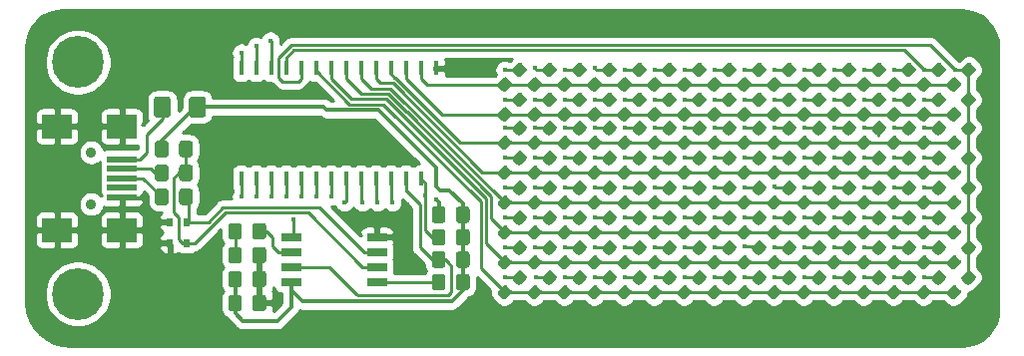
<source format=gbr>
G04 #@! TF.GenerationSoftware,KiCad,Pcbnew,(5.1.5)-3*
G04 #@! TF.CreationDate,2021-03-03T13:10:29+01:00*
G04 #@! TF.ProjectId,LedArray,4c656441-7272-4617-992e-6b696361645f,rev?*
G04 #@! TF.SameCoordinates,Original*
G04 #@! TF.FileFunction,Copper,L1,Top*
G04 #@! TF.FilePolarity,Positive*
%FSLAX46Y46*%
G04 Gerber Fmt 4.6, Leading zero omitted, Abs format (unit mm)*
G04 Created by KiCad (PCBNEW (5.1.5)-3) date 2021-03-03 13:10:29*
%MOMM*%
%LPD*%
G04 APERTURE LIST*
%ADD10C,4.400000*%
%ADD11C,0.700000*%
%ADD12R,1.700000X0.650000*%
%ADD13C,0.100000*%
%ADD14R,0.600000X0.700000*%
%ADD15C,0.900000*%
%ADD16R,2.500000X0.500000*%
%ADD17R,2.500000X2.000000*%
%ADD18R,0.400000X1.270000*%
%ADD19C,0.450000*%
%ADD20C,0.350000*%
%ADD21C,0.250000*%
%ADD22C,0.254000*%
G04 APERTURE END LIST*
D10*
X39370000Y-116205000D03*
D11*
X41020000Y-116205000D03*
X40536726Y-117371726D03*
X39370000Y-117855000D03*
X38203274Y-117371726D03*
X37720000Y-116205000D03*
X38203274Y-115038274D03*
X39370000Y-114555000D03*
X40536726Y-115038274D03*
X40536726Y-95353274D03*
X39370000Y-94870000D03*
X38203274Y-95353274D03*
X37720000Y-96520000D03*
X38203274Y-97686726D03*
X39370000Y-98170000D03*
X40536726Y-97686726D03*
X41020000Y-96520000D03*
D10*
X39370000Y-96520000D03*
D12*
X57437000Y-115189000D03*
X57437000Y-113919000D03*
X57437000Y-112649000D03*
X57437000Y-111379000D03*
X64737000Y-111379000D03*
X64737000Y-112649000D03*
X64737000Y-113919000D03*
X64737000Y-115189000D03*
G04 #@! TA.AperFunction,SMDPad,CuDef*
D13*
G36*
X76877352Y-114216695D02*
G01*
X76900407Y-114220114D01*
X76923016Y-114225778D01*
X76944960Y-114233630D01*
X76966030Y-114243595D01*
X76986021Y-114255577D01*
X77004741Y-114269461D01*
X77022011Y-114285113D01*
X77357887Y-114620989D01*
X77373539Y-114638259D01*
X77387423Y-114656979D01*
X77399405Y-114676970D01*
X77409370Y-114698040D01*
X77417222Y-114719984D01*
X77422886Y-114742593D01*
X77426305Y-114765648D01*
X77427449Y-114788927D01*
X77426305Y-114812206D01*
X77422886Y-114835261D01*
X77417222Y-114857870D01*
X77409370Y-114879814D01*
X77399405Y-114900884D01*
X77387423Y-114920875D01*
X77373539Y-114939595D01*
X77357887Y-114956865D01*
X76951301Y-115363451D01*
X76934031Y-115379103D01*
X76915311Y-115392987D01*
X76895320Y-115404969D01*
X76874250Y-115414934D01*
X76852306Y-115422786D01*
X76829697Y-115428450D01*
X76806642Y-115431869D01*
X76783363Y-115433013D01*
X76760084Y-115431869D01*
X76737029Y-115428450D01*
X76714420Y-115422786D01*
X76692476Y-115414934D01*
X76671406Y-115404969D01*
X76651415Y-115392987D01*
X76632695Y-115379103D01*
X76615425Y-115363451D01*
X76279549Y-115027575D01*
X76263897Y-115010305D01*
X76250013Y-114991585D01*
X76238031Y-114971594D01*
X76228066Y-114950524D01*
X76220214Y-114928580D01*
X76214550Y-114905971D01*
X76211131Y-114882916D01*
X76209987Y-114859637D01*
X76211131Y-114836358D01*
X76214550Y-114813303D01*
X76220214Y-114790694D01*
X76228066Y-114768750D01*
X76238031Y-114747680D01*
X76250013Y-114727689D01*
X76263897Y-114708969D01*
X76279549Y-114691699D01*
X76686135Y-114285113D01*
X76703405Y-114269461D01*
X76722125Y-114255577D01*
X76742116Y-114243595D01*
X76763186Y-114233630D01*
X76785130Y-114225778D01*
X76807739Y-114220114D01*
X76830794Y-114216695D01*
X76854073Y-114215551D01*
X76877352Y-114216695D01*
G37*
G04 #@! TD.AperFunction*
G04 #@! TA.AperFunction,SMDPad,CuDef*
G36*
X75639916Y-115454131D02*
G01*
X75662971Y-115457550D01*
X75685580Y-115463214D01*
X75707524Y-115471066D01*
X75728594Y-115481031D01*
X75748585Y-115493013D01*
X75767305Y-115506897D01*
X75784575Y-115522549D01*
X76120451Y-115858425D01*
X76136103Y-115875695D01*
X76149987Y-115894415D01*
X76161969Y-115914406D01*
X76171934Y-115935476D01*
X76179786Y-115957420D01*
X76185450Y-115980029D01*
X76188869Y-116003084D01*
X76190013Y-116026363D01*
X76188869Y-116049642D01*
X76185450Y-116072697D01*
X76179786Y-116095306D01*
X76171934Y-116117250D01*
X76161969Y-116138320D01*
X76149987Y-116158311D01*
X76136103Y-116177031D01*
X76120451Y-116194301D01*
X75713865Y-116600887D01*
X75696595Y-116616539D01*
X75677875Y-116630423D01*
X75657884Y-116642405D01*
X75636814Y-116652370D01*
X75614870Y-116660222D01*
X75592261Y-116665886D01*
X75569206Y-116669305D01*
X75545927Y-116670449D01*
X75522648Y-116669305D01*
X75499593Y-116665886D01*
X75476984Y-116660222D01*
X75455040Y-116652370D01*
X75433970Y-116642405D01*
X75413979Y-116630423D01*
X75395259Y-116616539D01*
X75377989Y-116600887D01*
X75042113Y-116265011D01*
X75026461Y-116247741D01*
X75012577Y-116229021D01*
X75000595Y-116209030D01*
X74990630Y-116187960D01*
X74982778Y-116166016D01*
X74977114Y-116143407D01*
X74973695Y-116120352D01*
X74972551Y-116097073D01*
X74973695Y-116073794D01*
X74977114Y-116050739D01*
X74982778Y-116028130D01*
X74990630Y-116006186D01*
X75000595Y-115985116D01*
X75012577Y-115965125D01*
X75026461Y-115946405D01*
X75042113Y-115929135D01*
X75448699Y-115522549D01*
X75465969Y-115506897D01*
X75484689Y-115493013D01*
X75504680Y-115481031D01*
X75525750Y-115471066D01*
X75547694Y-115463214D01*
X75570303Y-115457550D01*
X75593358Y-115454131D01*
X75616637Y-115452987D01*
X75639916Y-115454131D01*
G37*
G04 #@! TD.AperFunction*
D14*
X48579000Y-111887000D03*
X47179000Y-111887000D03*
X48579000Y-110109000D03*
X47179000Y-110109000D03*
D15*
X40487600Y-108575200D03*
X40487600Y-104175200D03*
D16*
X43087600Y-107975200D03*
X43087600Y-107175200D03*
X43087600Y-106375200D03*
X43087600Y-105575200D03*
X43087600Y-104775200D03*
D17*
X43087600Y-110775200D03*
X43087600Y-101975200D03*
X37587600Y-110775200D03*
X37587600Y-101975200D03*
G04 #@! TA.AperFunction,SMDPad,CuDef*
D13*
G36*
X55095505Y-110172204D02*
G01*
X55119773Y-110175804D01*
X55143572Y-110181765D01*
X55166671Y-110190030D01*
X55188850Y-110200520D01*
X55209893Y-110213132D01*
X55229599Y-110227747D01*
X55247777Y-110244223D01*
X55264253Y-110262401D01*
X55278868Y-110282107D01*
X55291480Y-110303150D01*
X55301970Y-110325329D01*
X55310235Y-110348428D01*
X55316196Y-110372227D01*
X55319796Y-110396495D01*
X55321000Y-110420999D01*
X55321000Y-111321001D01*
X55319796Y-111345505D01*
X55316196Y-111369773D01*
X55310235Y-111393572D01*
X55301970Y-111416671D01*
X55291480Y-111438850D01*
X55278868Y-111459893D01*
X55264253Y-111479599D01*
X55247777Y-111497777D01*
X55229599Y-111514253D01*
X55209893Y-111528868D01*
X55188850Y-111541480D01*
X55166671Y-111551970D01*
X55143572Y-111560235D01*
X55119773Y-111566196D01*
X55095505Y-111569796D01*
X55071001Y-111571000D01*
X54420999Y-111571000D01*
X54396495Y-111569796D01*
X54372227Y-111566196D01*
X54348428Y-111560235D01*
X54325329Y-111551970D01*
X54303150Y-111541480D01*
X54282107Y-111528868D01*
X54262401Y-111514253D01*
X54244223Y-111497777D01*
X54227747Y-111479599D01*
X54213132Y-111459893D01*
X54200520Y-111438850D01*
X54190030Y-111416671D01*
X54181765Y-111393572D01*
X54175804Y-111369773D01*
X54172204Y-111345505D01*
X54171000Y-111321001D01*
X54171000Y-110420999D01*
X54172204Y-110396495D01*
X54175804Y-110372227D01*
X54181765Y-110348428D01*
X54190030Y-110325329D01*
X54200520Y-110303150D01*
X54213132Y-110282107D01*
X54227747Y-110262401D01*
X54244223Y-110244223D01*
X54262401Y-110227747D01*
X54282107Y-110213132D01*
X54303150Y-110200520D01*
X54325329Y-110190030D01*
X54348428Y-110181765D01*
X54372227Y-110175804D01*
X54396495Y-110172204D01*
X54420999Y-110171000D01*
X55071001Y-110171000D01*
X55095505Y-110172204D01*
G37*
G04 #@! TD.AperFunction*
G04 #@! TA.AperFunction,SMDPad,CuDef*
G36*
X53045505Y-110172204D02*
G01*
X53069773Y-110175804D01*
X53093572Y-110181765D01*
X53116671Y-110190030D01*
X53138850Y-110200520D01*
X53159893Y-110213132D01*
X53179599Y-110227747D01*
X53197777Y-110244223D01*
X53214253Y-110262401D01*
X53228868Y-110282107D01*
X53241480Y-110303150D01*
X53251970Y-110325329D01*
X53260235Y-110348428D01*
X53266196Y-110372227D01*
X53269796Y-110396495D01*
X53271000Y-110420999D01*
X53271000Y-111321001D01*
X53269796Y-111345505D01*
X53266196Y-111369773D01*
X53260235Y-111393572D01*
X53251970Y-111416671D01*
X53241480Y-111438850D01*
X53228868Y-111459893D01*
X53214253Y-111479599D01*
X53197777Y-111497777D01*
X53179599Y-111514253D01*
X53159893Y-111528868D01*
X53138850Y-111541480D01*
X53116671Y-111551970D01*
X53093572Y-111560235D01*
X53069773Y-111566196D01*
X53045505Y-111569796D01*
X53021001Y-111571000D01*
X52370999Y-111571000D01*
X52346495Y-111569796D01*
X52322227Y-111566196D01*
X52298428Y-111560235D01*
X52275329Y-111551970D01*
X52253150Y-111541480D01*
X52232107Y-111528868D01*
X52212401Y-111514253D01*
X52194223Y-111497777D01*
X52177747Y-111479599D01*
X52163132Y-111459893D01*
X52150520Y-111438850D01*
X52140030Y-111416671D01*
X52131765Y-111393572D01*
X52125804Y-111369773D01*
X52122204Y-111345505D01*
X52121000Y-111321001D01*
X52121000Y-110420999D01*
X52122204Y-110396495D01*
X52125804Y-110372227D01*
X52131765Y-110348428D01*
X52140030Y-110325329D01*
X52150520Y-110303150D01*
X52163132Y-110282107D01*
X52177747Y-110262401D01*
X52194223Y-110244223D01*
X52212401Y-110227747D01*
X52232107Y-110213132D01*
X52253150Y-110200520D01*
X52275329Y-110190030D01*
X52298428Y-110181765D01*
X52322227Y-110175804D01*
X52346495Y-110172204D01*
X52370999Y-110171000D01*
X53021001Y-110171000D01*
X53045505Y-110172204D01*
G37*
G04 #@! TD.AperFunction*
G04 #@! TA.AperFunction,SMDPad,CuDef*
G36*
X55095505Y-114236204D02*
G01*
X55119773Y-114239804D01*
X55143572Y-114245765D01*
X55166671Y-114254030D01*
X55188850Y-114264520D01*
X55209893Y-114277132D01*
X55229599Y-114291747D01*
X55247777Y-114308223D01*
X55264253Y-114326401D01*
X55278868Y-114346107D01*
X55291480Y-114367150D01*
X55301970Y-114389329D01*
X55310235Y-114412428D01*
X55316196Y-114436227D01*
X55319796Y-114460495D01*
X55321000Y-114484999D01*
X55321000Y-115385001D01*
X55319796Y-115409505D01*
X55316196Y-115433773D01*
X55310235Y-115457572D01*
X55301970Y-115480671D01*
X55291480Y-115502850D01*
X55278868Y-115523893D01*
X55264253Y-115543599D01*
X55247777Y-115561777D01*
X55229599Y-115578253D01*
X55209893Y-115592868D01*
X55188850Y-115605480D01*
X55166671Y-115615970D01*
X55143572Y-115624235D01*
X55119773Y-115630196D01*
X55095505Y-115633796D01*
X55071001Y-115635000D01*
X54420999Y-115635000D01*
X54396495Y-115633796D01*
X54372227Y-115630196D01*
X54348428Y-115624235D01*
X54325329Y-115615970D01*
X54303150Y-115605480D01*
X54282107Y-115592868D01*
X54262401Y-115578253D01*
X54244223Y-115561777D01*
X54227747Y-115543599D01*
X54213132Y-115523893D01*
X54200520Y-115502850D01*
X54190030Y-115480671D01*
X54181765Y-115457572D01*
X54175804Y-115433773D01*
X54172204Y-115409505D01*
X54171000Y-115385001D01*
X54171000Y-114484999D01*
X54172204Y-114460495D01*
X54175804Y-114436227D01*
X54181765Y-114412428D01*
X54190030Y-114389329D01*
X54200520Y-114367150D01*
X54213132Y-114346107D01*
X54227747Y-114326401D01*
X54244223Y-114308223D01*
X54262401Y-114291747D01*
X54282107Y-114277132D01*
X54303150Y-114264520D01*
X54325329Y-114254030D01*
X54348428Y-114245765D01*
X54372227Y-114239804D01*
X54396495Y-114236204D01*
X54420999Y-114235000D01*
X55071001Y-114235000D01*
X55095505Y-114236204D01*
G37*
G04 #@! TD.AperFunction*
G04 #@! TA.AperFunction,SMDPad,CuDef*
G36*
X53045505Y-114236204D02*
G01*
X53069773Y-114239804D01*
X53093572Y-114245765D01*
X53116671Y-114254030D01*
X53138850Y-114264520D01*
X53159893Y-114277132D01*
X53179599Y-114291747D01*
X53197777Y-114308223D01*
X53214253Y-114326401D01*
X53228868Y-114346107D01*
X53241480Y-114367150D01*
X53251970Y-114389329D01*
X53260235Y-114412428D01*
X53266196Y-114436227D01*
X53269796Y-114460495D01*
X53271000Y-114484999D01*
X53271000Y-115385001D01*
X53269796Y-115409505D01*
X53266196Y-115433773D01*
X53260235Y-115457572D01*
X53251970Y-115480671D01*
X53241480Y-115502850D01*
X53228868Y-115523893D01*
X53214253Y-115543599D01*
X53197777Y-115561777D01*
X53179599Y-115578253D01*
X53159893Y-115592868D01*
X53138850Y-115605480D01*
X53116671Y-115615970D01*
X53093572Y-115624235D01*
X53069773Y-115630196D01*
X53045505Y-115633796D01*
X53021001Y-115635000D01*
X52370999Y-115635000D01*
X52346495Y-115633796D01*
X52322227Y-115630196D01*
X52298428Y-115624235D01*
X52275329Y-115615970D01*
X52253150Y-115605480D01*
X52232107Y-115592868D01*
X52212401Y-115578253D01*
X52194223Y-115561777D01*
X52177747Y-115543599D01*
X52163132Y-115523893D01*
X52150520Y-115502850D01*
X52140030Y-115480671D01*
X52131765Y-115457572D01*
X52125804Y-115433773D01*
X52122204Y-115409505D01*
X52121000Y-115385001D01*
X52121000Y-114484999D01*
X52122204Y-114460495D01*
X52125804Y-114436227D01*
X52131765Y-114412428D01*
X52140030Y-114389329D01*
X52150520Y-114367150D01*
X52163132Y-114346107D01*
X52177747Y-114326401D01*
X52194223Y-114308223D01*
X52212401Y-114291747D01*
X52232107Y-114277132D01*
X52253150Y-114264520D01*
X52275329Y-114254030D01*
X52298428Y-114245765D01*
X52322227Y-114239804D01*
X52346495Y-114236204D01*
X52370999Y-114235000D01*
X53021001Y-114235000D01*
X53045505Y-114236204D01*
G37*
G04 #@! TD.AperFunction*
D18*
X59563000Y-106426000D03*
X63373000Y-106426000D03*
X55753000Y-106426000D03*
X54483000Y-106426000D03*
X65913000Y-106426000D03*
X58293000Y-106426000D03*
X53213000Y-106426000D03*
X60833000Y-106426000D03*
X67183000Y-106426000D03*
X64643000Y-106426000D03*
X69723000Y-106426000D03*
X57023000Y-106426000D03*
X68453000Y-106426000D03*
X62103000Y-106426000D03*
X53213000Y-97028000D03*
X54483000Y-97028000D03*
X55753000Y-97028000D03*
X57023000Y-97028000D03*
X69723000Y-97028000D03*
X68453000Y-97028000D03*
X67183000Y-97028000D03*
X65913000Y-97028000D03*
X64643000Y-97028000D03*
X63373000Y-97028000D03*
X58293000Y-97028000D03*
X59563000Y-97028000D03*
X60833000Y-97028000D03*
X62103000Y-97028000D03*
G04 #@! TA.AperFunction,SMDPad,CuDef*
D13*
G36*
X114977352Y-114216695D02*
G01*
X115000407Y-114220114D01*
X115023016Y-114225778D01*
X115044960Y-114233630D01*
X115066030Y-114243595D01*
X115086021Y-114255577D01*
X115104741Y-114269461D01*
X115122011Y-114285113D01*
X115457887Y-114620989D01*
X115473539Y-114638259D01*
X115487423Y-114656979D01*
X115499405Y-114676970D01*
X115509370Y-114698040D01*
X115517222Y-114719984D01*
X115522886Y-114742593D01*
X115526305Y-114765648D01*
X115527449Y-114788927D01*
X115526305Y-114812206D01*
X115522886Y-114835261D01*
X115517222Y-114857870D01*
X115509370Y-114879814D01*
X115499405Y-114900884D01*
X115487423Y-114920875D01*
X115473539Y-114939595D01*
X115457887Y-114956865D01*
X115051301Y-115363451D01*
X115034031Y-115379103D01*
X115015311Y-115392987D01*
X114995320Y-115404969D01*
X114974250Y-115414934D01*
X114952306Y-115422786D01*
X114929697Y-115428450D01*
X114906642Y-115431869D01*
X114883363Y-115433013D01*
X114860084Y-115431869D01*
X114837029Y-115428450D01*
X114814420Y-115422786D01*
X114792476Y-115414934D01*
X114771406Y-115404969D01*
X114751415Y-115392987D01*
X114732695Y-115379103D01*
X114715425Y-115363451D01*
X114379549Y-115027575D01*
X114363897Y-115010305D01*
X114350013Y-114991585D01*
X114338031Y-114971594D01*
X114328066Y-114950524D01*
X114320214Y-114928580D01*
X114314550Y-114905971D01*
X114311131Y-114882916D01*
X114309987Y-114859637D01*
X114311131Y-114836358D01*
X114314550Y-114813303D01*
X114320214Y-114790694D01*
X114328066Y-114768750D01*
X114338031Y-114747680D01*
X114350013Y-114727689D01*
X114363897Y-114708969D01*
X114379549Y-114691699D01*
X114786135Y-114285113D01*
X114803405Y-114269461D01*
X114822125Y-114255577D01*
X114842116Y-114243595D01*
X114863186Y-114233630D01*
X114885130Y-114225778D01*
X114907739Y-114220114D01*
X114930794Y-114216695D01*
X114954073Y-114215551D01*
X114977352Y-114216695D01*
G37*
G04 #@! TD.AperFunction*
G04 #@! TA.AperFunction,SMDPad,CuDef*
G36*
X113739916Y-115454131D02*
G01*
X113762971Y-115457550D01*
X113785580Y-115463214D01*
X113807524Y-115471066D01*
X113828594Y-115481031D01*
X113848585Y-115493013D01*
X113867305Y-115506897D01*
X113884575Y-115522549D01*
X114220451Y-115858425D01*
X114236103Y-115875695D01*
X114249987Y-115894415D01*
X114261969Y-115914406D01*
X114271934Y-115935476D01*
X114279786Y-115957420D01*
X114285450Y-115980029D01*
X114288869Y-116003084D01*
X114290013Y-116026363D01*
X114288869Y-116049642D01*
X114285450Y-116072697D01*
X114279786Y-116095306D01*
X114271934Y-116117250D01*
X114261969Y-116138320D01*
X114249987Y-116158311D01*
X114236103Y-116177031D01*
X114220451Y-116194301D01*
X113813865Y-116600887D01*
X113796595Y-116616539D01*
X113777875Y-116630423D01*
X113757884Y-116642405D01*
X113736814Y-116652370D01*
X113714870Y-116660222D01*
X113692261Y-116665886D01*
X113669206Y-116669305D01*
X113645927Y-116670449D01*
X113622648Y-116669305D01*
X113599593Y-116665886D01*
X113576984Y-116660222D01*
X113555040Y-116652370D01*
X113533970Y-116642405D01*
X113513979Y-116630423D01*
X113495259Y-116616539D01*
X113477989Y-116600887D01*
X113142113Y-116265011D01*
X113126461Y-116247741D01*
X113112577Y-116229021D01*
X113100595Y-116209030D01*
X113090630Y-116187960D01*
X113082778Y-116166016D01*
X113077114Y-116143407D01*
X113073695Y-116120352D01*
X113072551Y-116097073D01*
X113073695Y-116073794D01*
X113077114Y-116050739D01*
X113082778Y-116028130D01*
X113090630Y-116006186D01*
X113100595Y-115985116D01*
X113112577Y-115965125D01*
X113126461Y-115946405D01*
X113142113Y-115929135D01*
X113548699Y-115522549D01*
X113565969Y-115506897D01*
X113584689Y-115493013D01*
X113604680Y-115481031D01*
X113625750Y-115471066D01*
X113647694Y-115463214D01*
X113670303Y-115457550D01*
X113693358Y-115454131D01*
X113716637Y-115452987D01*
X113739916Y-115454131D01*
G37*
G04 #@! TD.AperFunction*
G04 #@! TA.AperFunction,SMDPad,CuDef*
G36*
X114977352Y-111676695D02*
G01*
X115000407Y-111680114D01*
X115023016Y-111685778D01*
X115044960Y-111693630D01*
X115066030Y-111703595D01*
X115086021Y-111715577D01*
X115104741Y-111729461D01*
X115122011Y-111745113D01*
X115457887Y-112080989D01*
X115473539Y-112098259D01*
X115487423Y-112116979D01*
X115499405Y-112136970D01*
X115509370Y-112158040D01*
X115517222Y-112179984D01*
X115522886Y-112202593D01*
X115526305Y-112225648D01*
X115527449Y-112248927D01*
X115526305Y-112272206D01*
X115522886Y-112295261D01*
X115517222Y-112317870D01*
X115509370Y-112339814D01*
X115499405Y-112360884D01*
X115487423Y-112380875D01*
X115473539Y-112399595D01*
X115457887Y-112416865D01*
X115051301Y-112823451D01*
X115034031Y-112839103D01*
X115015311Y-112852987D01*
X114995320Y-112864969D01*
X114974250Y-112874934D01*
X114952306Y-112882786D01*
X114929697Y-112888450D01*
X114906642Y-112891869D01*
X114883363Y-112893013D01*
X114860084Y-112891869D01*
X114837029Y-112888450D01*
X114814420Y-112882786D01*
X114792476Y-112874934D01*
X114771406Y-112864969D01*
X114751415Y-112852987D01*
X114732695Y-112839103D01*
X114715425Y-112823451D01*
X114379549Y-112487575D01*
X114363897Y-112470305D01*
X114350013Y-112451585D01*
X114338031Y-112431594D01*
X114328066Y-112410524D01*
X114320214Y-112388580D01*
X114314550Y-112365971D01*
X114311131Y-112342916D01*
X114309987Y-112319637D01*
X114311131Y-112296358D01*
X114314550Y-112273303D01*
X114320214Y-112250694D01*
X114328066Y-112228750D01*
X114338031Y-112207680D01*
X114350013Y-112187689D01*
X114363897Y-112168969D01*
X114379549Y-112151699D01*
X114786135Y-111745113D01*
X114803405Y-111729461D01*
X114822125Y-111715577D01*
X114842116Y-111703595D01*
X114863186Y-111693630D01*
X114885130Y-111685778D01*
X114907739Y-111680114D01*
X114930794Y-111676695D01*
X114954073Y-111675551D01*
X114977352Y-111676695D01*
G37*
G04 #@! TD.AperFunction*
G04 #@! TA.AperFunction,SMDPad,CuDef*
G36*
X113739916Y-112914131D02*
G01*
X113762971Y-112917550D01*
X113785580Y-112923214D01*
X113807524Y-112931066D01*
X113828594Y-112941031D01*
X113848585Y-112953013D01*
X113867305Y-112966897D01*
X113884575Y-112982549D01*
X114220451Y-113318425D01*
X114236103Y-113335695D01*
X114249987Y-113354415D01*
X114261969Y-113374406D01*
X114271934Y-113395476D01*
X114279786Y-113417420D01*
X114285450Y-113440029D01*
X114288869Y-113463084D01*
X114290013Y-113486363D01*
X114288869Y-113509642D01*
X114285450Y-113532697D01*
X114279786Y-113555306D01*
X114271934Y-113577250D01*
X114261969Y-113598320D01*
X114249987Y-113618311D01*
X114236103Y-113637031D01*
X114220451Y-113654301D01*
X113813865Y-114060887D01*
X113796595Y-114076539D01*
X113777875Y-114090423D01*
X113757884Y-114102405D01*
X113736814Y-114112370D01*
X113714870Y-114120222D01*
X113692261Y-114125886D01*
X113669206Y-114129305D01*
X113645927Y-114130449D01*
X113622648Y-114129305D01*
X113599593Y-114125886D01*
X113576984Y-114120222D01*
X113555040Y-114112370D01*
X113533970Y-114102405D01*
X113513979Y-114090423D01*
X113495259Y-114076539D01*
X113477989Y-114060887D01*
X113142113Y-113725011D01*
X113126461Y-113707741D01*
X113112577Y-113689021D01*
X113100595Y-113669030D01*
X113090630Y-113647960D01*
X113082778Y-113626016D01*
X113077114Y-113603407D01*
X113073695Y-113580352D01*
X113072551Y-113557073D01*
X113073695Y-113533794D01*
X113077114Y-113510739D01*
X113082778Y-113488130D01*
X113090630Y-113466186D01*
X113100595Y-113445116D01*
X113112577Y-113425125D01*
X113126461Y-113406405D01*
X113142113Y-113389135D01*
X113548699Y-112982549D01*
X113565969Y-112966897D01*
X113584689Y-112953013D01*
X113604680Y-112941031D01*
X113625750Y-112931066D01*
X113647694Y-112923214D01*
X113670303Y-112917550D01*
X113693358Y-112914131D01*
X113716637Y-112912987D01*
X113739916Y-112914131D01*
G37*
G04 #@! TD.AperFunction*
G04 #@! TA.AperFunction,SMDPad,CuDef*
G36*
X114977352Y-109136695D02*
G01*
X115000407Y-109140114D01*
X115023016Y-109145778D01*
X115044960Y-109153630D01*
X115066030Y-109163595D01*
X115086021Y-109175577D01*
X115104741Y-109189461D01*
X115122011Y-109205113D01*
X115457887Y-109540989D01*
X115473539Y-109558259D01*
X115487423Y-109576979D01*
X115499405Y-109596970D01*
X115509370Y-109618040D01*
X115517222Y-109639984D01*
X115522886Y-109662593D01*
X115526305Y-109685648D01*
X115527449Y-109708927D01*
X115526305Y-109732206D01*
X115522886Y-109755261D01*
X115517222Y-109777870D01*
X115509370Y-109799814D01*
X115499405Y-109820884D01*
X115487423Y-109840875D01*
X115473539Y-109859595D01*
X115457887Y-109876865D01*
X115051301Y-110283451D01*
X115034031Y-110299103D01*
X115015311Y-110312987D01*
X114995320Y-110324969D01*
X114974250Y-110334934D01*
X114952306Y-110342786D01*
X114929697Y-110348450D01*
X114906642Y-110351869D01*
X114883363Y-110353013D01*
X114860084Y-110351869D01*
X114837029Y-110348450D01*
X114814420Y-110342786D01*
X114792476Y-110334934D01*
X114771406Y-110324969D01*
X114751415Y-110312987D01*
X114732695Y-110299103D01*
X114715425Y-110283451D01*
X114379549Y-109947575D01*
X114363897Y-109930305D01*
X114350013Y-109911585D01*
X114338031Y-109891594D01*
X114328066Y-109870524D01*
X114320214Y-109848580D01*
X114314550Y-109825971D01*
X114311131Y-109802916D01*
X114309987Y-109779637D01*
X114311131Y-109756358D01*
X114314550Y-109733303D01*
X114320214Y-109710694D01*
X114328066Y-109688750D01*
X114338031Y-109667680D01*
X114350013Y-109647689D01*
X114363897Y-109628969D01*
X114379549Y-109611699D01*
X114786135Y-109205113D01*
X114803405Y-109189461D01*
X114822125Y-109175577D01*
X114842116Y-109163595D01*
X114863186Y-109153630D01*
X114885130Y-109145778D01*
X114907739Y-109140114D01*
X114930794Y-109136695D01*
X114954073Y-109135551D01*
X114977352Y-109136695D01*
G37*
G04 #@! TD.AperFunction*
G04 #@! TA.AperFunction,SMDPad,CuDef*
G36*
X113739916Y-110374131D02*
G01*
X113762971Y-110377550D01*
X113785580Y-110383214D01*
X113807524Y-110391066D01*
X113828594Y-110401031D01*
X113848585Y-110413013D01*
X113867305Y-110426897D01*
X113884575Y-110442549D01*
X114220451Y-110778425D01*
X114236103Y-110795695D01*
X114249987Y-110814415D01*
X114261969Y-110834406D01*
X114271934Y-110855476D01*
X114279786Y-110877420D01*
X114285450Y-110900029D01*
X114288869Y-110923084D01*
X114290013Y-110946363D01*
X114288869Y-110969642D01*
X114285450Y-110992697D01*
X114279786Y-111015306D01*
X114271934Y-111037250D01*
X114261969Y-111058320D01*
X114249987Y-111078311D01*
X114236103Y-111097031D01*
X114220451Y-111114301D01*
X113813865Y-111520887D01*
X113796595Y-111536539D01*
X113777875Y-111550423D01*
X113757884Y-111562405D01*
X113736814Y-111572370D01*
X113714870Y-111580222D01*
X113692261Y-111585886D01*
X113669206Y-111589305D01*
X113645927Y-111590449D01*
X113622648Y-111589305D01*
X113599593Y-111585886D01*
X113576984Y-111580222D01*
X113555040Y-111572370D01*
X113533970Y-111562405D01*
X113513979Y-111550423D01*
X113495259Y-111536539D01*
X113477989Y-111520887D01*
X113142113Y-111185011D01*
X113126461Y-111167741D01*
X113112577Y-111149021D01*
X113100595Y-111129030D01*
X113090630Y-111107960D01*
X113082778Y-111086016D01*
X113077114Y-111063407D01*
X113073695Y-111040352D01*
X113072551Y-111017073D01*
X113073695Y-110993794D01*
X113077114Y-110970739D01*
X113082778Y-110948130D01*
X113090630Y-110926186D01*
X113100595Y-110905116D01*
X113112577Y-110885125D01*
X113126461Y-110866405D01*
X113142113Y-110849135D01*
X113548699Y-110442549D01*
X113565969Y-110426897D01*
X113584689Y-110413013D01*
X113604680Y-110401031D01*
X113625750Y-110391066D01*
X113647694Y-110383214D01*
X113670303Y-110377550D01*
X113693358Y-110374131D01*
X113716637Y-110372987D01*
X113739916Y-110374131D01*
G37*
G04 #@! TD.AperFunction*
G04 #@! TA.AperFunction,SMDPad,CuDef*
G36*
X113739916Y-107834131D02*
G01*
X113762971Y-107837550D01*
X113785580Y-107843214D01*
X113807524Y-107851066D01*
X113828594Y-107861031D01*
X113848585Y-107873013D01*
X113867305Y-107886897D01*
X113884575Y-107902549D01*
X114220451Y-108238425D01*
X114236103Y-108255695D01*
X114249987Y-108274415D01*
X114261969Y-108294406D01*
X114271934Y-108315476D01*
X114279786Y-108337420D01*
X114285450Y-108360029D01*
X114288869Y-108383084D01*
X114290013Y-108406363D01*
X114288869Y-108429642D01*
X114285450Y-108452697D01*
X114279786Y-108475306D01*
X114271934Y-108497250D01*
X114261969Y-108518320D01*
X114249987Y-108538311D01*
X114236103Y-108557031D01*
X114220451Y-108574301D01*
X113813865Y-108980887D01*
X113796595Y-108996539D01*
X113777875Y-109010423D01*
X113757884Y-109022405D01*
X113736814Y-109032370D01*
X113714870Y-109040222D01*
X113692261Y-109045886D01*
X113669206Y-109049305D01*
X113645927Y-109050449D01*
X113622648Y-109049305D01*
X113599593Y-109045886D01*
X113576984Y-109040222D01*
X113555040Y-109032370D01*
X113533970Y-109022405D01*
X113513979Y-109010423D01*
X113495259Y-108996539D01*
X113477989Y-108980887D01*
X113142113Y-108645011D01*
X113126461Y-108627741D01*
X113112577Y-108609021D01*
X113100595Y-108589030D01*
X113090630Y-108567960D01*
X113082778Y-108546016D01*
X113077114Y-108523407D01*
X113073695Y-108500352D01*
X113072551Y-108477073D01*
X113073695Y-108453794D01*
X113077114Y-108430739D01*
X113082778Y-108408130D01*
X113090630Y-108386186D01*
X113100595Y-108365116D01*
X113112577Y-108345125D01*
X113126461Y-108326405D01*
X113142113Y-108309135D01*
X113548699Y-107902549D01*
X113565969Y-107886897D01*
X113584689Y-107873013D01*
X113604680Y-107861031D01*
X113625750Y-107851066D01*
X113647694Y-107843214D01*
X113670303Y-107837550D01*
X113693358Y-107834131D01*
X113716637Y-107832987D01*
X113739916Y-107834131D01*
G37*
G04 #@! TD.AperFunction*
G04 #@! TA.AperFunction,SMDPad,CuDef*
G36*
X114977352Y-106596695D02*
G01*
X115000407Y-106600114D01*
X115023016Y-106605778D01*
X115044960Y-106613630D01*
X115066030Y-106623595D01*
X115086021Y-106635577D01*
X115104741Y-106649461D01*
X115122011Y-106665113D01*
X115457887Y-107000989D01*
X115473539Y-107018259D01*
X115487423Y-107036979D01*
X115499405Y-107056970D01*
X115509370Y-107078040D01*
X115517222Y-107099984D01*
X115522886Y-107122593D01*
X115526305Y-107145648D01*
X115527449Y-107168927D01*
X115526305Y-107192206D01*
X115522886Y-107215261D01*
X115517222Y-107237870D01*
X115509370Y-107259814D01*
X115499405Y-107280884D01*
X115487423Y-107300875D01*
X115473539Y-107319595D01*
X115457887Y-107336865D01*
X115051301Y-107743451D01*
X115034031Y-107759103D01*
X115015311Y-107772987D01*
X114995320Y-107784969D01*
X114974250Y-107794934D01*
X114952306Y-107802786D01*
X114929697Y-107808450D01*
X114906642Y-107811869D01*
X114883363Y-107813013D01*
X114860084Y-107811869D01*
X114837029Y-107808450D01*
X114814420Y-107802786D01*
X114792476Y-107794934D01*
X114771406Y-107784969D01*
X114751415Y-107772987D01*
X114732695Y-107759103D01*
X114715425Y-107743451D01*
X114379549Y-107407575D01*
X114363897Y-107390305D01*
X114350013Y-107371585D01*
X114338031Y-107351594D01*
X114328066Y-107330524D01*
X114320214Y-107308580D01*
X114314550Y-107285971D01*
X114311131Y-107262916D01*
X114309987Y-107239637D01*
X114311131Y-107216358D01*
X114314550Y-107193303D01*
X114320214Y-107170694D01*
X114328066Y-107148750D01*
X114338031Y-107127680D01*
X114350013Y-107107689D01*
X114363897Y-107088969D01*
X114379549Y-107071699D01*
X114786135Y-106665113D01*
X114803405Y-106649461D01*
X114822125Y-106635577D01*
X114842116Y-106623595D01*
X114863186Y-106613630D01*
X114885130Y-106605778D01*
X114907739Y-106600114D01*
X114930794Y-106596695D01*
X114954073Y-106595551D01*
X114977352Y-106596695D01*
G37*
G04 #@! TD.AperFunction*
G04 #@! TA.AperFunction,SMDPad,CuDef*
G36*
X114977352Y-104056695D02*
G01*
X115000407Y-104060114D01*
X115023016Y-104065778D01*
X115044960Y-104073630D01*
X115066030Y-104083595D01*
X115086021Y-104095577D01*
X115104741Y-104109461D01*
X115122011Y-104125113D01*
X115457887Y-104460989D01*
X115473539Y-104478259D01*
X115487423Y-104496979D01*
X115499405Y-104516970D01*
X115509370Y-104538040D01*
X115517222Y-104559984D01*
X115522886Y-104582593D01*
X115526305Y-104605648D01*
X115527449Y-104628927D01*
X115526305Y-104652206D01*
X115522886Y-104675261D01*
X115517222Y-104697870D01*
X115509370Y-104719814D01*
X115499405Y-104740884D01*
X115487423Y-104760875D01*
X115473539Y-104779595D01*
X115457887Y-104796865D01*
X115051301Y-105203451D01*
X115034031Y-105219103D01*
X115015311Y-105232987D01*
X114995320Y-105244969D01*
X114974250Y-105254934D01*
X114952306Y-105262786D01*
X114929697Y-105268450D01*
X114906642Y-105271869D01*
X114883363Y-105273013D01*
X114860084Y-105271869D01*
X114837029Y-105268450D01*
X114814420Y-105262786D01*
X114792476Y-105254934D01*
X114771406Y-105244969D01*
X114751415Y-105232987D01*
X114732695Y-105219103D01*
X114715425Y-105203451D01*
X114379549Y-104867575D01*
X114363897Y-104850305D01*
X114350013Y-104831585D01*
X114338031Y-104811594D01*
X114328066Y-104790524D01*
X114320214Y-104768580D01*
X114314550Y-104745971D01*
X114311131Y-104722916D01*
X114309987Y-104699637D01*
X114311131Y-104676358D01*
X114314550Y-104653303D01*
X114320214Y-104630694D01*
X114328066Y-104608750D01*
X114338031Y-104587680D01*
X114350013Y-104567689D01*
X114363897Y-104548969D01*
X114379549Y-104531699D01*
X114786135Y-104125113D01*
X114803405Y-104109461D01*
X114822125Y-104095577D01*
X114842116Y-104083595D01*
X114863186Y-104073630D01*
X114885130Y-104065778D01*
X114907739Y-104060114D01*
X114930794Y-104056695D01*
X114954073Y-104055551D01*
X114977352Y-104056695D01*
G37*
G04 #@! TD.AperFunction*
G04 #@! TA.AperFunction,SMDPad,CuDef*
G36*
X113739916Y-105294131D02*
G01*
X113762971Y-105297550D01*
X113785580Y-105303214D01*
X113807524Y-105311066D01*
X113828594Y-105321031D01*
X113848585Y-105333013D01*
X113867305Y-105346897D01*
X113884575Y-105362549D01*
X114220451Y-105698425D01*
X114236103Y-105715695D01*
X114249987Y-105734415D01*
X114261969Y-105754406D01*
X114271934Y-105775476D01*
X114279786Y-105797420D01*
X114285450Y-105820029D01*
X114288869Y-105843084D01*
X114290013Y-105866363D01*
X114288869Y-105889642D01*
X114285450Y-105912697D01*
X114279786Y-105935306D01*
X114271934Y-105957250D01*
X114261969Y-105978320D01*
X114249987Y-105998311D01*
X114236103Y-106017031D01*
X114220451Y-106034301D01*
X113813865Y-106440887D01*
X113796595Y-106456539D01*
X113777875Y-106470423D01*
X113757884Y-106482405D01*
X113736814Y-106492370D01*
X113714870Y-106500222D01*
X113692261Y-106505886D01*
X113669206Y-106509305D01*
X113645927Y-106510449D01*
X113622648Y-106509305D01*
X113599593Y-106505886D01*
X113576984Y-106500222D01*
X113555040Y-106492370D01*
X113533970Y-106482405D01*
X113513979Y-106470423D01*
X113495259Y-106456539D01*
X113477989Y-106440887D01*
X113142113Y-106105011D01*
X113126461Y-106087741D01*
X113112577Y-106069021D01*
X113100595Y-106049030D01*
X113090630Y-106027960D01*
X113082778Y-106006016D01*
X113077114Y-105983407D01*
X113073695Y-105960352D01*
X113072551Y-105937073D01*
X113073695Y-105913794D01*
X113077114Y-105890739D01*
X113082778Y-105868130D01*
X113090630Y-105846186D01*
X113100595Y-105825116D01*
X113112577Y-105805125D01*
X113126461Y-105786405D01*
X113142113Y-105769135D01*
X113548699Y-105362549D01*
X113565969Y-105346897D01*
X113584689Y-105333013D01*
X113604680Y-105321031D01*
X113625750Y-105311066D01*
X113647694Y-105303214D01*
X113670303Y-105297550D01*
X113693358Y-105294131D01*
X113716637Y-105292987D01*
X113739916Y-105294131D01*
G37*
G04 #@! TD.AperFunction*
G04 #@! TA.AperFunction,SMDPad,CuDef*
G36*
X114977352Y-101516695D02*
G01*
X115000407Y-101520114D01*
X115023016Y-101525778D01*
X115044960Y-101533630D01*
X115066030Y-101543595D01*
X115086021Y-101555577D01*
X115104741Y-101569461D01*
X115122011Y-101585113D01*
X115457887Y-101920989D01*
X115473539Y-101938259D01*
X115487423Y-101956979D01*
X115499405Y-101976970D01*
X115509370Y-101998040D01*
X115517222Y-102019984D01*
X115522886Y-102042593D01*
X115526305Y-102065648D01*
X115527449Y-102088927D01*
X115526305Y-102112206D01*
X115522886Y-102135261D01*
X115517222Y-102157870D01*
X115509370Y-102179814D01*
X115499405Y-102200884D01*
X115487423Y-102220875D01*
X115473539Y-102239595D01*
X115457887Y-102256865D01*
X115051301Y-102663451D01*
X115034031Y-102679103D01*
X115015311Y-102692987D01*
X114995320Y-102704969D01*
X114974250Y-102714934D01*
X114952306Y-102722786D01*
X114929697Y-102728450D01*
X114906642Y-102731869D01*
X114883363Y-102733013D01*
X114860084Y-102731869D01*
X114837029Y-102728450D01*
X114814420Y-102722786D01*
X114792476Y-102714934D01*
X114771406Y-102704969D01*
X114751415Y-102692987D01*
X114732695Y-102679103D01*
X114715425Y-102663451D01*
X114379549Y-102327575D01*
X114363897Y-102310305D01*
X114350013Y-102291585D01*
X114338031Y-102271594D01*
X114328066Y-102250524D01*
X114320214Y-102228580D01*
X114314550Y-102205971D01*
X114311131Y-102182916D01*
X114309987Y-102159637D01*
X114311131Y-102136358D01*
X114314550Y-102113303D01*
X114320214Y-102090694D01*
X114328066Y-102068750D01*
X114338031Y-102047680D01*
X114350013Y-102027689D01*
X114363897Y-102008969D01*
X114379549Y-101991699D01*
X114786135Y-101585113D01*
X114803405Y-101569461D01*
X114822125Y-101555577D01*
X114842116Y-101543595D01*
X114863186Y-101533630D01*
X114885130Y-101525778D01*
X114907739Y-101520114D01*
X114930794Y-101516695D01*
X114954073Y-101515551D01*
X114977352Y-101516695D01*
G37*
G04 #@! TD.AperFunction*
G04 #@! TA.AperFunction,SMDPad,CuDef*
G36*
X113739916Y-102754131D02*
G01*
X113762971Y-102757550D01*
X113785580Y-102763214D01*
X113807524Y-102771066D01*
X113828594Y-102781031D01*
X113848585Y-102793013D01*
X113867305Y-102806897D01*
X113884575Y-102822549D01*
X114220451Y-103158425D01*
X114236103Y-103175695D01*
X114249987Y-103194415D01*
X114261969Y-103214406D01*
X114271934Y-103235476D01*
X114279786Y-103257420D01*
X114285450Y-103280029D01*
X114288869Y-103303084D01*
X114290013Y-103326363D01*
X114288869Y-103349642D01*
X114285450Y-103372697D01*
X114279786Y-103395306D01*
X114271934Y-103417250D01*
X114261969Y-103438320D01*
X114249987Y-103458311D01*
X114236103Y-103477031D01*
X114220451Y-103494301D01*
X113813865Y-103900887D01*
X113796595Y-103916539D01*
X113777875Y-103930423D01*
X113757884Y-103942405D01*
X113736814Y-103952370D01*
X113714870Y-103960222D01*
X113692261Y-103965886D01*
X113669206Y-103969305D01*
X113645927Y-103970449D01*
X113622648Y-103969305D01*
X113599593Y-103965886D01*
X113576984Y-103960222D01*
X113555040Y-103952370D01*
X113533970Y-103942405D01*
X113513979Y-103930423D01*
X113495259Y-103916539D01*
X113477989Y-103900887D01*
X113142113Y-103565011D01*
X113126461Y-103547741D01*
X113112577Y-103529021D01*
X113100595Y-103509030D01*
X113090630Y-103487960D01*
X113082778Y-103466016D01*
X113077114Y-103443407D01*
X113073695Y-103420352D01*
X113072551Y-103397073D01*
X113073695Y-103373794D01*
X113077114Y-103350739D01*
X113082778Y-103328130D01*
X113090630Y-103306186D01*
X113100595Y-103285116D01*
X113112577Y-103265125D01*
X113126461Y-103246405D01*
X113142113Y-103229135D01*
X113548699Y-102822549D01*
X113565969Y-102806897D01*
X113584689Y-102793013D01*
X113604680Y-102781031D01*
X113625750Y-102771066D01*
X113647694Y-102763214D01*
X113670303Y-102757550D01*
X113693358Y-102754131D01*
X113716637Y-102752987D01*
X113739916Y-102754131D01*
G37*
G04 #@! TD.AperFunction*
G04 #@! TA.AperFunction,SMDPad,CuDef*
G36*
X114977352Y-99103695D02*
G01*
X115000407Y-99107114D01*
X115023016Y-99112778D01*
X115044960Y-99120630D01*
X115066030Y-99130595D01*
X115086021Y-99142577D01*
X115104741Y-99156461D01*
X115122011Y-99172113D01*
X115457887Y-99507989D01*
X115473539Y-99525259D01*
X115487423Y-99543979D01*
X115499405Y-99563970D01*
X115509370Y-99585040D01*
X115517222Y-99606984D01*
X115522886Y-99629593D01*
X115526305Y-99652648D01*
X115527449Y-99675927D01*
X115526305Y-99699206D01*
X115522886Y-99722261D01*
X115517222Y-99744870D01*
X115509370Y-99766814D01*
X115499405Y-99787884D01*
X115487423Y-99807875D01*
X115473539Y-99826595D01*
X115457887Y-99843865D01*
X115051301Y-100250451D01*
X115034031Y-100266103D01*
X115015311Y-100279987D01*
X114995320Y-100291969D01*
X114974250Y-100301934D01*
X114952306Y-100309786D01*
X114929697Y-100315450D01*
X114906642Y-100318869D01*
X114883363Y-100320013D01*
X114860084Y-100318869D01*
X114837029Y-100315450D01*
X114814420Y-100309786D01*
X114792476Y-100301934D01*
X114771406Y-100291969D01*
X114751415Y-100279987D01*
X114732695Y-100266103D01*
X114715425Y-100250451D01*
X114379549Y-99914575D01*
X114363897Y-99897305D01*
X114350013Y-99878585D01*
X114338031Y-99858594D01*
X114328066Y-99837524D01*
X114320214Y-99815580D01*
X114314550Y-99792971D01*
X114311131Y-99769916D01*
X114309987Y-99746637D01*
X114311131Y-99723358D01*
X114314550Y-99700303D01*
X114320214Y-99677694D01*
X114328066Y-99655750D01*
X114338031Y-99634680D01*
X114350013Y-99614689D01*
X114363897Y-99595969D01*
X114379549Y-99578699D01*
X114786135Y-99172113D01*
X114803405Y-99156461D01*
X114822125Y-99142577D01*
X114842116Y-99130595D01*
X114863186Y-99120630D01*
X114885130Y-99112778D01*
X114907739Y-99107114D01*
X114930794Y-99103695D01*
X114954073Y-99102551D01*
X114977352Y-99103695D01*
G37*
G04 #@! TD.AperFunction*
G04 #@! TA.AperFunction,SMDPad,CuDef*
G36*
X113739916Y-100341131D02*
G01*
X113762971Y-100344550D01*
X113785580Y-100350214D01*
X113807524Y-100358066D01*
X113828594Y-100368031D01*
X113848585Y-100380013D01*
X113867305Y-100393897D01*
X113884575Y-100409549D01*
X114220451Y-100745425D01*
X114236103Y-100762695D01*
X114249987Y-100781415D01*
X114261969Y-100801406D01*
X114271934Y-100822476D01*
X114279786Y-100844420D01*
X114285450Y-100867029D01*
X114288869Y-100890084D01*
X114290013Y-100913363D01*
X114288869Y-100936642D01*
X114285450Y-100959697D01*
X114279786Y-100982306D01*
X114271934Y-101004250D01*
X114261969Y-101025320D01*
X114249987Y-101045311D01*
X114236103Y-101064031D01*
X114220451Y-101081301D01*
X113813865Y-101487887D01*
X113796595Y-101503539D01*
X113777875Y-101517423D01*
X113757884Y-101529405D01*
X113736814Y-101539370D01*
X113714870Y-101547222D01*
X113692261Y-101552886D01*
X113669206Y-101556305D01*
X113645927Y-101557449D01*
X113622648Y-101556305D01*
X113599593Y-101552886D01*
X113576984Y-101547222D01*
X113555040Y-101539370D01*
X113533970Y-101529405D01*
X113513979Y-101517423D01*
X113495259Y-101503539D01*
X113477989Y-101487887D01*
X113142113Y-101152011D01*
X113126461Y-101134741D01*
X113112577Y-101116021D01*
X113100595Y-101096030D01*
X113090630Y-101074960D01*
X113082778Y-101053016D01*
X113077114Y-101030407D01*
X113073695Y-101007352D01*
X113072551Y-100984073D01*
X113073695Y-100960794D01*
X113077114Y-100937739D01*
X113082778Y-100915130D01*
X113090630Y-100893186D01*
X113100595Y-100872116D01*
X113112577Y-100852125D01*
X113126461Y-100833405D01*
X113142113Y-100816135D01*
X113548699Y-100409549D01*
X113565969Y-100393897D01*
X113584689Y-100380013D01*
X113604680Y-100368031D01*
X113625750Y-100358066D01*
X113647694Y-100350214D01*
X113670303Y-100344550D01*
X113693358Y-100341131D01*
X113716637Y-100339987D01*
X113739916Y-100341131D01*
G37*
G04 #@! TD.AperFunction*
G04 #@! TA.AperFunction,SMDPad,CuDef*
G36*
X114977352Y-96563695D02*
G01*
X115000407Y-96567114D01*
X115023016Y-96572778D01*
X115044960Y-96580630D01*
X115066030Y-96590595D01*
X115086021Y-96602577D01*
X115104741Y-96616461D01*
X115122011Y-96632113D01*
X115457887Y-96967989D01*
X115473539Y-96985259D01*
X115487423Y-97003979D01*
X115499405Y-97023970D01*
X115509370Y-97045040D01*
X115517222Y-97066984D01*
X115522886Y-97089593D01*
X115526305Y-97112648D01*
X115527449Y-97135927D01*
X115526305Y-97159206D01*
X115522886Y-97182261D01*
X115517222Y-97204870D01*
X115509370Y-97226814D01*
X115499405Y-97247884D01*
X115487423Y-97267875D01*
X115473539Y-97286595D01*
X115457887Y-97303865D01*
X115051301Y-97710451D01*
X115034031Y-97726103D01*
X115015311Y-97739987D01*
X114995320Y-97751969D01*
X114974250Y-97761934D01*
X114952306Y-97769786D01*
X114929697Y-97775450D01*
X114906642Y-97778869D01*
X114883363Y-97780013D01*
X114860084Y-97778869D01*
X114837029Y-97775450D01*
X114814420Y-97769786D01*
X114792476Y-97761934D01*
X114771406Y-97751969D01*
X114751415Y-97739987D01*
X114732695Y-97726103D01*
X114715425Y-97710451D01*
X114379549Y-97374575D01*
X114363897Y-97357305D01*
X114350013Y-97338585D01*
X114338031Y-97318594D01*
X114328066Y-97297524D01*
X114320214Y-97275580D01*
X114314550Y-97252971D01*
X114311131Y-97229916D01*
X114309987Y-97206637D01*
X114311131Y-97183358D01*
X114314550Y-97160303D01*
X114320214Y-97137694D01*
X114328066Y-97115750D01*
X114338031Y-97094680D01*
X114350013Y-97074689D01*
X114363897Y-97055969D01*
X114379549Y-97038699D01*
X114786135Y-96632113D01*
X114803405Y-96616461D01*
X114822125Y-96602577D01*
X114842116Y-96590595D01*
X114863186Y-96580630D01*
X114885130Y-96572778D01*
X114907739Y-96567114D01*
X114930794Y-96563695D01*
X114954073Y-96562551D01*
X114977352Y-96563695D01*
G37*
G04 #@! TD.AperFunction*
G04 #@! TA.AperFunction,SMDPad,CuDef*
G36*
X113739916Y-97801131D02*
G01*
X113762971Y-97804550D01*
X113785580Y-97810214D01*
X113807524Y-97818066D01*
X113828594Y-97828031D01*
X113848585Y-97840013D01*
X113867305Y-97853897D01*
X113884575Y-97869549D01*
X114220451Y-98205425D01*
X114236103Y-98222695D01*
X114249987Y-98241415D01*
X114261969Y-98261406D01*
X114271934Y-98282476D01*
X114279786Y-98304420D01*
X114285450Y-98327029D01*
X114288869Y-98350084D01*
X114290013Y-98373363D01*
X114288869Y-98396642D01*
X114285450Y-98419697D01*
X114279786Y-98442306D01*
X114271934Y-98464250D01*
X114261969Y-98485320D01*
X114249987Y-98505311D01*
X114236103Y-98524031D01*
X114220451Y-98541301D01*
X113813865Y-98947887D01*
X113796595Y-98963539D01*
X113777875Y-98977423D01*
X113757884Y-98989405D01*
X113736814Y-98999370D01*
X113714870Y-99007222D01*
X113692261Y-99012886D01*
X113669206Y-99016305D01*
X113645927Y-99017449D01*
X113622648Y-99016305D01*
X113599593Y-99012886D01*
X113576984Y-99007222D01*
X113555040Y-98999370D01*
X113533970Y-98989405D01*
X113513979Y-98977423D01*
X113495259Y-98963539D01*
X113477989Y-98947887D01*
X113142113Y-98612011D01*
X113126461Y-98594741D01*
X113112577Y-98576021D01*
X113100595Y-98556030D01*
X113090630Y-98534960D01*
X113082778Y-98513016D01*
X113077114Y-98490407D01*
X113073695Y-98467352D01*
X113072551Y-98444073D01*
X113073695Y-98420794D01*
X113077114Y-98397739D01*
X113082778Y-98375130D01*
X113090630Y-98353186D01*
X113100595Y-98332116D01*
X113112577Y-98312125D01*
X113126461Y-98293405D01*
X113142113Y-98276135D01*
X113548699Y-97869549D01*
X113565969Y-97853897D01*
X113584689Y-97840013D01*
X113604680Y-97828031D01*
X113625750Y-97818066D01*
X113647694Y-97810214D01*
X113670303Y-97804550D01*
X113693358Y-97801131D01*
X113716637Y-97799987D01*
X113739916Y-97801131D01*
G37*
G04 #@! TD.AperFunction*
G04 #@! TA.AperFunction,SMDPad,CuDef*
G36*
X112437352Y-114216695D02*
G01*
X112460407Y-114220114D01*
X112483016Y-114225778D01*
X112504960Y-114233630D01*
X112526030Y-114243595D01*
X112546021Y-114255577D01*
X112564741Y-114269461D01*
X112582011Y-114285113D01*
X112917887Y-114620989D01*
X112933539Y-114638259D01*
X112947423Y-114656979D01*
X112959405Y-114676970D01*
X112969370Y-114698040D01*
X112977222Y-114719984D01*
X112982886Y-114742593D01*
X112986305Y-114765648D01*
X112987449Y-114788927D01*
X112986305Y-114812206D01*
X112982886Y-114835261D01*
X112977222Y-114857870D01*
X112969370Y-114879814D01*
X112959405Y-114900884D01*
X112947423Y-114920875D01*
X112933539Y-114939595D01*
X112917887Y-114956865D01*
X112511301Y-115363451D01*
X112494031Y-115379103D01*
X112475311Y-115392987D01*
X112455320Y-115404969D01*
X112434250Y-115414934D01*
X112412306Y-115422786D01*
X112389697Y-115428450D01*
X112366642Y-115431869D01*
X112343363Y-115433013D01*
X112320084Y-115431869D01*
X112297029Y-115428450D01*
X112274420Y-115422786D01*
X112252476Y-115414934D01*
X112231406Y-115404969D01*
X112211415Y-115392987D01*
X112192695Y-115379103D01*
X112175425Y-115363451D01*
X111839549Y-115027575D01*
X111823897Y-115010305D01*
X111810013Y-114991585D01*
X111798031Y-114971594D01*
X111788066Y-114950524D01*
X111780214Y-114928580D01*
X111774550Y-114905971D01*
X111771131Y-114882916D01*
X111769987Y-114859637D01*
X111771131Y-114836358D01*
X111774550Y-114813303D01*
X111780214Y-114790694D01*
X111788066Y-114768750D01*
X111798031Y-114747680D01*
X111810013Y-114727689D01*
X111823897Y-114708969D01*
X111839549Y-114691699D01*
X112246135Y-114285113D01*
X112263405Y-114269461D01*
X112282125Y-114255577D01*
X112302116Y-114243595D01*
X112323186Y-114233630D01*
X112345130Y-114225778D01*
X112367739Y-114220114D01*
X112390794Y-114216695D01*
X112414073Y-114215551D01*
X112437352Y-114216695D01*
G37*
G04 #@! TD.AperFunction*
G04 #@! TA.AperFunction,SMDPad,CuDef*
G36*
X111199916Y-115454131D02*
G01*
X111222971Y-115457550D01*
X111245580Y-115463214D01*
X111267524Y-115471066D01*
X111288594Y-115481031D01*
X111308585Y-115493013D01*
X111327305Y-115506897D01*
X111344575Y-115522549D01*
X111680451Y-115858425D01*
X111696103Y-115875695D01*
X111709987Y-115894415D01*
X111721969Y-115914406D01*
X111731934Y-115935476D01*
X111739786Y-115957420D01*
X111745450Y-115980029D01*
X111748869Y-116003084D01*
X111750013Y-116026363D01*
X111748869Y-116049642D01*
X111745450Y-116072697D01*
X111739786Y-116095306D01*
X111731934Y-116117250D01*
X111721969Y-116138320D01*
X111709987Y-116158311D01*
X111696103Y-116177031D01*
X111680451Y-116194301D01*
X111273865Y-116600887D01*
X111256595Y-116616539D01*
X111237875Y-116630423D01*
X111217884Y-116642405D01*
X111196814Y-116652370D01*
X111174870Y-116660222D01*
X111152261Y-116665886D01*
X111129206Y-116669305D01*
X111105927Y-116670449D01*
X111082648Y-116669305D01*
X111059593Y-116665886D01*
X111036984Y-116660222D01*
X111015040Y-116652370D01*
X110993970Y-116642405D01*
X110973979Y-116630423D01*
X110955259Y-116616539D01*
X110937989Y-116600887D01*
X110602113Y-116265011D01*
X110586461Y-116247741D01*
X110572577Y-116229021D01*
X110560595Y-116209030D01*
X110550630Y-116187960D01*
X110542778Y-116166016D01*
X110537114Y-116143407D01*
X110533695Y-116120352D01*
X110532551Y-116097073D01*
X110533695Y-116073794D01*
X110537114Y-116050739D01*
X110542778Y-116028130D01*
X110550630Y-116006186D01*
X110560595Y-115985116D01*
X110572577Y-115965125D01*
X110586461Y-115946405D01*
X110602113Y-115929135D01*
X111008699Y-115522549D01*
X111025969Y-115506897D01*
X111044689Y-115493013D01*
X111064680Y-115481031D01*
X111085750Y-115471066D01*
X111107694Y-115463214D01*
X111130303Y-115457550D01*
X111153358Y-115454131D01*
X111176637Y-115452987D01*
X111199916Y-115454131D01*
G37*
G04 #@! TD.AperFunction*
G04 #@! TA.AperFunction,SMDPad,CuDef*
G36*
X112437352Y-111676695D02*
G01*
X112460407Y-111680114D01*
X112483016Y-111685778D01*
X112504960Y-111693630D01*
X112526030Y-111703595D01*
X112546021Y-111715577D01*
X112564741Y-111729461D01*
X112582011Y-111745113D01*
X112917887Y-112080989D01*
X112933539Y-112098259D01*
X112947423Y-112116979D01*
X112959405Y-112136970D01*
X112969370Y-112158040D01*
X112977222Y-112179984D01*
X112982886Y-112202593D01*
X112986305Y-112225648D01*
X112987449Y-112248927D01*
X112986305Y-112272206D01*
X112982886Y-112295261D01*
X112977222Y-112317870D01*
X112969370Y-112339814D01*
X112959405Y-112360884D01*
X112947423Y-112380875D01*
X112933539Y-112399595D01*
X112917887Y-112416865D01*
X112511301Y-112823451D01*
X112494031Y-112839103D01*
X112475311Y-112852987D01*
X112455320Y-112864969D01*
X112434250Y-112874934D01*
X112412306Y-112882786D01*
X112389697Y-112888450D01*
X112366642Y-112891869D01*
X112343363Y-112893013D01*
X112320084Y-112891869D01*
X112297029Y-112888450D01*
X112274420Y-112882786D01*
X112252476Y-112874934D01*
X112231406Y-112864969D01*
X112211415Y-112852987D01*
X112192695Y-112839103D01*
X112175425Y-112823451D01*
X111839549Y-112487575D01*
X111823897Y-112470305D01*
X111810013Y-112451585D01*
X111798031Y-112431594D01*
X111788066Y-112410524D01*
X111780214Y-112388580D01*
X111774550Y-112365971D01*
X111771131Y-112342916D01*
X111769987Y-112319637D01*
X111771131Y-112296358D01*
X111774550Y-112273303D01*
X111780214Y-112250694D01*
X111788066Y-112228750D01*
X111798031Y-112207680D01*
X111810013Y-112187689D01*
X111823897Y-112168969D01*
X111839549Y-112151699D01*
X112246135Y-111745113D01*
X112263405Y-111729461D01*
X112282125Y-111715577D01*
X112302116Y-111703595D01*
X112323186Y-111693630D01*
X112345130Y-111685778D01*
X112367739Y-111680114D01*
X112390794Y-111676695D01*
X112414073Y-111675551D01*
X112437352Y-111676695D01*
G37*
G04 #@! TD.AperFunction*
G04 #@! TA.AperFunction,SMDPad,CuDef*
G36*
X111199916Y-112914131D02*
G01*
X111222971Y-112917550D01*
X111245580Y-112923214D01*
X111267524Y-112931066D01*
X111288594Y-112941031D01*
X111308585Y-112953013D01*
X111327305Y-112966897D01*
X111344575Y-112982549D01*
X111680451Y-113318425D01*
X111696103Y-113335695D01*
X111709987Y-113354415D01*
X111721969Y-113374406D01*
X111731934Y-113395476D01*
X111739786Y-113417420D01*
X111745450Y-113440029D01*
X111748869Y-113463084D01*
X111750013Y-113486363D01*
X111748869Y-113509642D01*
X111745450Y-113532697D01*
X111739786Y-113555306D01*
X111731934Y-113577250D01*
X111721969Y-113598320D01*
X111709987Y-113618311D01*
X111696103Y-113637031D01*
X111680451Y-113654301D01*
X111273865Y-114060887D01*
X111256595Y-114076539D01*
X111237875Y-114090423D01*
X111217884Y-114102405D01*
X111196814Y-114112370D01*
X111174870Y-114120222D01*
X111152261Y-114125886D01*
X111129206Y-114129305D01*
X111105927Y-114130449D01*
X111082648Y-114129305D01*
X111059593Y-114125886D01*
X111036984Y-114120222D01*
X111015040Y-114112370D01*
X110993970Y-114102405D01*
X110973979Y-114090423D01*
X110955259Y-114076539D01*
X110937989Y-114060887D01*
X110602113Y-113725011D01*
X110586461Y-113707741D01*
X110572577Y-113689021D01*
X110560595Y-113669030D01*
X110550630Y-113647960D01*
X110542778Y-113626016D01*
X110537114Y-113603407D01*
X110533695Y-113580352D01*
X110532551Y-113557073D01*
X110533695Y-113533794D01*
X110537114Y-113510739D01*
X110542778Y-113488130D01*
X110550630Y-113466186D01*
X110560595Y-113445116D01*
X110572577Y-113425125D01*
X110586461Y-113406405D01*
X110602113Y-113389135D01*
X111008699Y-112982549D01*
X111025969Y-112966897D01*
X111044689Y-112953013D01*
X111064680Y-112941031D01*
X111085750Y-112931066D01*
X111107694Y-112923214D01*
X111130303Y-112917550D01*
X111153358Y-112914131D01*
X111176637Y-112912987D01*
X111199916Y-112914131D01*
G37*
G04 #@! TD.AperFunction*
G04 #@! TA.AperFunction,SMDPad,CuDef*
G36*
X112437352Y-109136695D02*
G01*
X112460407Y-109140114D01*
X112483016Y-109145778D01*
X112504960Y-109153630D01*
X112526030Y-109163595D01*
X112546021Y-109175577D01*
X112564741Y-109189461D01*
X112582011Y-109205113D01*
X112917887Y-109540989D01*
X112933539Y-109558259D01*
X112947423Y-109576979D01*
X112959405Y-109596970D01*
X112969370Y-109618040D01*
X112977222Y-109639984D01*
X112982886Y-109662593D01*
X112986305Y-109685648D01*
X112987449Y-109708927D01*
X112986305Y-109732206D01*
X112982886Y-109755261D01*
X112977222Y-109777870D01*
X112969370Y-109799814D01*
X112959405Y-109820884D01*
X112947423Y-109840875D01*
X112933539Y-109859595D01*
X112917887Y-109876865D01*
X112511301Y-110283451D01*
X112494031Y-110299103D01*
X112475311Y-110312987D01*
X112455320Y-110324969D01*
X112434250Y-110334934D01*
X112412306Y-110342786D01*
X112389697Y-110348450D01*
X112366642Y-110351869D01*
X112343363Y-110353013D01*
X112320084Y-110351869D01*
X112297029Y-110348450D01*
X112274420Y-110342786D01*
X112252476Y-110334934D01*
X112231406Y-110324969D01*
X112211415Y-110312987D01*
X112192695Y-110299103D01*
X112175425Y-110283451D01*
X111839549Y-109947575D01*
X111823897Y-109930305D01*
X111810013Y-109911585D01*
X111798031Y-109891594D01*
X111788066Y-109870524D01*
X111780214Y-109848580D01*
X111774550Y-109825971D01*
X111771131Y-109802916D01*
X111769987Y-109779637D01*
X111771131Y-109756358D01*
X111774550Y-109733303D01*
X111780214Y-109710694D01*
X111788066Y-109688750D01*
X111798031Y-109667680D01*
X111810013Y-109647689D01*
X111823897Y-109628969D01*
X111839549Y-109611699D01*
X112246135Y-109205113D01*
X112263405Y-109189461D01*
X112282125Y-109175577D01*
X112302116Y-109163595D01*
X112323186Y-109153630D01*
X112345130Y-109145778D01*
X112367739Y-109140114D01*
X112390794Y-109136695D01*
X112414073Y-109135551D01*
X112437352Y-109136695D01*
G37*
G04 #@! TD.AperFunction*
G04 #@! TA.AperFunction,SMDPad,CuDef*
G36*
X111199916Y-110374131D02*
G01*
X111222971Y-110377550D01*
X111245580Y-110383214D01*
X111267524Y-110391066D01*
X111288594Y-110401031D01*
X111308585Y-110413013D01*
X111327305Y-110426897D01*
X111344575Y-110442549D01*
X111680451Y-110778425D01*
X111696103Y-110795695D01*
X111709987Y-110814415D01*
X111721969Y-110834406D01*
X111731934Y-110855476D01*
X111739786Y-110877420D01*
X111745450Y-110900029D01*
X111748869Y-110923084D01*
X111750013Y-110946363D01*
X111748869Y-110969642D01*
X111745450Y-110992697D01*
X111739786Y-111015306D01*
X111731934Y-111037250D01*
X111721969Y-111058320D01*
X111709987Y-111078311D01*
X111696103Y-111097031D01*
X111680451Y-111114301D01*
X111273865Y-111520887D01*
X111256595Y-111536539D01*
X111237875Y-111550423D01*
X111217884Y-111562405D01*
X111196814Y-111572370D01*
X111174870Y-111580222D01*
X111152261Y-111585886D01*
X111129206Y-111589305D01*
X111105927Y-111590449D01*
X111082648Y-111589305D01*
X111059593Y-111585886D01*
X111036984Y-111580222D01*
X111015040Y-111572370D01*
X110993970Y-111562405D01*
X110973979Y-111550423D01*
X110955259Y-111536539D01*
X110937989Y-111520887D01*
X110602113Y-111185011D01*
X110586461Y-111167741D01*
X110572577Y-111149021D01*
X110560595Y-111129030D01*
X110550630Y-111107960D01*
X110542778Y-111086016D01*
X110537114Y-111063407D01*
X110533695Y-111040352D01*
X110532551Y-111017073D01*
X110533695Y-110993794D01*
X110537114Y-110970739D01*
X110542778Y-110948130D01*
X110550630Y-110926186D01*
X110560595Y-110905116D01*
X110572577Y-110885125D01*
X110586461Y-110866405D01*
X110602113Y-110849135D01*
X111008699Y-110442549D01*
X111025969Y-110426897D01*
X111044689Y-110413013D01*
X111064680Y-110401031D01*
X111085750Y-110391066D01*
X111107694Y-110383214D01*
X111130303Y-110377550D01*
X111153358Y-110374131D01*
X111176637Y-110372987D01*
X111199916Y-110374131D01*
G37*
G04 #@! TD.AperFunction*
G04 #@! TA.AperFunction,SMDPad,CuDef*
G36*
X111199916Y-107834131D02*
G01*
X111222971Y-107837550D01*
X111245580Y-107843214D01*
X111267524Y-107851066D01*
X111288594Y-107861031D01*
X111308585Y-107873013D01*
X111327305Y-107886897D01*
X111344575Y-107902549D01*
X111680451Y-108238425D01*
X111696103Y-108255695D01*
X111709987Y-108274415D01*
X111721969Y-108294406D01*
X111731934Y-108315476D01*
X111739786Y-108337420D01*
X111745450Y-108360029D01*
X111748869Y-108383084D01*
X111750013Y-108406363D01*
X111748869Y-108429642D01*
X111745450Y-108452697D01*
X111739786Y-108475306D01*
X111731934Y-108497250D01*
X111721969Y-108518320D01*
X111709987Y-108538311D01*
X111696103Y-108557031D01*
X111680451Y-108574301D01*
X111273865Y-108980887D01*
X111256595Y-108996539D01*
X111237875Y-109010423D01*
X111217884Y-109022405D01*
X111196814Y-109032370D01*
X111174870Y-109040222D01*
X111152261Y-109045886D01*
X111129206Y-109049305D01*
X111105927Y-109050449D01*
X111082648Y-109049305D01*
X111059593Y-109045886D01*
X111036984Y-109040222D01*
X111015040Y-109032370D01*
X110993970Y-109022405D01*
X110973979Y-109010423D01*
X110955259Y-108996539D01*
X110937989Y-108980887D01*
X110602113Y-108645011D01*
X110586461Y-108627741D01*
X110572577Y-108609021D01*
X110560595Y-108589030D01*
X110550630Y-108567960D01*
X110542778Y-108546016D01*
X110537114Y-108523407D01*
X110533695Y-108500352D01*
X110532551Y-108477073D01*
X110533695Y-108453794D01*
X110537114Y-108430739D01*
X110542778Y-108408130D01*
X110550630Y-108386186D01*
X110560595Y-108365116D01*
X110572577Y-108345125D01*
X110586461Y-108326405D01*
X110602113Y-108309135D01*
X111008699Y-107902549D01*
X111025969Y-107886897D01*
X111044689Y-107873013D01*
X111064680Y-107861031D01*
X111085750Y-107851066D01*
X111107694Y-107843214D01*
X111130303Y-107837550D01*
X111153358Y-107834131D01*
X111176637Y-107832987D01*
X111199916Y-107834131D01*
G37*
G04 #@! TD.AperFunction*
G04 #@! TA.AperFunction,SMDPad,CuDef*
G36*
X112437352Y-106596695D02*
G01*
X112460407Y-106600114D01*
X112483016Y-106605778D01*
X112504960Y-106613630D01*
X112526030Y-106623595D01*
X112546021Y-106635577D01*
X112564741Y-106649461D01*
X112582011Y-106665113D01*
X112917887Y-107000989D01*
X112933539Y-107018259D01*
X112947423Y-107036979D01*
X112959405Y-107056970D01*
X112969370Y-107078040D01*
X112977222Y-107099984D01*
X112982886Y-107122593D01*
X112986305Y-107145648D01*
X112987449Y-107168927D01*
X112986305Y-107192206D01*
X112982886Y-107215261D01*
X112977222Y-107237870D01*
X112969370Y-107259814D01*
X112959405Y-107280884D01*
X112947423Y-107300875D01*
X112933539Y-107319595D01*
X112917887Y-107336865D01*
X112511301Y-107743451D01*
X112494031Y-107759103D01*
X112475311Y-107772987D01*
X112455320Y-107784969D01*
X112434250Y-107794934D01*
X112412306Y-107802786D01*
X112389697Y-107808450D01*
X112366642Y-107811869D01*
X112343363Y-107813013D01*
X112320084Y-107811869D01*
X112297029Y-107808450D01*
X112274420Y-107802786D01*
X112252476Y-107794934D01*
X112231406Y-107784969D01*
X112211415Y-107772987D01*
X112192695Y-107759103D01*
X112175425Y-107743451D01*
X111839549Y-107407575D01*
X111823897Y-107390305D01*
X111810013Y-107371585D01*
X111798031Y-107351594D01*
X111788066Y-107330524D01*
X111780214Y-107308580D01*
X111774550Y-107285971D01*
X111771131Y-107262916D01*
X111769987Y-107239637D01*
X111771131Y-107216358D01*
X111774550Y-107193303D01*
X111780214Y-107170694D01*
X111788066Y-107148750D01*
X111798031Y-107127680D01*
X111810013Y-107107689D01*
X111823897Y-107088969D01*
X111839549Y-107071699D01*
X112246135Y-106665113D01*
X112263405Y-106649461D01*
X112282125Y-106635577D01*
X112302116Y-106623595D01*
X112323186Y-106613630D01*
X112345130Y-106605778D01*
X112367739Y-106600114D01*
X112390794Y-106596695D01*
X112414073Y-106595551D01*
X112437352Y-106596695D01*
G37*
G04 #@! TD.AperFunction*
G04 #@! TA.AperFunction,SMDPad,CuDef*
G36*
X112437352Y-104056695D02*
G01*
X112460407Y-104060114D01*
X112483016Y-104065778D01*
X112504960Y-104073630D01*
X112526030Y-104083595D01*
X112546021Y-104095577D01*
X112564741Y-104109461D01*
X112582011Y-104125113D01*
X112917887Y-104460989D01*
X112933539Y-104478259D01*
X112947423Y-104496979D01*
X112959405Y-104516970D01*
X112969370Y-104538040D01*
X112977222Y-104559984D01*
X112982886Y-104582593D01*
X112986305Y-104605648D01*
X112987449Y-104628927D01*
X112986305Y-104652206D01*
X112982886Y-104675261D01*
X112977222Y-104697870D01*
X112969370Y-104719814D01*
X112959405Y-104740884D01*
X112947423Y-104760875D01*
X112933539Y-104779595D01*
X112917887Y-104796865D01*
X112511301Y-105203451D01*
X112494031Y-105219103D01*
X112475311Y-105232987D01*
X112455320Y-105244969D01*
X112434250Y-105254934D01*
X112412306Y-105262786D01*
X112389697Y-105268450D01*
X112366642Y-105271869D01*
X112343363Y-105273013D01*
X112320084Y-105271869D01*
X112297029Y-105268450D01*
X112274420Y-105262786D01*
X112252476Y-105254934D01*
X112231406Y-105244969D01*
X112211415Y-105232987D01*
X112192695Y-105219103D01*
X112175425Y-105203451D01*
X111839549Y-104867575D01*
X111823897Y-104850305D01*
X111810013Y-104831585D01*
X111798031Y-104811594D01*
X111788066Y-104790524D01*
X111780214Y-104768580D01*
X111774550Y-104745971D01*
X111771131Y-104722916D01*
X111769987Y-104699637D01*
X111771131Y-104676358D01*
X111774550Y-104653303D01*
X111780214Y-104630694D01*
X111788066Y-104608750D01*
X111798031Y-104587680D01*
X111810013Y-104567689D01*
X111823897Y-104548969D01*
X111839549Y-104531699D01*
X112246135Y-104125113D01*
X112263405Y-104109461D01*
X112282125Y-104095577D01*
X112302116Y-104083595D01*
X112323186Y-104073630D01*
X112345130Y-104065778D01*
X112367739Y-104060114D01*
X112390794Y-104056695D01*
X112414073Y-104055551D01*
X112437352Y-104056695D01*
G37*
G04 #@! TD.AperFunction*
G04 #@! TA.AperFunction,SMDPad,CuDef*
G36*
X111199916Y-105294131D02*
G01*
X111222971Y-105297550D01*
X111245580Y-105303214D01*
X111267524Y-105311066D01*
X111288594Y-105321031D01*
X111308585Y-105333013D01*
X111327305Y-105346897D01*
X111344575Y-105362549D01*
X111680451Y-105698425D01*
X111696103Y-105715695D01*
X111709987Y-105734415D01*
X111721969Y-105754406D01*
X111731934Y-105775476D01*
X111739786Y-105797420D01*
X111745450Y-105820029D01*
X111748869Y-105843084D01*
X111750013Y-105866363D01*
X111748869Y-105889642D01*
X111745450Y-105912697D01*
X111739786Y-105935306D01*
X111731934Y-105957250D01*
X111721969Y-105978320D01*
X111709987Y-105998311D01*
X111696103Y-106017031D01*
X111680451Y-106034301D01*
X111273865Y-106440887D01*
X111256595Y-106456539D01*
X111237875Y-106470423D01*
X111217884Y-106482405D01*
X111196814Y-106492370D01*
X111174870Y-106500222D01*
X111152261Y-106505886D01*
X111129206Y-106509305D01*
X111105927Y-106510449D01*
X111082648Y-106509305D01*
X111059593Y-106505886D01*
X111036984Y-106500222D01*
X111015040Y-106492370D01*
X110993970Y-106482405D01*
X110973979Y-106470423D01*
X110955259Y-106456539D01*
X110937989Y-106440887D01*
X110602113Y-106105011D01*
X110586461Y-106087741D01*
X110572577Y-106069021D01*
X110560595Y-106049030D01*
X110550630Y-106027960D01*
X110542778Y-106006016D01*
X110537114Y-105983407D01*
X110533695Y-105960352D01*
X110532551Y-105937073D01*
X110533695Y-105913794D01*
X110537114Y-105890739D01*
X110542778Y-105868130D01*
X110550630Y-105846186D01*
X110560595Y-105825116D01*
X110572577Y-105805125D01*
X110586461Y-105786405D01*
X110602113Y-105769135D01*
X111008699Y-105362549D01*
X111025969Y-105346897D01*
X111044689Y-105333013D01*
X111064680Y-105321031D01*
X111085750Y-105311066D01*
X111107694Y-105303214D01*
X111130303Y-105297550D01*
X111153358Y-105294131D01*
X111176637Y-105292987D01*
X111199916Y-105294131D01*
G37*
G04 #@! TD.AperFunction*
G04 #@! TA.AperFunction,SMDPad,CuDef*
G36*
X112437352Y-101516695D02*
G01*
X112460407Y-101520114D01*
X112483016Y-101525778D01*
X112504960Y-101533630D01*
X112526030Y-101543595D01*
X112546021Y-101555577D01*
X112564741Y-101569461D01*
X112582011Y-101585113D01*
X112917887Y-101920989D01*
X112933539Y-101938259D01*
X112947423Y-101956979D01*
X112959405Y-101976970D01*
X112969370Y-101998040D01*
X112977222Y-102019984D01*
X112982886Y-102042593D01*
X112986305Y-102065648D01*
X112987449Y-102088927D01*
X112986305Y-102112206D01*
X112982886Y-102135261D01*
X112977222Y-102157870D01*
X112969370Y-102179814D01*
X112959405Y-102200884D01*
X112947423Y-102220875D01*
X112933539Y-102239595D01*
X112917887Y-102256865D01*
X112511301Y-102663451D01*
X112494031Y-102679103D01*
X112475311Y-102692987D01*
X112455320Y-102704969D01*
X112434250Y-102714934D01*
X112412306Y-102722786D01*
X112389697Y-102728450D01*
X112366642Y-102731869D01*
X112343363Y-102733013D01*
X112320084Y-102731869D01*
X112297029Y-102728450D01*
X112274420Y-102722786D01*
X112252476Y-102714934D01*
X112231406Y-102704969D01*
X112211415Y-102692987D01*
X112192695Y-102679103D01*
X112175425Y-102663451D01*
X111839549Y-102327575D01*
X111823897Y-102310305D01*
X111810013Y-102291585D01*
X111798031Y-102271594D01*
X111788066Y-102250524D01*
X111780214Y-102228580D01*
X111774550Y-102205971D01*
X111771131Y-102182916D01*
X111769987Y-102159637D01*
X111771131Y-102136358D01*
X111774550Y-102113303D01*
X111780214Y-102090694D01*
X111788066Y-102068750D01*
X111798031Y-102047680D01*
X111810013Y-102027689D01*
X111823897Y-102008969D01*
X111839549Y-101991699D01*
X112246135Y-101585113D01*
X112263405Y-101569461D01*
X112282125Y-101555577D01*
X112302116Y-101543595D01*
X112323186Y-101533630D01*
X112345130Y-101525778D01*
X112367739Y-101520114D01*
X112390794Y-101516695D01*
X112414073Y-101515551D01*
X112437352Y-101516695D01*
G37*
G04 #@! TD.AperFunction*
G04 #@! TA.AperFunction,SMDPad,CuDef*
G36*
X111199916Y-102754131D02*
G01*
X111222971Y-102757550D01*
X111245580Y-102763214D01*
X111267524Y-102771066D01*
X111288594Y-102781031D01*
X111308585Y-102793013D01*
X111327305Y-102806897D01*
X111344575Y-102822549D01*
X111680451Y-103158425D01*
X111696103Y-103175695D01*
X111709987Y-103194415D01*
X111721969Y-103214406D01*
X111731934Y-103235476D01*
X111739786Y-103257420D01*
X111745450Y-103280029D01*
X111748869Y-103303084D01*
X111750013Y-103326363D01*
X111748869Y-103349642D01*
X111745450Y-103372697D01*
X111739786Y-103395306D01*
X111731934Y-103417250D01*
X111721969Y-103438320D01*
X111709987Y-103458311D01*
X111696103Y-103477031D01*
X111680451Y-103494301D01*
X111273865Y-103900887D01*
X111256595Y-103916539D01*
X111237875Y-103930423D01*
X111217884Y-103942405D01*
X111196814Y-103952370D01*
X111174870Y-103960222D01*
X111152261Y-103965886D01*
X111129206Y-103969305D01*
X111105927Y-103970449D01*
X111082648Y-103969305D01*
X111059593Y-103965886D01*
X111036984Y-103960222D01*
X111015040Y-103952370D01*
X110993970Y-103942405D01*
X110973979Y-103930423D01*
X110955259Y-103916539D01*
X110937989Y-103900887D01*
X110602113Y-103565011D01*
X110586461Y-103547741D01*
X110572577Y-103529021D01*
X110560595Y-103509030D01*
X110550630Y-103487960D01*
X110542778Y-103466016D01*
X110537114Y-103443407D01*
X110533695Y-103420352D01*
X110532551Y-103397073D01*
X110533695Y-103373794D01*
X110537114Y-103350739D01*
X110542778Y-103328130D01*
X110550630Y-103306186D01*
X110560595Y-103285116D01*
X110572577Y-103265125D01*
X110586461Y-103246405D01*
X110602113Y-103229135D01*
X111008699Y-102822549D01*
X111025969Y-102806897D01*
X111044689Y-102793013D01*
X111064680Y-102781031D01*
X111085750Y-102771066D01*
X111107694Y-102763214D01*
X111130303Y-102757550D01*
X111153358Y-102754131D01*
X111176637Y-102752987D01*
X111199916Y-102754131D01*
G37*
G04 #@! TD.AperFunction*
G04 #@! TA.AperFunction,SMDPad,CuDef*
G36*
X112437352Y-99103695D02*
G01*
X112460407Y-99107114D01*
X112483016Y-99112778D01*
X112504960Y-99120630D01*
X112526030Y-99130595D01*
X112546021Y-99142577D01*
X112564741Y-99156461D01*
X112582011Y-99172113D01*
X112917887Y-99507989D01*
X112933539Y-99525259D01*
X112947423Y-99543979D01*
X112959405Y-99563970D01*
X112969370Y-99585040D01*
X112977222Y-99606984D01*
X112982886Y-99629593D01*
X112986305Y-99652648D01*
X112987449Y-99675927D01*
X112986305Y-99699206D01*
X112982886Y-99722261D01*
X112977222Y-99744870D01*
X112969370Y-99766814D01*
X112959405Y-99787884D01*
X112947423Y-99807875D01*
X112933539Y-99826595D01*
X112917887Y-99843865D01*
X112511301Y-100250451D01*
X112494031Y-100266103D01*
X112475311Y-100279987D01*
X112455320Y-100291969D01*
X112434250Y-100301934D01*
X112412306Y-100309786D01*
X112389697Y-100315450D01*
X112366642Y-100318869D01*
X112343363Y-100320013D01*
X112320084Y-100318869D01*
X112297029Y-100315450D01*
X112274420Y-100309786D01*
X112252476Y-100301934D01*
X112231406Y-100291969D01*
X112211415Y-100279987D01*
X112192695Y-100266103D01*
X112175425Y-100250451D01*
X111839549Y-99914575D01*
X111823897Y-99897305D01*
X111810013Y-99878585D01*
X111798031Y-99858594D01*
X111788066Y-99837524D01*
X111780214Y-99815580D01*
X111774550Y-99792971D01*
X111771131Y-99769916D01*
X111769987Y-99746637D01*
X111771131Y-99723358D01*
X111774550Y-99700303D01*
X111780214Y-99677694D01*
X111788066Y-99655750D01*
X111798031Y-99634680D01*
X111810013Y-99614689D01*
X111823897Y-99595969D01*
X111839549Y-99578699D01*
X112246135Y-99172113D01*
X112263405Y-99156461D01*
X112282125Y-99142577D01*
X112302116Y-99130595D01*
X112323186Y-99120630D01*
X112345130Y-99112778D01*
X112367739Y-99107114D01*
X112390794Y-99103695D01*
X112414073Y-99102551D01*
X112437352Y-99103695D01*
G37*
G04 #@! TD.AperFunction*
G04 #@! TA.AperFunction,SMDPad,CuDef*
G36*
X111199916Y-100341131D02*
G01*
X111222971Y-100344550D01*
X111245580Y-100350214D01*
X111267524Y-100358066D01*
X111288594Y-100368031D01*
X111308585Y-100380013D01*
X111327305Y-100393897D01*
X111344575Y-100409549D01*
X111680451Y-100745425D01*
X111696103Y-100762695D01*
X111709987Y-100781415D01*
X111721969Y-100801406D01*
X111731934Y-100822476D01*
X111739786Y-100844420D01*
X111745450Y-100867029D01*
X111748869Y-100890084D01*
X111750013Y-100913363D01*
X111748869Y-100936642D01*
X111745450Y-100959697D01*
X111739786Y-100982306D01*
X111731934Y-101004250D01*
X111721969Y-101025320D01*
X111709987Y-101045311D01*
X111696103Y-101064031D01*
X111680451Y-101081301D01*
X111273865Y-101487887D01*
X111256595Y-101503539D01*
X111237875Y-101517423D01*
X111217884Y-101529405D01*
X111196814Y-101539370D01*
X111174870Y-101547222D01*
X111152261Y-101552886D01*
X111129206Y-101556305D01*
X111105927Y-101557449D01*
X111082648Y-101556305D01*
X111059593Y-101552886D01*
X111036984Y-101547222D01*
X111015040Y-101539370D01*
X110993970Y-101529405D01*
X110973979Y-101517423D01*
X110955259Y-101503539D01*
X110937989Y-101487887D01*
X110602113Y-101152011D01*
X110586461Y-101134741D01*
X110572577Y-101116021D01*
X110560595Y-101096030D01*
X110550630Y-101074960D01*
X110542778Y-101053016D01*
X110537114Y-101030407D01*
X110533695Y-101007352D01*
X110532551Y-100984073D01*
X110533695Y-100960794D01*
X110537114Y-100937739D01*
X110542778Y-100915130D01*
X110550630Y-100893186D01*
X110560595Y-100872116D01*
X110572577Y-100852125D01*
X110586461Y-100833405D01*
X110602113Y-100816135D01*
X111008699Y-100409549D01*
X111025969Y-100393897D01*
X111044689Y-100380013D01*
X111064680Y-100368031D01*
X111085750Y-100358066D01*
X111107694Y-100350214D01*
X111130303Y-100344550D01*
X111153358Y-100341131D01*
X111176637Y-100339987D01*
X111199916Y-100341131D01*
G37*
G04 #@! TD.AperFunction*
G04 #@! TA.AperFunction,SMDPad,CuDef*
G36*
X112437352Y-96563695D02*
G01*
X112460407Y-96567114D01*
X112483016Y-96572778D01*
X112504960Y-96580630D01*
X112526030Y-96590595D01*
X112546021Y-96602577D01*
X112564741Y-96616461D01*
X112582011Y-96632113D01*
X112917887Y-96967989D01*
X112933539Y-96985259D01*
X112947423Y-97003979D01*
X112959405Y-97023970D01*
X112969370Y-97045040D01*
X112977222Y-97066984D01*
X112982886Y-97089593D01*
X112986305Y-97112648D01*
X112987449Y-97135927D01*
X112986305Y-97159206D01*
X112982886Y-97182261D01*
X112977222Y-97204870D01*
X112969370Y-97226814D01*
X112959405Y-97247884D01*
X112947423Y-97267875D01*
X112933539Y-97286595D01*
X112917887Y-97303865D01*
X112511301Y-97710451D01*
X112494031Y-97726103D01*
X112475311Y-97739987D01*
X112455320Y-97751969D01*
X112434250Y-97761934D01*
X112412306Y-97769786D01*
X112389697Y-97775450D01*
X112366642Y-97778869D01*
X112343363Y-97780013D01*
X112320084Y-97778869D01*
X112297029Y-97775450D01*
X112274420Y-97769786D01*
X112252476Y-97761934D01*
X112231406Y-97751969D01*
X112211415Y-97739987D01*
X112192695Y-97726103D01*
X112175425Y-97710451D01*
X111839549Y-97374575D01*
X111823897Y-97357305D01*
X111810013Y-97338585D01*
X111798031Y-97318594D01*
X111788066Y-97297524D01*
X111780214Y-97275580D01*
X111774550Y-97252971D01*
X111771131Y-97229916D01*
X111769987Y-97206637D01*
X111771131Y-97183358D01*
X111774550Y-97160303D01*
X111780214Y-97137694D01*
X111788066Y-97115750D01*
X111798031Y-97094680D01*
X111810013Y-97074689D01*
X111823897Y-97055969D01*
X111839549Y-97038699D01*
X112246135Y-96632113D01*
X112263405Y-96616461D01*
X112282125Y-96602577D01*
X112302116Y-96590595D01*
X112323186Y-96580630D01*
X112345130Y-96572778D01*
X112367739Y-96567114D01*
X112390794Y-96563695D01*
X112414073Y-96562551D01*
X112437352Y-96563695D01*
G37*
G04 #@! TD.AperFunction*
G04 #@! TA.AperFunction,SMDPad,CuDef*
G36*
X111199916Y-97801131D02*
G01*
X111222971Y-97804550D01*
X111245580Y-97810214D01*
X111267524Y-97818066D01*
X111288594Y-97828031D01*
X111308585Y-97840013D01*
X111327305Y-97853897D01*
X111344575Y-97869549D01*
X111680451Y-98205425D01*
X111696103Y-98222695D01*
X111709987Y-98241415D01*
X111721969Y-98261406D01*
X111731934Y-98282476D01*
X111739786Y-98304420D01*
X111745450Y-98327029D01*
X111748869Y-98350084D01*
X111750013Y-98373363D01*
X111748869Y-98396642D01*
X111745450Y-98419697D01*
X111739786Y-98442306D01*
X111731934Y-98464250D01*
X111721969Y-98485320D01*
X111709987Y-98505311D01*
X111696103Y-98524031D01*
X111680451Y-98541301D01*
X111273865Y-98947887D01*
X111256595Y-98963539D01*
X111237875Y-98977423D01*
X111217884Y-98989405D01*
X111196814Y-98999370D01*
X111174870Y-99007222D01*
X111152261Y-99012886D01*
X111129206Y-99016305D01*
X111105927Y-99017449D01*
X111082648Y-99016305D01*
X111059593Y-99012886D01*
X111036984Y-99007222D01*
X111015040Y-98999370D01*
X110993970Y-98989405D01*
X110973979Y-98977423D01*
X110955259Y-98963539D01*
X110937989Y-98947887D01*
X110602113Y-98612011D01*
X110586461Y-98594741D01*
X110572577Y-98576021D01*
X110560595Y-98556030D01*
X110550630Y-98534960D01*
X110542778Y-98513016D01*
X110537114Y-98490407D01*
X110533695Y-98467352D01*
X110532551Y-98444073D01*
X110533695Y-98420794D01*
X110537114Y-98397739D01*
X110542778Y-98375130D01*
X110550630Y-98353186D01*
X110560595Y-98332116D01*
X110572577Y-98312125D01*
X110586461Y-98293405D01*
X110602113Y-98276135D01*
X111008699Y-97869549D01*
X111025969Y-97853897D01*
X111044689Y-97840013D01*
X111064680Y-97828031D01*
X111085750Y-97818066D01*
X111107694Y-97810214D01*
X111130303Y-97804550D01*
X111153358Y-97801131D01*
X111176637Y-97799987D01*
X111199916Y-97801131D01*
G37*
G04 #@! TD.AperFunction*
G04 #@! TA.AperFunction,SMDPad,CuDef*
G36*
X109897352Y-114216695D02*
G01*
X109920407Y-114220114D01*
X109943016Y-114225778D01*
X109964960Y-114233630D01*
X109986030Y-114243595D01*
X110006021Y-114255577D01*
X110024741Y-114269461D01*
X110042011Y-114285113D01*
X110377887Y-114620989D01*
X110393539Y-114638259D01*
X110407423Y-114656979D01*
X110419405Y-114676970D01*
X110429370Y-114698040D01*
X110437222Y-114719984D01*
X110442886Y-114742593D01*
X110446305Y-114765648D01*
X110447449Y-114788927D01*
X110446305Y-114812206D01*
X110442886Y-114835261D01*
X110437222Y-114857870D01*
X110429370Y-114879814D01*
X110419405Y-114900884D01*
X110407423Y-114920875D01*
X110393539Y-114939595D01*
X110377887Y-114956865D01*
X109971301Y-115363451D01*
X109954031Y-115379103D01*
X109935311Y-115392987D01*
X109915320Y-115404969D01*
X109894250Y-115414934D01*
X109872306Y-115422786D01*
X109849697Y-115428450D01*
X109826642Y-115431869D01*
X109803363Y-115433013D01*
X109780084Y-115431869D01*
X109757029Y-115428450D01*
X109734420Y-115422786D01*
X109712476Y-115414934D01*
X109691406Y-115404969D01*
X109671415Y-115392987D01*
X109652695Y-115379103D01*
X109635425Y-115363451D01*
X109299549Y-115027575D01*
X109283897Y-115010305D01*
X109270013Y-114991585D01*
X109258031Y-114971594D01*
X109248066Y-114950524D01*
X109240214Y-114928580D01*
X109234550Y-114905971D01*
X109231131Y-114882916D01*
X109229987Y-114859637D01*
X109231131Y-114836358D01*
X109234550Y-114813303D01*
X109240214Y-114790694D01*
X109248066Y-114768750D01*
X109258031Y-114747680D01*
X109270013Y-114727689D01*
X109283897Y-114708969D01*
X109299549Y-114691699D01*
X109706135Y-114285113D01*
X109723405Y-114269461D01*
X109742125Y-114255577D01*
X109762116Y-114243595D01*
X109783186Y-114233630D01*
X109805130Y-114225778D01*
X109827739Y-114220114D01*
X109850794Y-114216695D01*
X109874073Y-114215551D01*
X109897352Y-114216695D01*
G37*
G04 #@! TD.AperFunction*
G04 #@! TA.AperFunction,SMDPad,CuDef*
G36*
X108659916Y-115454131D02*
G01*
X108682971Y-115457550D01*
X108705580Y-115463214D01*
X108727524Y-115471066D01*
X108748594Y-115481031D01*
X108768585Y-115493013D01*
X108787305Y-115506897D01*
X108804575Y-115522549D01*
X109140451Y-115858425D01*
X109156103Y-115875695D01*
X109169987Y-115894415D01*
X109181969Y-115914406D01*
X109191934Y-115935476D01*
X109199786Y-115957420D01*
X109205450Y-115980029D01*
X109208869Y-116003084D01*
X109210013Y-116026363D01*
X109208869Y-116049642D01*
X109205450Y-116072697D01*
X109199786Y-116095306D01*
X109191934Y-116117250D01*
X109181969Y-116138320D01*
X109169987Y-116158311D01*
X109156103Y-116177031D01*
X109140451Y-116194301D01*
X108733865Y-116600887D01*
X108716595Y-116616539D01*
X108697875Y-116630423D01*
X108677884Y-116642405D01*
X108656814Y-116652370D01*
X108634870Y-116660222D01*
X108612261Y-116665886D01*
X108589206Y-116669305D01*
X108565927Y-116670449D01*
X108542648Y-116669305D01*
X108519593Y-116665886D01*
X108496984Y-116660222D01*
X108475040Y-116652370D01*
X108453970Y-116642405D01*
X108433979Y-116630423D01*
X108415259Y-116616539D01*
X108397989Y-116600887D01*
X108062113Y-116265011D01*
X108046461Y-116247741D01*
X108032577Y-116229021D01*
X108020595Y-116209030D01*
X108010630Y-116187960D01*
X108002778Y-116166016D01*
X107997114Y-116143407D01*
X107993695Y-116120352D01*
X107992551Y-116097073D01*
X107993695Y-116073794D01*
X107997114Y-116050739D01*
X108002778Y-116028130D01*
X108010630Y-116006186D01*
X108020595Y-115985116D01*
X108032577Y-115965125D01*
X108046461Y-115946405D01*
X108062113Y-115929135D01*
X108468699Y-115522549D01*
X108485969Y-115506897D01*
X108504689Y-115493013D01*
X108524680Y-115481031D01*
X108545750Y-115471066D01*
X108567694Y-115463214D01*
X108590303Y-115457550D01*
X108613358Y-115454131D01*
X108636637Y-115452987D01*
X108659916Y-115454131D01*
G37*
G04 #@! TD.AperFunction*
G04 #@! TA.AperFunction,SMDPad,CuDef*
G36*
X109897352Y-111676695D02*
G01*
X109920407Y-111680114D01*
X109943016Y-111685778D01*
X109964960Y-111693630D01*
X109986030Y-111703595D01*
X110006021Y-111715577D01*
X110024741Y-111729461D01*
X110042011Y-111745113D01*
X110377887Y-112080989D01*
X110393539Y-112098259D01*
X110407423Y-112116979D01*
X110419405Y-112136970D01*
X110429370Y-112158040D01*
X110437222Y-112179984D01*
X110442886Y-112202593D01*
X110446305Y-112225648D01*
X110447449Y-112248927D01*
X110446305Y-112272206D01*
X110442886Y-112295261D01*
X110437222Y-112317870D01*
X110429370Y-112339814D01*
X110419405Y-112360884D01*
X110407423Y-112380875D01*
X110393539Y-112399595D01*
X110377887Y-112416865D01*
X109971301Y-112823451D01*
X109954031Y-112839103D01*
X109935311Y-112852987D01*
X109915320Y-112864969D01*
X109894250Y-112874934D01*
X109872306Y-112882786D01*
X109849697Y-112888450D01*
X109826642Y-112891869D01*
X109803363Y-112893013D01*
X109780084Y-112891869D01*
X109757029Y-112888450D01*
X109734420Y-112882786D01*
X109712476Y-112874934D01*
X109691406Y-112864969D01*
X109671415Y-112852987D01*
X109652695Y-112839103D01*
X109635425Y-112823451D01*
X109299549Y-112487575D01*
X109283897Y-112470305D01*
X109270013Y-112451585D01*
X109258031Y-112431594D01*
X109248066Y-112410524D01*
X109240214Y-112388580D01*
X109234550Y-112365971D01*
X109231131Y-112342916D01*
X109229987Y-112319637D01*
X109231131Y-112296358D01*
X109234550Y-112273303D01*
X109240214Y-112250694D01*
X109248066Y-112228750D01*
X109258031Y-112207680D01*
X109270013Y-112187689D01*
X109283897Y-112168969D01*
X109299549Y-112151699D01*
X109706135Y-111745113D01*
X109723405Y-111729461D01*
X109742125Y-111715577D01*
X109762116Y-111703595D01*
X109783186Y-111693630D01*
X109805130Y-111685778D01*
X109827739Y-111680114D01*
X109850794Y-111676695D01*
X109874073Y-111675551D01*
X109897352Y-111676695D01*
G37*
G04 #@! TD.AperFunction*
G04 #@! TA.AperFunction,SMDPad,CuDef*
G36*
X108659916Y-112914131D02*
G01*
X108682971Y-112917550D01*
X108705580Y-112923214D01*
X108727524Y-112931066D01*
X108748594Y-112941031D01*
X108768585Y-112953013D01*
X108787305Y-112966897D01*
X108804575Y-112982549D01*
X109140451Y-113318425D01*
X109156103Y-113335695D01*
X109169987Y-113354415D01*
X109181969Y-113374406D01*
X109191934Y-113395476D01*
X109199786Y-113417420D01*
X109205450Y-113440029D01*
X109208869Y-113463084D01*
X109210013Y-113486363D01*
X109208869Y-113509642D01*
X109205450Y-113532697D01*
X109199786Y-113555306D01*
X109191934Y-113577250D01*
X109181969Y-113598320D01*
X109169987Y-113618311D01*
X109156103Y-113637031D01*
X109140451Y-113654301D01*
X108733865Y-114060887D01*
X108716595Y-114076539D01*
X108697875Y-114090423D01*
X108677884Y-114102405D01*
X108656814Y-114112370D01*
X108634870Y-114120222D01*
X108612261Y-114125886D01*
X108589206Y-114129305D01*
X108565927Y-114130449D01*
X108542648Y-114129305D01*
X108519593Y-114125886D01*
X108496984Y-114120222D01*
X108475040Y-114112370D01*
X108453970Y-114102405D01*
X108433979Y-114090423D01*
X108415259Y-114076539D01*
X108397989Y-114060887D01*
X108062113Y-113725011D01*
X108046461Y-113707741D01*
X108032577Y-113689021D01*
X108020595Y-113669030D01*
X108010630Y-113647960D01*
X108002778Y-113626016D01*
X107997114Y-113603407D01*
X107993695Y-113580352D01*
X107992551Y-113557073D01*
X107993695Y-113533794D01*
X107997114Y-113510739D01*
X108002778Y-113488130D01*
X108010630Y-113466186D01*
X108020595Y-113445116D01*
X108032577Y-113425125D01*
X108046461Y-113406405D01*
X108062113Y-113389135D01*
X108468699Y-112982549D01*
X108485969Y-112966897D01*
X108504689Y-112953013D01*
X108524680Y-112941031D01*
X108545750Y-112931066D01*
X108567694Y-112923214D01*
X108590303Y-112917550D01*
X108613358Y-112914131D01*
X108636637Y-112912987D01*
X108659916Y-112914131D01*
G37*
G04 #@! TD.AperFunction*
G04 #@! TA.AperFunction,SMDPad,CuDef*
G36*
X109897352Y-109136695D02*
G01*
X109920407Y-109140114D01*
X109943016Y-109145778D01*
X109964960Y-109153630D01*
X109986030Y-109163595D01*
X110006021Y-109175577D01*
X110024741Y-109189461D01*
X110042011Y-109205113D01*
X110377887Y-109540989D01*
X110393539Y-109558259D01*
X110407423Y-109576979D01*
X110419405Y-109596970D01*
X110429370Y-109618040D01*
X110437222Y-109639984D01*
X110442886Y-109662593D01*
X110446305Y-109685648D01*
X110447449Y-109708927D01*
X110446305Y-109732206D01*
X110442886Y-109755261D01*
X110437222Y-109777870D01*
X110429370Y-109799814D01*
X110419405Y-109820884D01*
X110407423Y-109840875D01*
X110393539Y-109859595D01*
X110377887Y-109876865D01*
X109971301Y-110283451D01*
X109954031Y-110299103D01*
X109935311Y-110312987D01*
X109915320Y-110324969D01*
X109894250Y-110334934D01*
X109872306Y-110342786D01*
X109849697Y-110348450D01*
X109826642Y-110351869D01*
X109803363Y-110353013D01*
X109780084Y-110351869D01*
X109757029Y-110348450D01*
X109734420Y-110342786D01*
X109712476Y-110334934D01*
X109691406Y-110324969D01*
X109671415Y-110312987D01*
X109652695Y-110299103D01*
X109635425Y-110283451D01*
X109299549Y-109947575D01*
X109283897Y-109930305D01*
X109270013Y-109911585D01*
X109258031Y-109891594D01*
X109248066Y-109870524D01*
X109240214Y-109848580D01*
X109234550Y-109825971D01*
X109231131Y-109802916D01*
X109229987Y-109779637D01*
X109231131Y-109756358D01*
X109234550Y-109733303D01*
X109240214Y-109710694D01*
X109248066Y-109688750D01*
X109258031Y-109667680D01*
X109270013Y-109647689D01*
X109283897Y-109628969D01*
X109299549Y-109611699D01*
X109706135Y-109205113D01*
X109723405Y-109189461D01*
X109742125Y-109175577D01*
X109762116Y-109163595D01*
X109783186Y-109153630D01*
X109805130Y-109145778D01*
X109827739Y-109140114D01*
X109850794Y-109136695D01*
X109874073Y-109135551D01*
X109897352Y-109136695D01*
G37*
G04 #@! TD.AperFunction*
G04 #@! TA.AperFunction,SMDPad,CuDef*
G36*
X108659916Y-110374131D02*
G01*
X108682971Y-110377550D01*
X108705580Y-110383214D01*
X108727524Y-110391066D01*
X108748594Y-110401031D01*
X108768585Y-110413013D01*
X108787305Y-110426897D01*
X108804575Y-110442549D01*
X109140451Y-110778425D01*
X109156103Y-110795695D01*
X109169987Y-110814415D01*
X109181969Y-110834406D01*
X109191934Y-110855476D01*
X109199786Y-110877420D01*
X109205450Y-110900029D01*
X109208869Y-110923084D01*
X109210013Y-110946363D01*
X109208869Y-110969642D01*
X109205450Y-110992697D01*
X109199786Y-111015306D01*
X109191934Y-111037250D01*
X109181969Y-111058320D01*
X109169987Y-111078311D01*
X109156103Y-111097031D01*
X109140451Y-111114301D01*
X108733865Y-111520887D01*
X108716595Y-111536539D01*
X108697875Y-111550423D01*
X108677884Y-111562405D01*
X108656814Y-111572370D01*
X108634870Y-111580222D01*
X108612261Y-111585886D01*
X108589206Y-111589305D01*
X108565927Y-111590449D01*
X108542648Y-111589305D01*
X108519593Y-111585886D01*
X108496984Y-111580222D01*
X108475040Y-111572370D01*
X108453970Y-111562405D01*
X108433979Y-111550423D01*
X108415259Y-111536539D01*
X108397989Y-111520887D01*
X108062113Y-111185011D01*
X108046461Y-111167741D01*
X108032577Y-111149021D01*
X108020595Y-111129030D01*
X108010630Y-111107960D01*
X108002778Y-111086016D01*
X107997114Y-111063407D01*
X107993695Y-111040352D01*
X107992551Y-111017073D01*
X107993695Y-110993794D01*
X107997114Y-110970739D01*
X108002778Y-110948130D01*
X108010630Y-110926186D01*
X108020595Y-110905116D01*
X108032577Y-110885125D01*
X108046461Y-110866405D01*
X108062113Y-110849135D01*
X108468699Y-110442549D01*
X108485969Y-110426897D01*
X108504689Y-110413013D01*
X108524680Y-110401031D01*
X108545750Y-110391066D01*
X108567694Y-110383214D01*
X108590303Y-110377550D01*
X108613358Y-110374131D01*
X108636637Y-110372987D01*
X108659916Y-110374131D01*
G37*
G04 #@! TD.AperFunction*
G04 #@! TA.AperFunction,SMDPad,CuDef*
G36*
X108659916Y-107834131D02*
G01*
X108682971Y-107837550D01*
X108705580Y-107843214D01*
X108727524Y-107851066D01*
X108748594Y-107861031D01*
X108768585Y-107873013D01*
X108787305Y-107886897D01*
X108804575Y-107902549D01*
X109140451Y-108238425D01*
X109156103Y-108255695D01*
X109169987Y-108274415D01*
X109181969Y-108294406D01*
X109191934Y-108315476D01*
X109199786Y-108337420D01*
X109205450Y-108360029D01*
X109208869Y-108383084D01*
X109210013Y-108406363D01*
X109208869Y-108429642D01*
X109205450Y-108452697D01*
X109199786Y-108475306D01*
X109191934Y-108497250D01*
X109181969Y-108518320D01*
X109169987Y-108538311D01*
X109156103Y-108557031D01*
X109140451Y-108574301D01*
X108733865Y-108980887D01*
X108716595Y-108996539D01*
X108697875Y-109010423D01*
X108677884Y-109022405D01*
X108656814Y-109032370D01*
X108634870Y-109040222D01*
X108612261Y-109045886D01*
X108589206Y-109049305D01*
X108565927Y-109050449D01*
X108542648Y-109049305D01*
X108519593Y-109045886D01*
X108496984Y-109040222D01*
X108475040Y-109032370D01*
X108453970Y-109022405D01*
X108433979Y-109010423D01*
X108415259Y-108996539D01*
X108397989Y-108980887D01*
X108062113Y-108645011D01*
X108046461Y-108627741D01*
X108032577Y-108609021D01*
X108020595Y-108589030D01*
X108010630Y-108567960D01*
X108002778Y-108546016D01*
X107997114Y-108523407D01*
X107993695Y-108500352D01*
X107992551Y-108477073D01*
X107993695Y-108453794D01*
X107997114Y-108430739D01*
X108002778Y-108408130D01*
X108010630Y-108386186D01*
X108020595Y-108365116D01*
X108032577Y-108345125D01*
X108046461Y-108326405D01*
X108062113Y-108309135D01*
X108468699Y-107902549D01*
X108485969Y-107886897D01*
X108504689Y-107873013D01*
X108524680Y-107861031D01*
X108545750Y-107851066D01*
X108567694Y-107843214D01*
X108590303Y-107837550D01*
X108613358Y-107834131D01*
X108636637Y-107832987D01*
X108659916Y-107834131D01*
G37*
G04 #@! TD.AperFunction*
G04 #@! TA.AperFunction,SMDPad,CuDef*
G36*
X109897352Y-106596695D02*
G01*
X109920407Y-106600114D01*
X109943016Y-106605778D01*
X109964960Y-106613630D01*
X109986030Y-106623595D01*
X110006021Y-106635577D01*
X110024741Y-106649461D01*
X110042011Y-106665113D01*
X110377887Y-107000989D01*
X110393539Y-107018259D01*
X110407423Y-107036979D01*
X110419405Y-107056970D01*
X110429370Y-107078040D01*
X110437222Y-107099984D01*
X110442886Y-107122593D01*
X110446305Y-107145648D01*
X110447449Y-107168927D01*
X110446305Y-107192206D01*
X110442886Y-107215261D01*
X110437222Y-107237870D01*
X110429370Y-107259814D01*
X110419405Y-107280884D01*
X110407423Y-107300875D01*
X110393539Y-107319595D01*
X110377887Y-107336865D01*
X109971301Y-107743451D01*
X109954031Y-107759103D01*
X109935311Y-107772987D01*
X109915320Y-107784969D01*
X109894250Y-107794934D01*
X109872306Y-107802786D01*
X109849697Y-107808450D01*
X109826642Y-107811869D01*
X109803363Y-107813013D01*
X109780084Y-107811869D01*
X109757029Y-107808450D01*
X109734420Y-107802786D01*
X109712476Y-107794934D01*
X109691406Y-107784969D01*
X109671415Y-107772987D01*
X109652695Y-107759103D01*
X109635425Y-107743451D01*
X109299549Y-107407575D01*
X109283897Y-107390305D01*
X109270013Y-107371585D01*
X109258031Y-107351594D01*
X109248066Y-107330524D01*
X109240214Y-107308580D01*
X109234550Y-107285971D01*
X109231131Y-107262916D01*
X109229987Y-107239637D01*
X109231131Y-107216358D01*
X109234550Y-107193303D01*
X109240214Y-107170694D01*
X109248066Y-107148750D01*
X109258031Y-107127680D01*
X109270013Y-107107689D01*
X109283897Y-107088969D01*
X109299549Y-107071699D01*
X109706135Y-106665113D01*
X109723405Y-106649461D01*
X109742125Y-106635577D01*
X109762116Y-106623595D01*
X109783186Y-106613630D01*
X109805130Y-106605778D01*
X109827739Y-106600114D01*
X109850794Y-106596695D01*
X109874073Y-106595551D01*
X109897352Y-106596695D01*
G37*
G04 #@! TD.AperFunction*
G04 #@! TA.AperFunction,SMDPad,CuDef*
G36*
X109897352Y-104056695D02*
G01*
X109920407Y-104060114D01*
X109943016Y-104065778D01*
X109964960Y-104073630D01*
X109986030Y-104083595D01*
X110006021Y-104095577D01*
X110024741Y-104109461D01*
X110042011Y-104125113D01*
X110377887Y-104460989D01*
X110393539Y-104478259D01*
X110407423Y-104496979D01*
X110419405Y-104516970D01*
X110429370Y-104538040D01*
X110437222Y-104559984D01*
X110442886Y-104582593D01*
X110446305Y-104605648D01*
X110447449Y-104628927D01*
X110446305Y-104652206D01*
X110442886Y-104675261D01*
X110437222Y-104697870D01*
X110429370Y-104719814D01*
X110419405Y-104740884D01*
X110407423Y-104760875D01*
X110393539Y-104779595D01*
X110377887Y-104796865D01*
X109971301Y-105203451D01*
X109954031Y-105219103D01*
X109935311Y-105232987D01*
X109915320Y-105244969D01*
X109894250Y-105254934D01*
X109872306Y-105262786D01*
X109849697Y-105268450D01*
X109826642Y-105271869D01*
X109803363Y-105273013D01*
X109780084Y-105271869D01*
X109757029Y-105268450D01*
X109734420Y-105262786D01*
X109712476Y-105254934D01*
X109691406Y-105244969D01*
X109671415Y-105232987D01*
X109652695Y-105219103D01*
X109635425Y-105203451D01*
X109299549Y-104867575D01*
X109283897Y-104850305D01*
X109270013Y-104831585D01*
X109258031Y-104811594D01*
X109248066Y-104790524D01*
X109240214Y-104768580D01*
X109234550Y-104745971D01*
X109231131Y-104722916D01*
X109229987Y-104699637D01*
X109231131Y-104676358D01*
X109234550Y-104653303D01*
X109240214Y-104630694D01*
X109248066Y-104608750D01*
X109258031Y-104587680D01*
X109270013Y-104567689D01*
X109283897Y-104548969D01*
X109299549Y-104531699D01*
X109706135Y-104125113D01*
X109723405Y-104109461D01*
X109742125Y-104095577D01*
X109762116Y-104083595D01*
X109783186Y-104073630D01*
X109805130Y-104065778D01*
X109827739Y-104060114D01*
X109850794Y-104056695D01*
X109874073Y-104055551D01*
X109897352Y-104056695D01*
G37*
G04 #@! TD.AperFunction*
G04 #@! TA.AperFunction,SMDPad,CuDef*
G36*
X108659916Y-105294131D02*
G01*
X108682971Y-105297550D01*
X108705580Y-105303214D01*
X108727524Y-105311066D01*
X108748594Y-105321031D01*
X108768585Y-105333013D01*
X108787305Y-105346897D01*
X108804575Y-105362549D01*
X109140451Y-105698425D01*
X109156103Y-105715695D01*
X109169987Y-105734415D01*
X109181969Y-105754406D01*
X109191934Y-105775476D01*
X109199786Y-105797420D01*
X109205450Y-105820029D01*
X109208869Y-105843084D01*
X109210013Y-105866363D01*
X109208869Y-105889642D01*
X109205450Y-105912697D01*
X109199786Y-105935306D01*
X109191934Y-105957250D01*
X109181969Y-105978320D01*
X109169987Y-105998311D01*
X109156103Y-106017031D01*
X109140451Y-106034301D01*
X108733865Y-106440887D01*
X108716595Y-106456539D01*
X108697875Y-106470423D01*
X108677884Y-106482405D01*
X108656814Y-106492370D01*
X108634870Y-106500222D01*
X108612261Y-106505886D01*
X108589206Y-106509305D01*
X108565927Y-106510449D01*
X108542648Y-106509305D01*
X108519593Y-106505886D01*
X108496984Y-106500222D01*
X108475040Y-106492370D01*
X108453970Y-106482405D01*
X108433979Y-106470423D01*
X108415259Y-106456539D01*
X108397989Y-106440887D01*
X108062113Y-106105011D01*
X108046461Y-106087741D01*
X108032577Y-106069021D01*
X108020595Y-106049030D01*
X108010630Y-106027960D01*
X108002778Y-106006016D01*
X107997114Y-105983407D01*
X107993695Y-105960352D01*
X107992551Y-105937073D01*
X107993695Y-105913794D01*
X107997114Y-105890739D01*
X108002778Y-105868130D01*
X108010630Y-105846186D01*
X108020595Y-105825116D01*
X108032577Y-105805125D01*
X108046461Y-105786405D01*
X108062113Y-105769135D01*
X108468699Y-105362549D01*
X108485969Y-105346897D01*
X108504689Y-105333013D01*
X108524680Y-105321031D01*
X108545750Y-105311066D01*
X108567694Y-105303214D01*
X108590303Y-105297550D01*
X108613358Y-105294131D01*
X108636637Y-105292987D01*
X108659916Y-105294131D01*
G37*
G04 #@! TD.AperFunction*
G04 #@! TA.AperFunction,SMDPad,CuDef*
G36*
X109897352Y-101516695D02*
G01*
X109920407Y-101520114D01*
X109943016Y-101525778D01*
X109964960Y-101533630D01*
X109986030Y-101543595D01*
X110006021Y-101555577D01*
X110024741Y-101569461D01*
X110042011Y-101585113D01*
X110377887Y-101920989D01*
X110393539Y-101938259D01*
X110407423Y-101956979D01*
X110419405Y-101976970D01*
X110429370Y-101998040D01*
X110437222Y-102019984D01*
X110442886Y-102042593D01*
X110446305Y-102065648D01*
X110447449Y-102088927D01*
X110446305Y-102112206D01*
X110442886Y-102135261D01*
X110437222Y-102157870D01*
X110429370Y-102179814D01*
X110419405Y-102200884D01*
X110407423Y-102220875D01*
X110393539Y-102239595D01*
X110377887Y-102256865D01*
X109971301Y-102663451D01*
X109954031Y-102679103D01*
X109935311Y-102692987D01*
X109915320Y-102704969D01*
X109894250Y-102714934D01*
X109872306Y-102722786D01*
X109849697Y-102728450D01*
X109826642Y-102731869D01*
X109803363Y-102733013D01*
X109780084Y-102731869D01*
X109757029Y-102728450D01*
X109734420Y-102722786D01*
X109712476Y-102714934D01*
X109691406Y-102704969D01*
X109671415Y-102692987D01*
X109652695Y-102679103D01*
X109635425Y-102663451D01*
X109299549Y-102327575D01*
X109283897Y-102310305D01*
X109270013Y-102291585D01*
X109258031Y-102271594D01*
X109248066Y-102250524D01*
X109240214Y-102228580D01*
X109234550Y-102205971D01*
X109231131Y-102182916D01*
X109229987Y-102159637D01*
X109231131Y-102136358D01*
X109234550Y-102113303D01*
X109240214Y-102090694D01*
X109248066Y-102068750D01*
X109258031Y-102047680D01*
X109270013Y-102027689D01*
X109283897Y-102008969D01*
X109299549Y-101991699D01*
X109706135Y-101585113D01*
X109723405Y-101569461D01*
X109742125Y-101555577D01*
X109762116Y-101543595D01*
X109783186Y-101533630D01*
X109805130Y-101525778D01*
X109827739Y-101520114D01*
X109850794Y-101516695D01*
X109874073Y-101515551D01*
X109897352Y-101516695D01*
G37*
G04 #@! TD.AperFunction*
G04 #@! TA.AperFunction,SMDPad,CuDef*
G36*
X108659916Y-102754131D02*
G01*
X108682971Y-102757550D01*
X108705580Y-102763214D01*
X108727524Y-102771066D01*
X108748594Y-102781031D01*
X108768585Y-102793013D01*
X108787305Y-102806897D01*
X108804575Y-102822549D01*
X109140451Y-103158425D01*
X109156103Y-103175695D01*
X109169987Y-103194415D01*
X109181969Y-103214406D01*
X109191934Y-103235476D01*
X109199786Y-103257420D01*
X109205450Y-103280029D01*
X109208869Y-103303084D01*
X109210013Y-103326363D01*
X109208869Y-103349642D01*
X109205450Y-103372697D01*
X109199786Y-103395306D01*
X109191934Y-103417250D01*
X109181969Y-103438320D01*
X109169987Y-103458311D01*
X109156103Y-103477031D01*
X109140451Y-103494301D01*
X108733865Y-103900887D01*
X108716595Y-103916539D01*
X108697875Y-103930423D01*
X108677884Y-103942405D01*
X108656814Y-103952370D01*
X108634870Y-103960222D01*
X108612261Y-103965886D01*
X108589206Y-103969305D01*
X108565927Y-103970449D01*
X108542648Y-103969305D01*
X108519593Y-103965886D01*
X108496984Y-103960222D01*
X108475040Y-103952370D01*
X108453970Y-103942405D01*
X108433979Y-103930423D01*
X108415259Y-103916539D01*
X108397989Y-103900887D01*
X108062113Y-103565011D01*
X108046461Y-103547741D01*
X108032577Y-103529021D01*
X108020595Y-103509030D01*
X108010630Y-103487960D01*
X108002778Y-103466016D01*
X107997114Y-103443407D01*
X107993695Y-103420352D01*
X107992551Y-103397073D01*
X107993695Y-103373794D01*
X107997114Y-103350739D01*
X108002778Y-103328130D01*
X108010630Y-103306186D01*
X108020595Y-103285116D01*
X108032577Y-103265125D01*
X108046461Y-103246405D01*
X108062113Y-103229135D01*
X108468699Y-102822549D01*
X108485969Y-102806897D01*
X108504689Y-102793013D01*
X108524680Y-102781031D01*
X108545750Y-102771066D01*
X108567694Y-102763214D01*
X108590303Y-102757550D01*
X108613358Y-102754131D01*
X108636637Y-102752987D01*
X108659916Y-102754131D01*
G37*
G04 #@! TD.AperFunction*
G04 #@! TA.AperFunction,SMDPad,CuDef*
G36*
X109897352Y-99103695D02*
G01*
X109920407Y-99107114D01*
X109943016Y-99112778D01*
X109964960Y-99120630D01*
X109986030Y-99130595D01*
X110006021Y-99142577D01*
X110024741Y-99156461D01*
X110042011Y-99172113D01*
X110377887Y-99507989D01*
X110393539Y-99525259D01*
X110407423Y-99543979D01*
X110419405Y-99563970D01*
X110429370Y-99585040D01*
X110437222Y-99606984D01*
X110442886Y-99629593D01*
X110446305Y-99652648D01*
X110447449Y-99675927D01*
X110446305Y-99699206D01*
X110442886Y-99722261D01*
X110437222Y-99744870D01*
X110429370Y-99766814D01*
X110419405Y-99787884D01*
X110407423Y-99807875D01*
X110393539Y-99826595D01*
X110377887Y-99843865D01*
X109971301Y-100250451D01*
X109954031Y-100266103D01*
X109935311Y-100279987D01*
X109915320Y-100291969D01*
X109894250Y-100301934D01*
X109872306Y-100309786D01*
X109849697Y-100315450D01*
X109826642Y-100318869D01*
X109803363Y-100320013D01*
X109780084Y-100318869D01*
X109757029Y-100315450D01*
X109734420Y-100309786D01*
X109712476Y-100301934D01*
X109691406Y-100291969D01*
X109671415Y-100279987D01*
X109652695Y-100266103D01*
X109635425Y-100250451D01*
X109299549Y-99914575D01*
X109283897Y-99897305D01*
X109270013Y-99878585D01*
X109258031Y-99858594D01*
X109248066Y-99837524D01*
X109240214Y-99815580D01*
X109234550Y-99792971D01*
X109231131Y-99769916D01*
X109229987Y-99746637D01*
X109231131Y-99723358D01*
X109234550Y-99700303D01*
X109240214Y-99677694D01*
X109248066Y-99655750D01*
X109258031Y-99634680D01*
X109270013Y-99614689D01*
X109283897Y-99595969D01*
X109299549Y-99578699D01*
X109706135Y-99172113D01*
X109723405Y-99156461D01*
X109742125Y-99142577D01*
X109762116Y-99130595D01*
X109783186Y-99120630D01*
X109805130Y-99112778D01*
X109827739Y-99107114D01*
X109850794Y-99103695D01*
X109874073Y-99102551D01*
X109897352Y-99103695D01*
G37*
G04 #@! TD.AperFunction*
G04 #@! TA.AperFunction,SMDPad,CuDef*
G36*
X108659916Y-100341131D02*
G01*
X108682971Y-100344550D01*
X108705580Y-100350214D01*
X108727524Y-100358066D01*
X108748594Y-100368031D01*
X108768585Y-100380013D01*
X108787305Y-100393897D01*
X108804575Y-100409549D01*
X109140451Y-100745425D01*
X109156103Y-100762695D01*
X109169987Y-100781415D01*
X109181969Y-100801406D01*
X109191934Y-100822476D01*
X109199786Y-100844420D01*
X109205450Y-100867029D01*
X109208869Y-100890084D01*
X109210013Y-100913363D01*
X109208869Y-100936642D01*
X109205450Y-100959697D01*
X109199786Y-100982306D01*
X109191934Y-101004250D01*
X109181969Y-101025320D01*
X109169987Y-101045311D01*
X109156103Y-101064031D01*
X109140451Y-101081301D01*
X108733865Y-101487887D01*
X108716595Y-101503539D01*
X108697875Y-101517423D01*
X108677884Y-101529405D01*
X108656814Y-101539370D01*
X108634870Y-101547222D01*
X108612261Y-101552886D01*
X108589206Y-101556305D01*
X108565927Y-101557449D01*
X108542648Y-101556305D01*
X108519593Y-101552886D01*
X108496984Y-101547222D01*
X108475040Y-101539370D01*
X108453970Y-101529405D01*
X108433979Y-101517423D01*
X108415259Y-101503539D01*
X108397989Y-101487887D01*
X108062113Y-101152011D01*
X108046461Y-101134741D01*
X108032577Y-101116021D01*
X108020595Y-101096030D01*
X108010630Y-101074960D01*
X108002778Y-101053016D01*
X107997114Y-101030407D01*
X107993695Y-101007352D01*
X107992551Y-100984073D01*
X107993695Y-100960794D01*
X107997114Y-100937739D01*
X108002778Y-100915130D01*
X108010630Y-100893186D01*
X108020595Y-100872116D01*
X108032577Y-100852125D01*
X108046461Y-100833405D01*
X108062113Y-100816135D01*
X108468699Y-100409549D01*
X108485969Y-100393897D01*
X108504689Y-100380013D01*
X108524680Y-100368031D01*
X108545750Y-100358066D01*
X108567694Y-100350214D01*
X108590303Y-100344550D01*
X108613358Y-100341131D01*
X108636637Y-100339987D01*
X108659916Y-100341131D01*
G37*
G04 #@! TD.AperFunction*
G04 #@! TA.AperFunction,SMDPad,CuDef*
G36*
X109897352Y-96563695D02*
G01*
X109920407Y-96567114D01*
X109943016Y-96572778D01*
X109964960Y-96580630D01*
X109986030Y-96590595D01*
X110006021Y-96602577D01*
X110024741Y-96616461D01*
X110042011Y-96632113D01*
X110377887Y-96967989D01*
X110393539Y-96985259D01*
X110407423Y-97003979D01*
X110419405Y-97023970D01*
X110429370Y-97045040D01*
X110437222Y-97066984D01*
X110442886Y-97089593D01*
X110446305Y-97112648D01*
X110447449Y-97135927D01*
X110446305Y-97159206D01*
X110442886Y-97182261D01*
X110437222Y-97204870D01*
X110429370Y-97226814D01*
X110419405Y-97247884D01*
X110407423Y-97267875D01*
X110393539Y-97286595D01*
X110377887Y-97303865D01*
X109971301Y-97710451D01*
X109954031Y-97726103D01*
X109935311Y-97739987D01*
X109915320Y-97751969D01*
X109894250Y-97761934D01*
X109872306Y-97769786D01*
X109849697Y-97775450D01*
X109826642Y-97778869D01*
X109803363Y-97780013D01*
X109780084Y-97778869D01*
X109757029Y-97775450D01*
X109734420Y-97769786D01*
X109712476Y-97761934D01*
X109691406Y-97751969D01*
X109671415Y-97739987D01*
X109652695Y-97726103D01*
X109635425Y-97710451D01*
X109299549Y-97374575D01*
X109283897Y-97357305D01*
X109270013Y-97338585D01*
X109258031Y-97318594D01*
X109248066Y-97297524D01*
X109240214Y-97275580D01*
X109234550Y-97252971D01*
X109231131Y-97229916D01*
X109229987Y-97206637D01*
X109231131Y-97183358D01*
X109234550Y-97160303D01*
X109240214Y-97137694D01*
X109248066Y-97115750D01*
X109258031Y-97094680D01*
X109270013Y-97074689D01*
X109283897Y-97055969D01*
X109299549Y-97038699D01*
X109706135Y-96632113D01*
X109723405Y-96616461D01*
X109742125Y-96602577D01*
X109762116Y-96590595D01*
X109783186Y-96580630D01*
X109805130Y-96572778D01*
X109827739Y-96567114D01*
X109850794Y-96563695D01*
X109874073Y-96562551D01*
X109897352Y-96563695D01*
G37*
G04 #@! TD.AperFunction*
G04 #@! TA.AperFunction,SMDPad,CuDef*
G36*
X108659916Y-97801131D02*
G01*
X108682971Y-97804550D01*
X108705580Y-97810214D01*
X108727524Y-97818066D01*
X108748594Y-97828031D01*
X108768585Y-97840013D01*
X108787305Y-97853897D01*
X108804575Y-97869549D01*
X109140451Y-98205425D01*
X109156103Y-98222695D01*
X109169987Y-98241415D01*
X109181969Y-98261406D01*
X109191934Y-98282476D01*
X109199786Y-98304420D01*
X109205450Y-98327029D01*
X109208869Y-98350084D01*
X109210013Y-98373363D01*
X109208869Y-98396642D01*
X109205450Y-98419697D01*
X109199786Y-98442306D01*
X109191934Y-98464250D01*
X109181969Y-98485320D01*
X109169987Y-98505311D01*
X109156103Y-98524031D01*
X109140451Y-98541301D01*
X108733865Y-98947887D01*
X108716595Y-98963539D01*
X108697875Y-98977423D01*
X108677884Y-98989405D01*
X108656814Y-98999370D01*
X108634870Y-99007222D01*
X108612261Y-99012886D01*
X108589206Y-99016305D01*
X108565927Y-99017449D01*
X108542648Y-99016305D01*
X108519593Y-99012886D01*
X108496984Y-99007222D01*
X108475040Y-98999370D01*
X108453970Y-98989405D01*
X108433979Y-98977423D01*
X108415259Y-98963539D01*
X108397989Y-98947887D01*
X108062113Y-98612011D01*
X108046461Y-98594741D01*
X108032577Y-98576021D01*
X108020595Y-98556030D01*
X108010630Y-98534960D01*
X108002778Y-98513016D01*
X107997114Y-98490407D01*
X107993695Y-98467352D01*
X107992551Y-98444073D01*
X107993695Y-98420794D01*
X107997114Y-98397739D01*
X108002778Y-98375130D01*
X108010630Y-98353186D01*
X108020595Y-98332116D01*
X108032577Y-98312125D01*
X108046461Y-98293405D01*
X108062113Y-98276135D01*
X108468699Y-97869549D01*
X108485969Y-97853897D01*
X108504689Y-97840013D01*
X108524680Y-97828031D01*
X108545750Y-97818066D01*
X108567694Y-97810214D01*
X108590303Y-97804550D01*
X108613358Y-97801131D01*
X108636637Y-97799987D01*
X108659916Y-97801131D01*
G37*
G04 #@! TD.AperFunction*
G04 #@! TA.AperFunction,SMDPad,CuDef*
G36*
X107357352Y-114216695D02*
G01*
X107380407Y-114220114D01*
X107403016Y-114225778D01*
X107424960Y-114233630D01*
X107446030Y-114243595D01*
X107466021Y-114255577D01*
X107484741Y-114269461D01*
X107502011Y-114285113D01*
X107837887Y-114620989D01*
X107853539Y-114638259D01*
X107867423Y-114656979D01*
X107879405Y-114676970D01*
X107889370Y-114698040D01*
X107897222Y-114719984D01*
X107902886Y-114742593D01*
X107906305Y-114765648D01*
X107907449Y-114788927D01*
X107906305Y-114812206D01*
X107902886Y-114835261D01*
X107897222Y-114857870D01*
X107889370Y-114879814D01*
X107879405Y-114900884D01*
X107867423Y-114920875D01*
X107853539Y-114939595D01*
X107837887Y-114956865D01*
X107431301Y-115363451D01*
X107414031Y-115379103D01*
X107395311Y-115392987D01*
X107375320Y-115404969D01*
X107354250Y-115414934D01*
X107332306Y-115422786D01*
X107309697Y-115428450D01*
X107286642Y-115431869D01*
X107263363Y-115433013D01*
X107240084Y-115431869D01*
X107217029Y-115428450D01*
X107194420Y-115422786D01*
X107172476Y-115414934D01*
X107151406Y-115404969D01*
X107131415Y-115392987D01*
X107112695Y-115379103D01*
X107095425Y-115363451D01*
X106759549Y-115027575D01*
X106743897Y-115010305D01*
X106730013Y-114991585D01*
X106718031Y-114971594D01*
X106708066Y-114950524D01*
X106700214Y-114928580D01*
X106694550Y-114905971D01*
X106691131Y-114882916D01*
X106689987Y-114859637D01*
X106691131Y-114836358D01*
X106694550Y-114813303D01*
X106700214Y-114790694D01*
X106708066Y-114768750D01*
X106718031Y-114747680D01*
X106730013Y-114727689D01*
X106743897Y-114708969D01*
X106759549Y-114691699D01*
X107166135Y-114285113D01*
X107183405Y-114269461D01*
X107202125Y-114255577D01*
X107222116Y-114243595D01*
X107243186Y-114233630D01*
X107265130Y-114225778D01*
X107287739Y-114220114D01*
X107310794Y-114216695D01*
X107334073Y-114215551D01*
X107357352Y-114216695D01*
G37*
G04 #@! TD.AperFunction*
G04 #@! TA.AperFunction,SMDPad,CuDef*
G36*
X106119916Y-115454131D02*
G01*
X106142971Y-115457550D01*
X106165580Y-115463214D01*
X106187524Y-115471066D01*
X106208594Y-115481031D01*
X106228585Y-115493013D01*
X106247305Y-115506897D01*
X106264575Y-115522549D01*
X106600451Y-115858425D01*
X106616103Y-115875695D01*
X106629987Y-115894415D01*
X106641969Y-115914406D01*
X106651934Y-115935476D01*
X106659786Y-115957420D01*
X106665450Y-115980029D01*
X106668869Y-116003084D01*
X106670013Y-116026363D01*
X106668869Y-116049642D01*
X106665450Y-116072697D01*
X106659786Y-116095306D01*
X106651934Y-116117250D01*
X106641969Y-116138320D01*
X106629987Y-116158311D01*
X106616103Y-116177031D01*
X106600451Y-116194301D01*
X106193865Y-116600887D01*
X106176595Y-116616539D01*
X106157875Y-116630423D01*
X106137884Y-116642405D01*
X106116814Y-116652370D01*
X106094870Y-116660222D01*
X106072261Y-116665886D01*
X106049206Y-116669305D01*
X106025927Y-116670449D01*
X106002648Y-116669305D01*
X105979593Y-116665886D01*
X105956984Y-116660222D01*
X105935040Y-116652370D01*
X105913970Y-116642405D01*
X105893979Y-116630423D01*
X105875259Y-116616539D01*
X105857989Y-116600887D01*
X105522113Y-116265011D01*
X105506461Y-116247741D01*
X105492577Y-116229021D01*
X105480595Y-116209030D01*
X105470630Y-116187960D01*
X105462778Y-116166016D01*
X105457114Y-116143407D01*
X105453695Y-116120352D01*
X105452551Y-116097073D01*
X105453695Y-116073794D01*
X105457114Y-116050739D01*
X105462778Y-116028130D01*
X105470630Y-116006186D01*
X105480595Y-115985116D01*
X105492577Y-115965125D01*
X105506461Y-115946405D01*
X105522113Y-115929135D01*
X105928699Y-115522549D01*
X105945969Y-115506897D01*
X105964689Y-115493013D01*
X105984680Y-115481031D01*
X106005750Y-115471066D01*
X106027694Y-115463214D01*
X106050303Y-115457550D01*
X106073358Y-115454131D01*
X106096637Y-115452987D01*
X106119916Y-115454131D01*
G37*
G04 #@! TD.AperFunction*
G04 #@! TA.AperFunction,SMDPad,CuDef*
G36*
X107357352Y-111676695D02*
G01*
X107380407Y-111680114D01*
X107403016Y-111685778D01*
X107424960Y-111693630D01*
X107446030Y-111703595D01*
X107466021Y-111715577D01*
X107484741Y-111729461D01*
X107502011Y-111745113D01*
X107837887Y-112080989D01*
X107853539Y-112098259D01*
X107867423Y-112116979D01*
X107879405Y-112136970D01*
X107889370Y-112158040D01*
X107897222Y-112179984D01*
X107902886Y-112202593D01*
X107906305Y-112225648D01*
X107907449Y-112248927D01*
X107906305Y-112272206D01*
X107902886Y-112295261D01*
X107897222Y-112317870D01*
X107889370Y-112339814D01*
X107879405Y-112360884D01*
X107867423Y-112380875D01*
X107853539Y-112399595D01*
X107837887Y-112416865D01*
X107431301Y-112823451D01*
X107414031Y-112839103D01*
X107395311Y-112852987D01*
X107375320Y-112864969D01*
X107354250Y-112874934D01*
X107332306Y-112882786D01*
X107309697Y-112888450D01*
X107286642Y-112891869D01*
X107263363Y-112893013D01*
X107240084Y-112891869D01*
X107217029Y-112888450D01*
X107194420Y-112882786D01*
X107172476Y-112874934D01*
X107151406Y-112864969D01*
X107131415Y-112852987D01*
X107112695Y-112839103D01*
X107095425Y-112823451D01*
X106759549Y-112487575D01*
X106743897Y-112470305D01*
X106730013Y-112451585D01*
X106718031Y-112431594D01*
X106708066Y-112410524D01*
X106700214Y-112388580D01*
X106694550Y-112365971D01*
X106691131Y-112342916D01*
X106689987Y-112319637D01*
X106691131Y-112296358D01*
X106694550Y-112273303D01*
X106700214Y-112250694D01*
X106708066Y-112228750D01*
X106718031Y-112207680D01*
X106730013Y-112187689D01*
X106743897Y-112168969D01*
X106759549Y-112151699D01*
X107166135Y-111745113D01*
X107183405Y-111729461D01*
X107202125Y-111715577D01*
X107222116Y-111703595D01*
X107243186Y-111693630D01*
X107265130Y-111685778D01*
X107287739Y-111680114D01*
X107310794Y-111676695D01*
X107334073Y-111675551D01*
X107357352Y-111676695D01*
G37*
G04 #@! TD.AperFunction*
G04 #@! TA.AperFunction,SMDPad,CuDef*
G36*
X106119916Y-112914131D02*
G01*
X106142971Y-112917550D01*
X106165580Y-112923214D01*
X106187524Y-112931066D01*
X106208594Y-112941031D01*
X106228585Y-112953013D01*
X106247305Y-112966897D01*
X106264575Y-112982549D01*
X106600451Y-113318425D01*
X106616103Y-113335695D01*
X106629987Y-113354415D01*
X106641969Y-113374406D01*
X106651934Y-113395476D01*
X106659786Y-113417420D01*
X106665450Y-113440029D01*
X106668869Y-113463084D01*
X106670013Y-113486363D01*
X106668869Y-113509642D01*
X106665450Y-113532697D01*
X106659786Y-113555306D01*
X106651934Y-113577250D01*
X106641969Y-113598320D01*
X106629987Y-113618311D01*
X106616103Y-113637031D01*
X106600451Y-113654301D01*
X106193865Y-114060887D01*
X106176595Y-114076539D01*
X106157875Y-114090423D01*
X106137884Y-114102405D01*
X106116814Y-114112370D01*
X106094870Y-114120222D01*
X106072261Y-114125886D01*
X106049206Y-114129305D01*
X106025927Y-114130449D01*
X106002648Y-114129305D01*
X105979593Y-114125886D01*
X105956984Y-114120222D01*
X105935040Y-114112370D01*
X105913970Y-114102405D01*
X105893979Y-114090423D01*
X105875259Y-114076539D01*
X105857989Y-114060887D01*
X105522113Y-113725011D01*
X105506461Y-113707741D01*
X105492577Y-113689021D01*
X105480595Y-113669030D01*
X105470630Y-113647960D01*
X105462778Y-113626016D01*
X105457114Y-113603407D01*
X105453695Y-113580352D01*
X105452551Y-113557073D01*
X105453695Y-113533794D01*
X105457114Y-113510739D01*
X105462778Y-113488130D01*
X105470630Y-113466186D01*
X105480595Y-113445116D01*
X105492577Y-113425125D01*
X105506461Y-113406405D01*
X105522113Y-113389135D01*
X105928699Y-112982549D01*
X105945969Y-112966897D01*
X105964689Y-112953013D01*
X105984680Y-112941031D01*
X106005750Y-112931066D01*
X106027694Y-112923214D01*
X106050303Y-112917550D01*
X106073358Y-112914131D01*
X106096637Y-112912987D01*
X106119916Y-112914131D01*
G37*
G04 #@! TD.AperFunction*
G04 #@! TA.AperFunction,SMDPad,CuDef*
G36*
X107357352Y-109136695D02*
G01*
X107380407Y-109140114D01*
X107403016Y-109145778D01*
X107424960Y-109153630D01*
X107446030Y-109163595D01*
X107466021Y-109175577D01*
X107484741Y-109189461D01*
X107502011Y-109205113D01*
X107837887Y-109540989D01*
X107853539Y-109558259D01*
X107867423Y-109576979D01*
X107879405Y-109596970D01*
X107889370Y-109618040D01*
X107897222Y-109639984D01*
X107902886Y-109662593D01*
X107906305Y-109685648D01*
X107907449Y-109708927D01*
X107906305Y-109732206D01*
X107902886Y-109755261D01*
X107897222Y-109777870D01*
X107889370Y-109799814D01*
X107879405Y-109820884D01*
X107867423Y-109840875D01*
X107853539Y-109859595D01*
X107837887Y-109876865D01*
X107431301Y-110283451D01*
X107414031Y-110299103D01*
X107395311Y-110312987D01*
X107375320Y-110324969D01*
X107354250Y-110334934D01*
X107332306Y-110342786D01*
X107309697Y-110348450D01*
X107286642Y-110351869D01*
X107263363Y-110353013D01*
X107240084Y-110351869D01*
X107217029Y-110348450D01*
X107194420Y-110342786D01*
X107172476Y-110334934D01*
X107151406Y-110324969D01*
X107131415Y-110312987D01*
X107112695Y-110299103D01*
X107095425Y-110283451D01*
X106759549Y-109947575D01*
X106743897Y-109930305D01*
X106730013Y-109911585D01*
X106718031Y-109891594D01*
X106708066Y-109870524D01*
X106700214Y-109848580D01*
X106694550Y-109825971D01*
X106691131Y-109802916D01*
X106689987Y-109779637D01*
X106691131Y-109756358D01*
X106694550Y-109733303D01*
X106700214Y-109710694D01*
X106708066Y-109688750D01*
X106718031Y-109667680D01*
X106730013Y-109647689D01*
X106743897Y-109628969D01*
X106759549Y-109611699D01*
X107166135Y-109205113D01*
X107183405Y-109189461D01*
X107202125Y-109175577D01*
X107222116Y-109163595D01*
X107243186Y-109153630D01*
X107265130Y-109145778D01*
X107287739Y-109140114D01*
X107310794Y-109136695D01*
X107334073Y-109135551D01*
X107357352Y-109136695D01*
G37*
G04 #@! TD.AperFunction*
G04 #@! TA.AperFunction,SMDPad,CuDef*
G36*
X106119916Y-110374131D02*
G01*
X106142971Y-110377550D01*
X106165580Y-110383214D01*
X106187524Y-110391066D01*
X106208594Y-110401031D01*
X106228585Y-110413013D01*
X106247305Y-110426897D01*
X106264575Y-110442549D01*
X106600451Y-110778425D01*
X106616103Y-110795695D01*
X106629987Y-110814415D01*
X106641969Y-110834406D01*
X106651934Y-110855476D01*
X106659786Y-110877420D01*
X106665450Y-110900029D01*
X106668869Y-110923084D01*
X106670013Y-110946363D01*
X106668869Y-110969642D01*
X106665450Y-110992697D01*
X106659786Y-111015306D01*
X106651934Y-111037250D01*
X106641969Y-111058320D01*
X106629987Y-111078311D01*
X106616103Y-111097031D01*
X106600451Y-111114301D01*
X106193865Y-111520887D01*
X106176595Y-111536539D01*
X106157875Y-111550423D01*
X106137884Y-111562405D01*
X106116814Y-111572370D01*
X106094870Y-111580222D01*
X106072261Y-111585886D01*
X106049206Y-111589305D01*
X106025927Y-111590449D01*
X106002648Y-111589305D01*
X105979593Y-111585886D01*
X105956984Y-111580222D01*
X105935040Y-111572370D01*
X105913970Y-111562405D01*
X105893979Y-111550423D01*
X105875259Y-111536539D01*
X105857989Y-111520887D01*
X105522113Y-111185011D01*
X105506461Y-111167741D01*
X105492577Y-111149021D01*
X105480595Y-111129030D01*
X105470630Y-111107960D01*
X105462778Y-111086016D01*
X105457114Y-111063407D01*
X105453695Y-111040352D01*
X105452551Y-111017073D01*
X105453695Y-110993794D01*
X105457114Y-110970739D01*
X105462778Y-110948130D01*
X105470630Y-110926186D01*
X105480595Y-110905116D01*
X105492577Y-110885125D01*
X105506461Y-110866405D01*
X105522113Y-110849135D01*
X105928699Y-110442549D01*
X105945969Y-110426897D01*
X105964689Y-110413013D01*
X105984680Y-110401031D01*
X106005750Y-110391066D01*
X106027694Y-110383214D01*
X106050303Y-110377550D01*
X106073358Y-110374131D01*
X106096637Y-110372987D01*
X106119916Y-110374131D01*
G37*
G04 #@! TD.AperFunction*
G04 #@! TA.AperFunction,SMDPad,CuDef*
G36*
X106119916Y-107834131D02*
G01*
X106142971Y-107837550D01*
X106165580Y-107843214D01*
X106187524Y-107851066D01*
X106208594Y-107861031D01*
X106228585Y-107873013D01*
X106247305Y-107886897D01*
X106264575Y-107902549D01*
X106600451Y-108238425D01*
X106616103Y-108255695D01*
X106629987Y-108274415D01*
X106641969Y-108294406D01*
X106651934Y-108315476D01*
X106659786Y-108337420D01*
X106665450Y-108360029D01*
X106668869Y-108383084D01*
X106670013Y-108406363D01*
X106668869Y-108429642D01*
X106665450Y-108452697D01*
X106659786Y-108475306D01*
X106651934Y-108497250D01*
X106641969Y-108518320D01*
X106629987Y-108538311D01*
X106616103Y-108557031D01*
X106600451Y-108574301D01*
X106193865Y-108980887D01*
X106176595Y-108996539D01*
X106157875Y-109010423D01*
X106137884Y-109022405D01*
X106116814Y-109032370D01*
X106094870Y-109040222D01*
X106072261Y-109045886D01*
X106049206Y-109049305D01*
X106025927Y-109050449D01*
X106002648Y-109049305D01*
X105979593Y-109045886D01*
X105956984Y-109040222D01*
X105935040Y-109032370D01*
X105913970Y-109022405D01*
X105893979Y-109010423D01*
X105875259Y-108996539D01*
X105857989Y-108980887D01*
X105522113Y-108645011D01*
X105506461Y-108627741D01*
X105492577Y-108609021D01*
X105480595Y-108589030D01*
X105470630Y-108567960D01*
X105462778Y-108546016D01*
X105457114Y-108523407D01*
X105453695Y-108500352D01*
X105452551Y-108477073D01*
X105453695Y-108453794D01*
X105457114Y-108430739D01*
X105462778Y-108408130D01*
X105470630Y-108386186D01*
X105480595Y-108365116D01*
X105492577Y-108345125D01*
X105506461Y-108326405D01*
X105522113Y-108309135D01*
X105928699Y-107902549D01*
X105945969Y-107886897D01*
X105964689Y-107873013D01*
X105984680Y-107861031D01*
X106005750Y-107851066D01*
X106027694Y-107843214D01*
X106050303Y-107837550D01*
X106073358Y-107834131D01*
X106096637Y-107832987D01*
X106119916Y-107834131D01*
G37*
G04 #@! TD.AperFunction*
G04 #@! TA.AperFunction,SMDPad,CuDef*
G36*
X107357352Y-106596695D02*
G01*
X107380407Y-106600114D01*
X107403016Y-106605778D01*
X107424960Y-106613630D01*
X107446030Y-106623595D01*
X107466021Y-106635577D01*
X107484741Y-106649461D01*
X107502011Y-106665113D01*
X107837887Y-107000989D01*
X107853539Y-107018259D01*
X107867423Y-107036979D01*
X107879405Y-107056970D01*
X107889370Y-107078040D01*
X107897222Y-107099984D01*
X107902886Y-107122593D01*
X107906305Y-107145648D01*
X107907449Y-107168927D01*
X107906305Y-107192206D01*
X107902886Y-107215261D01*
X107897222Y-107237870D01*
X107889370Y-107259814D01*
X107879405Y-107280884D01*
X107867423Y-107300875D01*
X107853539Y-107319595D01*
X107837887Y-107336865D01*
X107431301Y-107743451D01*
X107414031Y-107759103D01*
X107395311Y-107772987D01*
X107375320Y-107784969D01*
X107354250Y-107794934D01*
X107332306Y-107802786D01*
X107309697Y-107808450D01*
X107286642Y-107811869D01*
X107263363Y-107813013D01*
X107240084Y-107811869D01*
X107217029Y-107808450D01*
X107194420Y-107802786D01*
X107172476Y-107794934D01*
X107151406Y-107784969D01*
X107131415Y-107772987D01*
X107112695Y-107759103D01*
X107095425Y-107743451D01*
X106759549Y-107407575D01*
X106743897Y-107390305D01*
X106730013Y-107371585D01*
X106718031Y-107351594D01*
X106708066Y-107330524D01*
X106700214Y-107308580D01*
X106694550Y-107285971D01*
X106691131Y-107262916D01*
X106689987Y-107239637D01*
X106691131Y-107216358D01*
X106694550Y-107193303D01*
X106700214Y-107170694D01*
X106708066Y-107148750D01*
X106718031Y-107127680D01*
X106730013Y-107107689D01*
X106743897Y-107088969D01*
X106759549Y-107071699D01*
X107166135Y-106665113D01*
X107183405Y-106649461D01*
X107202125Y-106635577D01*
X107222116Y-106623595D01*
X107243186Y-106613630D01*
X107265130Y-106605778D01*
X107287739Y-106600114D01*
X107310794Y-106596695D01*
X107334073Y-106595551D01*
X107357352Y-106596695D01*
G37*
G04 #@! TD.AperFunction*
G04 #@! TA.AperFunction,SMDPad,CuDef*
G36*
X107357352Y-104056695D02*
G01*
X107380407Y-104060114D01*
X107403016Y-104065778D01*
X107424960Y-104073630D01*
X107446030Y-104083595D01*
X107466021Y-104095577D01*
X107484741Y-104109461D01*
X107502011Y-104125113D01*
X107837887Y-104460989D01*
X107853539Y-104478259D01*
X107867423Y-104496979D01*
X107879405Y-104516970D01*
X107889370Y-104538040D01*
X107897222Y-104559984D01*
X107902886Y-104582593D01*
X107906305Y-104605648D01*
X107907449Y-104628927D01*
X107906305Y-104652206D01*
X107902886Y-104675261D01*
X107897222Y-104697870D01*
X107889370Y-104719814D01*
X107879405Y-104740884D01*
X107867423Y-104760875D01*
X107853539Y-104779595D01*
X107837887Y-104796865D01*
X107431301Y-105203451D01*
X107414031Y-105219103D01*
X107395311Y-105232987D01*
X107375320Y-105244969D01*
X107354250Y-105254934D01*
X107332306Y-105262786D01*
X107309697Y-105268450D01*
X107286642Y-105271869D01*
X107263363Y-105273013D01*
X107240084Y-105271869D01*
X107217029Y-105268450D01*
X107194420Y-105262786D01*
X107172476Y-105254934D01*
X107151406Y-105244969D01*
X107131415Y-105232987D01*
X107112695Y-105219103D01*
X107095425Y-105203451D01*
X106759549Y-104867575D01*
X106743897Y-104850305D01*
X106730013Y-104831585D01*
X106718031Y-104811594D01*
X106708066Y-104790524D01*
X106700214Y-104768580D01*
X106694550Y-104745971D01*
X106691131Y-104722916D01*
X106689987Y-104699637D01*
X106691131Y-104676358D01*
X106694550Y-104653303D01*
X106700214Y-104630694D01*
X106708066Y-104608750D01*
X106718031Y-104587680D01*
X106730013Y-104567689D01*
X106743897Y-104548969D01*
X106759549Y-104531699D01*
X107166135Y-104125113D01*
X107183405Y-104109461D01*
X107202125Y-104095577D01*
X107222116Y-104083595D01*
X107243186Y-104073630D01*
X107265130Y-104065778D01*
X107287739Y-104060114D01*
X107310794Y-104056695D01*
X107334073Y-104055551D01*
X107357352Y-104056695D01*
G37*
G04 #@! TD.AperFunction*
G04 #@! TA.AperFunction,SMDPad,CuDef*
G36*
X106119916Y-105294131D02*
G01*
X106142971Y-105297550D01*
X106165580Y-105303214D01*
X106187524Y-105311066D01*
X106208594Y-105321031D01*
X106228585Y-105333013D01*
X106247305Y-105346897D01*
X106264575Y-105362549D01*
X106600451Y-105698425D01*
X106616103Y-105715695D01*
X106629987Y-105734415D01*
X106641969Y-105754406D01*
X106651934Y-105775476D01*
X106659786Y-105797420D01*
X106665450Y-105820029D01*
X106668869Y-105843084D01*
X106670013Y-105866363D01*
X106668869Y-105889642D01*
X106665450Y-105912697D01*
X106659786Y-105935306D01*
X106651934Y-105957250D01*
X106641969Y-105978320D01*
X106629987Y-105998311D01*
X106616103Y-106017031D01*
X106600451Y-106034301D01*
X106193865Y-106440887D01*
X106176595Y-106456539D01*
X106157875Y-106470423D01*
X106137884Y-106482405D01*
X106116814Y-106492370D01*
X106094870Y-106500222D01*
X106072261Y-106505886D01*
X106049206Y-106509305D01*
X106025927Y-106510449D01*
X106002648Y-106509305D01*
X105979593Y-106505886D01*
X105956984Y-106500222D01*
X105935040Y-106492370D01*
X105913970Y-106482405D01*
X105893979Y-106470423D01*
X105875259Y-106456539D01*
X105857989Y-106440887D01*
X105522113Y-106105011D01*
X105506461Y-106087741D01*
X105492577Y-106069021D01*
X105480595Y-106049030D01*
X105470630Y-106027960D01*
X105462778Y-106006016D01*
X105457114Y-105983407D01*
X105453695Y-105960352D01*
X105452551Y-105937073D01*
X105453695Y-105913794D01*
X105457114Y-105890739D01*
X105462778Y-105868130D01*
X105470630Y-105846186D01*
X105480595Y-105825116D01*
X105492577Y-105805125D01*
X105506461Y-105786405D01*
X105522113Y-105769135D01*
X105928699Y-105362549D01*
X105945969Y-105346897D01*
X105964689Y-105333013D01*
X105984680Y-105321031D01*
X106005750Y-105311066D01*
X106027694Y-105303214D01*
X106050303Y-105297550D01*
X106073358Y-105294131D01*
X106096637Y-105292987D01*
X106119916Y-105294131D01*
G37*
G04 #@! TD.AperFunction*
G04 #@! TA.AperFunction,SMDPad,CuDef*
G36*
X107357352Y-101516695D02*
G01*
X107380407Y-101520114D01*
X107403016Y-101525778D01*
X107424960Y-101533630D01*
X107446030Y-101543595D01*
X107466021Y-101555577D01*
X107484741Y-101569461D01*
X107502011Y-101585113D01*
X107837887Y-101920989D01*
X107853539Y-101938259D01*
X107867423Y-101956979D01*
X107879405Y-101976970D01*
X107889370Y-101998040D01*
X107897222Y-102019984D01*
X107902886Y-102042593D01*
X107906305Y-102065648D01*
X107907449Y-102088927D01*
X107906305Y-102112206D01*
X107902886Y-102135261D01*
X107897222Y-102157870D01*
X107889370Y-102179814D01*
X107879405Y-102200884D01*
X107867423Y-102220875D01*
X107853539Y-102239595D01*
X107837887Y-102256865D01*
X107431301Y-102663451D01*
X107414031Y-102679103D01*
X107395311Y-102692987D01*
X107375320Y-102704969D01*
X107354250Y-102714934D01*
X107332306Y-102722786D01*
X107309697Y-102728450D01*
X107286642Y-102731869D01*
X107263363Y-102733013D01*
X107240084Y-102731869D01*
X107217029Y-102728450D01*
X107194420Y-102722786D01*
X107172476Y-102714934D01*
X107151406Y-102704969D01*
X107131415Y-102692987D01*
X107112695Y-102679103D01*
X107095425Y-102663451D01*
X106759549Y-102327575D01*
X106743897Y-102310305D01*
X106730013Y-102291585D01*
X106718031Y-102271594D01*
X106708066Y-102250524D01*
X106700214Y-102228580D01*
X106694550Y-102205971D01*
X106691131Y-102182916D01*
X106689987Y-102159637D01*
X106691131Y-102136358D01*
X106694550Y-102113303D01*
X106700214Y-102090694D01*
X106708066Y-102068750D01*
X106718031Y-102047680D01*
X106730013Y-102027689D01*
X106743897Y-102008969D01*
X106759549Y-101991699D01*
X107166135Y-101585113D01*
X107183405Y-101569461D01*
X107202125Y-101555577D01*
X107222116Y-101543595D01*
X107243186Y-101533630D01*
X107265130Y-101525778D01*
X107287739Y-101520114D01*
X107310794Y-101516695D01*
X107334073Y-101515551D01*
X107357352Y-101516695D01*
G37*
G04 #@! TD.AperFunction*
G04 #@! TA.AperFunction,SMDPad,CuDef*
G36*
X106119916Y-102754131D02*
G01*
X106142971Y-102757550D01*
X106165580Y-102763214D01*
X106187524Y-102771066D01*
X106208594Y-102781031D01*
X106228585Y-102793013D01*
X106247305Y-102806897D01*
X106264575Y-102822549D01*
X106600451Y-103158425D01*
X106616103Y-103175695D01*
X106629987Y-103194415D01*
X106641969Y-103214406D01*
X106651934Y-103235476D01*
X106659786Y-103257420D01*
X106665450Y-103280029D01*
X106668869Y-103303084D01*
X106670013Y-103326363D01*
X106668869Y-103349642D01*
X106665450Y-103372697D01*
X106659786Y-103395306D01*
X106651934Y-103417250D01*
X106641969Y-103438320D01*
X106629987Y-103458311D01*
X106616103Y-103477031D01*
X106600451Y-103494301D01*
X106193865Y-103900887D01*
X106176595Y-103916539D01*
X106157875Y-103930423D01*
X106137884Y-103942405D01*
X106116814Y-103952370D01*
X106094870Y-103960222D01*
X106072261Y-103965886D01*
X106049206Y-103969305D01*
X106025927Y-103970449D01*
X106002648Y-103969305D01*
X105979593Y-103965886D01*
X105956984Y-103960222D01*
X105935040Y-103952370D01*
X105913970Y-103942405D01*
X105893979Y-103930423D01*
X105875259Y-103916539D01*
X105857989Y-103900887D01*
X105522113Y-103565011D01*
X105506461Y-103547741D01*
X105492577Y-103529021D01*
X105480595Y-103509030D01*
X105470630Y-103487960D01*
X105462778Y-103466016D01*
X105457114Y-103443407D01*
X105453695Y-103420352D01*
X105452551Y-103397073D01*
X105453695Y-103373794D01*
X105457114Y-103350739D01*
X105462778Y-103328130D01*
X105470630Y-103306186D01*
X105480595Y-103285116D01*
X105492577Y-103265125D01*
X105506461Y-103246405D01*
X105522113Y-103229135D01*
X105928699Y-102822549D01*
X105945969Y-102806897D01*
X105964689Y-102793013D01*
X105984680Y-102781031D01*
X106005750Y-102771066D01*
X106027694Y-102763214D01*
X106050303Y-102757550D01*
X106073358Y-102754131D01*
X106096637Y-102752987D01*
X106119916Y-102754131D01*
G37*
G04 #@! TD.AperFunction*
G04 #@! TA.AperFunction,SMDPad,CuDef*
G36*
X107357352Y-99103695D02*
G01*
X107380407Y-99107114D01*
X107403016Y-99112778D01*
X107424960Y-99120630D01*
X107446030Y-99130595D01*
X107466021Y-99142577D01*
X107484741Y-99156461D01*
X107502011Y-99172113D01*
X107837887Y-99507989D01*
X107853539Y-99525259D01*
X107867423Y-99543979D01*
X107879405Y-99563970D01*
X107889370Y-99585040D01*
X107897222Y-99606984D01*
X107902886Y-99629593D01*
X107906305Y-99652648D01*
X107907449Y-99675927D01*
X107906305Y-99699206D01*
X107902886Y-99722261D01*
X107897222Y-99744870D01*
X107889370Y-99766814D01*
X107879405Y-99787884D01*
X107867423Y-99807875D01*
X107853539Y-99826595D01*
X107837887Y-99843865D01*
X107431301Y-100250451D01*
X107414031Y-100266103D01*
X107395311Y-100279987D01*
X107375320Y-100291969D01*
X107354250Y-100301934D01*
X107332306Y-100309786D01*
X107309697Y-100315450D01*
X107286642Y-100318869D01*
X107263363Y-100320013D01*
X107240084Y-100318869D01*
X107217029Y-100315450D01*
X107194420Y-100309786D01*
X107172476Y-100301934D01*
X107151406Y-100291969D01*
X107131415Y-100279987D01*
X107112695Y-100266103D01*
X107095425Y-100250451D01*
X106759549Y-99914575D01*
X106743897Y-99897305D01*
X106730013Y-99878585D01*
X106718031Y-99858594D01*
X106708066Y-99837524D01*
X106700214Y-99815580D01*
X106694550Y-99792971D01*
X106691131Y-99769916D01*
X106689987Y-99746637D01*
X106691131Y-99723358D01*
X106694550Y-99700303D01*
X106700214Y-99677694D01*
X106708066Y-99655750D01*
X106718031Y-99634680D01*
X106730013Y-99614689D01*
X106743897Y-99595969D01*
X106759549Y-99578699D01*
X107166135Y-99172113D01*
X107183405Y-99156461D01*
X107202125Y-99142577D01*
X107222116Y-99130595D01*
X107243186Y-99120630D01*
X107265130Y-99112778D01*
X107287739Y-99107114D01*
X107310794Y-99103695D01*
X107334073Y-99102551D01*
X107357352Y-99103695D01*
G37*
G04 #@! TD.AperFunction*
G04 #@! TA.AperFunction,SMDPad,CuDef*
G36*
X106119916Y-100341131D02*
G01*
X106142971Y-100344550D01*
X106165580Y-100350214D01*
X106187524Y-100358066D01*
X106208594Y-100368031D01*
X106228585Y-100380013D01*
X106247305Y-100393897D01*
X106264575Y-100409549D01*
X106600451Y-100745425D01*
X106616103Y-100762695D01*
X106629987Y-100781415D01*
X106641969Y-100801406D01*
X106651934Y-100822476D01*
X106659786Y-100844420D01*
X106665450Y-100867029D01*
X106668869Y-100890084D01*
X106670013Y-100913363D01*
X106668869Y-100936642D01*
X106665450Y-100959697D01*
X106659786Y-100982306D01*
X106651934Y-101004250D01*
X106641969Y-101025320D01*
X106629987Y-101045311D01*
X106616103Y-101064031D01*
X106600451Y-101081301D01*
X106193865Y-101487887D01*
X106176595Y-101503539D01*
X106157875Y-101517423D01*
X106137884Y-101529405D01*
X106116814Y-101539370D01*
X106094870Y-101547222D01*
X106072261Y-101552886D01*
X106049206Y-101556305D01*
X106025927Y-101557449D01*
X106002648Y-101556305D01*
X105979593Y-101552886D01*
X105956984Y-101547222D01*
X105935040Y-101539370D01*
X105913970Y-101529405D01*
X105893979Y-101517423D01*
X105875259Y-101503539D01*
X105857989Y-101487887D01*
X105522113Y-101152011D01*
X105506461Y-101134741D01*
X105492577Y-101116021D01*
X105480595Y-101096030D01*
X105470630Y-101074960D01*
X105462778Y-101053016D01*
X105457114Y-101030407D01*
X105453695Y-101007352D01*
X105452551Y-100984073D01*
X105453695Y-100960794D01*
X105457114Y-100937739D01*
X105462778Y-100915130D01*
X105470630Y-100893186D01*
X105480595Y-100872116D01*
X105492577Y-100852125D01*
X105506461Y-100833405D01*
X105522113Y-100816135D01*
X105928699Y-100409549D01*
X105945969Y-100393897D01*
X105964689Y-100380013D01*
X105984680Y-100368031D01*
X106005750Y-100358066D01*
X106027694Y-100350214D01*
X106050303Y-100344550D01*
X106073358Y-100341131D01*
X106096637Y-100339987D01*
X106119916Y-100341131D01*
G37*
G04 #@! TD.AperFunction*
G04 #@! TA.AperFunction,SMDPad,CuDef*
G36*
X107357352Y-96563695D02*
G01*
X107380407Y-96567114D01*
X107403016Y-96572778D01*
X107424960Y-96580630D01*
X107446030Y-96590595D01*
X107466021Y-96602577D01*
X107484741Y-96616461D01*
X107502011Y-96632113D01*
X107837887Y-96967989D01*
X107853539Y-96985259D01*
X107867423Y-97003979D01*
X107879405Y-97023970D01*
X107889370Y-97045040D01*
X107897222Y-97066984D01*
X107902886Y-97089593D01*
X107906305Y-97112648D01*
X107907449Y-97135927D01*
X107906305Y-97159206D01*
X107902886Y-97182261D01*
X107897222Y-97204870D01*
X107889370Y-97226814D01*
X107879405Y-97247884D01*
X107867423Y-97267875D01*
X107853539Y-97286595D01*
X107837887Y-97303865D01*
X107431301Y-97710451D01*
X107414031Y-97726103D01*
X107395311Y-97739987D01*
X107375320Y-97751969D01*
X107354250Y-97761934D01*
X107332306Y-97769786D01*
X107309697Y-97775450D01*
X107286642Y-97778869D01*
X107263363Y-97780013D01*
X107240084Y-97778869D01*
X107217029Y-97775450D01*
X107194420Y-97769786D01*
X107172476Y-97761934D01*
X107151406Y-97751969D01*
X107131415Y-97739987D01*
X107112695Y-97726103D01*
X107095425Y-97710451D01*
X106759549Y-97374575D01*
X106743897Y-97357305D01*
X106730013Y-97338585D01*
X106718031Y-97318594D01*
X106708066Y-97297524D01*
X106700214Y-97275580D01*
X106694550Y-97252971D01*
X106691131Y-97229916D01*
X106689987Y-97206637D01*
X106691131Y-97183358D01*
X106694550Y-97160303D01*
X106700214Y-97137694D01*
X106708066Y-97115750D01*
X106718031Y-97094680D01*
X106730013Y-97074689D01*
X106743897Y-97055969D01*
X106759549Y-97038699D01*
X107166135Y-96632113D01*
X107183405Y-96616461D01*
X107202125Y-96602577D01*
X107222116Y-96590595D01*
X107243186Y-96580630D01*
X107265130Y-96572778D01*
X107287739Y-96567114D01*
X107310794Y-96563695D01*
X107334073Y-96562551D01*
X107357352Y-96563695D01*
G37*
G04 #@! TD.AperFunction*
G04 #@! TA.AperFunction,SMDPad,CuDef*
G36*
X106119916Y-97801131D02*
G01*
X106142971Y-97804550D01*
X106165580Y-97810214D01*
X106187524Y-97818066D01*
X106208594Y-97828031D01*
X106228585Y-97840013D01*
X106247305Y-97853897D01*
X106264575Y-97869549D01*
X106600451Y-98205425D01*
X106616103Y-98222695D01*
X106629987Y-98241415D01*
X106641969Y-98261406D01*
X106651934Y-98282476D01*
X106659786Y-98304420D01*
X106665450Y-98327029D01*
X106668869Y-98350084D01*
X106670013Y-98373363D01*
X106668869Y-98396642D01*
X106665450Y-98419697D01*
X106659786Y-98442306D01*
X106651934Y-98464250D01*
X106641969Y-98485320D01*
X106629987Y-98505311D01*
X106616103Y-98524031D01*
X106600451Y-98541301D01*
X106193865Y-98947887D01*
X106176595Y-98963539D01*
X106157875Y-98977423D01*
X106137884Y-98989405D01*
X106116814Y-98999370D01*
X106094870Y-99007222D01*
X106072261Y-99012886D01*
X106049206Y-99016305D01*
X106025927Y-99017449D01*
X106002648Y-99016305D01*
X105979593Y-99012886D01*
X105956984Y-99007222D01*
X105935040Y-98999370D01*
X105913970Y-98989405D01*
X105893979Y-98977423D01*
X105875259Y-98963539D01*
X105857989Y-98947887D01*
X105522113Y-98612011D01*
X105506461Y-98594741D01*
X105492577Y-98576021D01*
X105480595Y-98556030D01*
X105470630Y-98534960D01*
X105462778Y-98513016D01*
X105457114Y-98490407D01*
X105453695Y-98467352D01*
X105452551Y-98444073D01*
X105453695Y-98420794D01*
X105457114Y-98397739D01*
X105462778Y-98375130D01*
X105470630Y-98353186D01*
X105480595Y-98332116D01*
X105492577Y-98312125D01*
X105506461Y-98293405D01*
X105522113Y-98276135D01*
X105928699Y-97869549D01*
X105945969Y-97853897D01*
X105964689Y-97840013D01*
X105984680Y-97828031D01*
X106005750Y-97818066D01*
X106027694Y-97810214D01*
X106050303Y-97804550D01*
X106073358Y-97801131D01*
X106096637Y-97799987D01*
X106119916Y-97801131D01*
G37*
G04 #@! TD.AperFunction*
G04 #@! TA.AperFunction,SMDPad,CuDef*
G36*
X104817352Y-114216695D02*
G01*
X104840407Y-114220114D01*
X104863016Y-114225778D01*
X104884960Y-114233630D01*
X104906030Y-114243595D01*
X104926021Y-114255577D01*
X104944741Y-114269461D01*
X104962011Y-114285113D01*
X105297887Y-114620989D01*
X105313539Y-114638259D01*
X105327423Y-114656979D01*
X105339405Y-114676970D01*
X105349370Y-114698040D01*
X105357222Y-114719984D01*
X105362886Y-114742593D01*
X105366305Y-114765648D01*
X105367449Y-114788927D01*
X105366305Y-114812206D01*
X105362886Y-114835261D01*
X105357222Y-114857870D01*
X105349370Y-114879814D01*
X105339405Y-114900884D01*
X105327423Y-114920875D01*
X105313539Y-114939595D01*
X105297887Y-114956865D01*
X104891301Y-115363451D01*
X104874031Y-115379103D01*
X104855311Y-115392987D01*
X104835320Y-115404969D01*
X104814250Y-115414934D01*
X104792306Y-115422786D01*
X104769697Y-115428450D01*
X104746642Y-115431869D01*
X104723363Y-115433013D01*
X104700084Y-115431869D01*
X104677029Y-115428450D01*
X104654420Y-115422786D01*
X104632476Y-115414934D01*
X104611406Y-115404969D01*
X104591415Y-115392987D01*
X104572695Y-115379103D01*
X104555425Y-115363451D01*
X104219549Y-115027575D01*
X104203897Y-115010305D01*
X104190013Y-114991585D01*
X104178031Y-114971594D01*
X104168066Y-114950524D01*
X104160214Y-114928580D01*
X104154550Y-114905971D01*
X104151131Y-114882916D01*
X104149987Y-114859637D01*
X104151131Y-114836358D01*
X104154550Y-114813303D01*
X104160214Y-114790694D01*
X104168066Y-114768750D01*
X104178031Y-114747680D01*
X104190013Y-114727689D01*
X104203897Y-114708969D01*
X104219549Y-114691699D01*
X104626135Y-114285113D01*
X104643405Y-114269461D01*
X104662125Y-114255577D01*
X104682116Y-114243595D01*
X104703186Y-114233630D01*
X104725130Y-114225778D01*
X104747739Y-114220114D01*
X104770794Y-114216695D01*
X104794073Y-114215551D01*
X104817352Y-114216695D01*
G37*
G04 #@! TD.AperFunction*
G04 #@! TA.AperFunction,SMDPad,CuDef*
G36*
X103579916Y-115454131D02*
G01*
X103602971Y-115457550D01*
X103625580Y-115463214D01*
X103647524Y-115471066D01*
X103668594Y-115481031D01*
X103688585Y-115493013D01*
X103707305Y-115506897D01*
X103724575Y-115522549D01*
X104060451Y-115858425D01*
X104076103Y-115875695D01*
X104089987Y-115894415D01*
X104101969Y-115914406D01*
X104111934Y-115935476D01*
X104119786Y-115957420D01*
X104125450Y-115980029D01*
X104128869Y-116003084D01*
X104130013Y-116026363D01*
X104128869Y-116049642D01*
X104125450Y-116072697D01*
X104119786Y-116095306D01*
X104111934Y-116117250D01*
X104101969Y-116138320D01*
X104089987Y-116158311D01*
X104076103Y-116177031D01*
X104060451Y-116194301D01*
X103653865Y-116600887D01*
X103636595Y-116616539D01*
X103617875Y-116630423D01*
X103597884Y-116642405D01*
X103576814Y-116652370D01*
X103554870Y-116660222D01*
X103532261Y-116665886D01*
X103509206Y-116669305D01*
X103485927Y-116670449D01*
X103462648Y-116669305D01*
X103439593Y-116665886D01*
X103416984Y-116660222D01*
X103395040Y-116652370D01*
X103373970Y-116642405D01*
X103353979Y-116630423D01*
X103335259Y-116616539D01*
X103317989Y-116600887D01*
X102982113Y-116265011D01*
X102966461Y-116247741D01*
X102952577Y-116229021D01*
X102940595Y-116209030D01*
X102930630Y-116187960D01*
X102922778Y-116166016D01*
X102917114Y-116143407D01*
X102913695Y-116120352D01*
X102912551Y-116097073D01*
X102913695Y-116073794D01*
X102917114Y-116050739D01*
X102922778Y-116028130D01*
X102930630Y-116006186D01*
X102940595Y-115985116D01*
X102952577Y-115965125D01*
X102966461Y-115946405D01*
X102982113Y-115929135D01*
X103388699Y-115522549D01*
X103405969Y-115506897D01*
X103424689Y-115493013D01*
X103444680Y-115481031D01*
X103465750Y-115471066D01*
X103487694Y-115463214D01*
X103510303Y-115457550D01*
X103533358Y-115454131D01*
X103556637Y-115452987D01*
X103579916Y-115454131D01*
G37*
G04 #@! TD.AperFunction*
G04 #@! TA.AperFunction,SMDPad,CuDef*
G36*
X104817352Y-111676695D02*
G01*
X104840407Y-111680114D01*
X104863016Y-111685778D01*
X104884960Y-111693630D01*
X104906030Y-111703595D01*
X104926021Y-111715577D01*
X104944741Y-111729461D01*
X104962011Y-111745113D01*
X105297887Y-112080989D01*
X105313539Y-112098259D01*
X105327423Y-112116979D01*
X105339405Y-112136970D01*
X105349370Y-112158040D01*
X105357222Y-112179984D01*
X105362886Y-112202593D01*
X105366305Y-112225648D01*
X105367449Y-112248927D01*
X105366305Y-112272206D01*
X105362886Y-112295261D01*
X105357222Y-112317870D01*
X105349370Y-112339814D01*
X105339405Y-112360884D01*
X105327423Y-112380875D01*
X105313539Y-112399595D01*
X105297887Y-112416865D01*
X104891301Y-112823451D01*
X104874031Y-112839103D01*
X104855311Y-112852987D01*
X104835320Y-112864969D01*
X104814250Y-112874934D01*
X104792306Y-112882786D01*
X104769697Y-112888450D01*
X104746642Y-112891869D01*
X104723363Y-112893013D01*
X104700084Y-112891869D01*
X104677029Y-112888450D01*
X104654420Y-112882786D01*
X104632476Y-112874934D01*
X104611406Y-112864969D01*
X104591415Y-112852987D01*
X104572695Y-112839103D01*
X104555425Y-112823451D01*
X104219549Y-112487575D01*
X104203897Y-112470305D01*
X104190013Y-112451585D01*
X104178031Y-112431594D01*
X104168066Y-112410524D01*
X104160214Y-112388580D01*
X104154550Y-112365971D01*
X104151131Y-112342916D01*
X104149987Y-112319637D01*
X104151131Y-112296358D01*
X104154550Y-112273303D01*
X104160214Y-112250694D01*
X104168066Y-112228750D01*
X104178031Y-112207680D01*
X104190013Y-112187689D01*
X104203897Y-112168969D01*
X104219549Y-112151699D01*
X104626135Y-111745113D01*
X104643405Y-111729461D01*
X104662125Y-111715577D01*
X104682116Y-111703595D01*
X104703186Y-111693630D01*
X104725130Y-111685778D01*
X104747739Y-111680114D01*
X104770794Y-111676695D01*
X104794073Y-111675551D01*
X104817352Y-111676695D01*
G37*
G04 #@! TD.AperFunction*
G04 #@! TA.AperFunction,SMDPad,CuDef*
G36*
X103579916Y-112914131D02*
G01*
X103602971Y-112917550D01*
X103625580Y-112923214D01*
X103647524Y-112931066D01*
X103668594Y-112941031D01*
X103688585Y-112953013D01*
X103707305Y-112966897D01*
X103724575Y-112982549D01*
X104060451Y-113318425D01*
X104076103Y-113335695D01*
X104089987Y-113354415D01*
X104101969Y-113374406D01*
X104111934Y-113395476D01*
X104119786Y-113417420D01*
X104125450Y-113440029D01*
X104128869Y-113463084D01*
X104130013Y-113486363D01*
X104128869Y-113509642D01*
X104125450Y-113532697D01*
X104119786Y-113555306D01*
X104111934Y-113577250D01*
X104101969Y-113598320D01*
X104089987Y-113618311D01*
X104076103Y-113637031D01*
X104060451Y-113654301D01*
X103653865Y-114060887D01*
X103636595Y-114076539D01*
X103617875Y-114090423D01*
X103597884Y-114102405D01*
X103576814Y-114112370D01*
X103554870Y-114120222D01*
X103532261Y-114125886D01*
X103509206Y-114129305D01*
X103485927Y-114130449D01*
X103462648Y-114129305D01*
X103439593Y-114125886D01*
X103416984Y-114120222D01*
X103395040Y-114112370D01*
X103373970Y-114102405D01*
X103353979Y-114090423D01*
X103335259Y-114076539D01*
X103317989Y-114060887D01*
X102982113Y-113725011D01*
X102966461Y-113707741D01*
X102952577Y-113689021D01*
X102940595Y-113669030D01*
X102930630Y-113647960D01*
X102922778Y-113626016D01*
X102917114Y-113603407D01*
X102913695Y-113580352D01*
X102912551Y-113557073D01*
X102913695Y-113533794D01*
X102917114Y-113510739D01*
X102922778Y-113488130D01*
X102930630Y-113466186D01*
X102940595Y-113445116D01*
X102952577Y-113425125D01*
X102966461Y-113406405D01*
X102982113Y-113389135D01*
X103388699Y-112982549D01*
X103405969Y-112966897D01*
X103424689Y-112953013D01*
X103444680Y-112941031D01*
X103465750Y-112931066D01*
X103487694Y-112923214D01*
X103510303Y-112917550D01*
X103533358Y-112914131D01*
X103556637Y-112912987D01*
X103579916Y-112914131D01*
G37*
G04 #@! TD.AperFunction*
G04 #@! TA.AperFunction,SMDPad,CuDef*
G36*
X104817352Y-109136695D02*
G01*
X104840407Y-109140114D01*
X104863016Y-109145778D01*
X104884960Y-109153630D01*
X104906030Y-109163595D01*
X104926021Y-109175577D01*
X104944741Y-109189461D01*
X104962011Y-109205113D01*
X105297887Y-109540989D01*
X105313539Y-109558259D01*
X105327423Y-109576979D01*
X105339405Y-109596970D01*
X105349370Y-109618040D01*
X105357222Y-109639984D01*
X105362886Y-109662593D01*
X105366305Y-109685648D01*
X105367449Y-109708927D01*
X105366305Y-109732206D01*
X105362886Y-109755261D01*
X105357222Y-109777870D01*
X105349370Y-109799814D01*
X105339405Y-109820884D01*
X105327423Y-109840875D01*
X105313539Y-109859595D01*
X105297887Y-109876865D01*
X104891301Y-110283451D01*
X104874031Y-110299103D01*
X104855311Y-110312987D01*
X104835320Y-110324969D01*
X104814250Y-110334934D01*
X104792306Y-110342786D01*
X104769697Y-110348450D01*
X104746642Y-110351869D01*
X104723363Y-110353013D01*
X104700084Y-110351869D01*
X104677029Y-110348450D01*
X104654420Y-110342786D01*
X104632476Y-110334934D01*
X104611406Y-110324969D01*
X104591415Y-110312987D01*
X104572695Y-110299103D01*
X104555425Y-110283451D01*
X104219549Y-109947575D01*
X104203897Y-109930305D01*
X104190013Y-109911585D01*
X104178031Y-109891594D01*
X104168066Y-109870524D01*
X104160214Y-109848580D01*
X104154550Y-109825971D01*
X104151131Y-109802916D01*
X104149987Y-109779637D01*
X104151131Y-109756358D01*
X104154550Y-109733303D01*
X104160214Y-109710694D01*
X104168066Y-109688750D01*
X104178031Y-109667680D01*
X104190013Y-109647689D01*
X104203897Y-109628969D01*
X104219549Y-109611699D01*
X104626135Y-109205113D01*
X104643405Y-109189461D01*
X104662125Y-109175577D01*
X104682116Y-109163595D01*
X104703186Y-109153630D01*
X104725130Y-109145778D01*
X104747739Y-109140114D01*
X104770794Y-109136695D01*
X104794073Y-109135551D01*
X104817352Y-109136695D01*
G37*
G04 #@! TD.AperFunction*
G04 #@! TA.AperFunction,SMDPad,CuDef*
G36*
X103579916Y-110374131D02*
G01*
X103602971Y-110377550D01*
X103625580Y-110383214D01*
X103647524Y-110391066D01*
X103668594Y-110401031D01*
X103688585Y-110413013D01*
X103707305Y-110426897D01*
X103724575Y-110442549D01*
X104060451Y-110778425D01*
X104076103Y-110795695D01*
X104089987Y-110814415D01*
X104101969Y-110834406D01*
X104111934Y-110855476D01*
X104119786Y-110877420D01*
X104125450Y-110900029D01*
X104128869Y-110923084D01*
X104130013Y-110946363D01*
X104128869Y-110969642D01*
X104125450Y-110992697D01*
X104119786Y-111015306D01*
X104111934Y-111037250D01*
X104101969Y-111058320D01*
X104089987Y-111078311D01*
X104076103Y-111097031D01*
X104060451Y-111114301D01*
X103653865Y-111520887D01*
X103636595Y-111536539D01*
X103617875Y-111550423D01*
X103597884Y-111562405D01*
X103576814Y-111572370D01*
X103554870Y-111580222D01*
X103532261Y-111585886D01*
X103509206Y-111589305D01*
X103485927Y-111590449D01*
X103462648Y-111589305D01*
X103439593Y-111585886D01*
X103416984Y-111580222D01*
X103395040Y-111572370D01*
X103373970Y-111562405D01*
X103353979Y-111550423D01*
X103335259Y-111536539D01*
X103317989Y-111520887D01*
X102982113Y-111185011D01*
X102966461Y-111167741D01*
X102952577Y-111149021D01*
X102940595Y-111129030D01*
X102930630Y-111107960D01*
X102922778Y-111086016D01*
X102917114Y-111063407D01*
X102913695Y-111040352D01*
X102912551Y-111017073D01*
X102913695Y-110993794D01*
X102917114Y-110970739D01*
X102922778Y-110948130D01*
X102930630Y-110926186D01*
X102940595Y-110905116D01*
X102952577Y-110885125D01*
X102966461Y-110866405D01*
X102982113Y-110849135D01*
X103388699Y-110442549D01*
X103405969Y-110426897D01*
X103424689Y-110413013D01*
X103444680Y-110401031D01*
X103465750Y-110391066D01*
X103487694Y-110383214D01*
X103510303Y-110377550D01*
X103533358Y-110374131D01*
X103556637Y-110372987D01*
X103579916Y-110374131D01*
G37*
G04 #@! TD.AperFunction*
G04 #@! TA.AperFunction,SMDPad,CuDef*
G36*
X103579916Y-107834131D02*
G01*
X103602971Y-107837550D01*
X103625580Y-107843214D01*
X103647524Y-107851066D01*
X103668594Y-107861031D01*
X103688585Y-107873013D01*
X103707305Y-107886897D01*
X103724575Y-107902549D01*
X104060451Y-108238425D01*
X104076103Y-108255695D01*
X104089987Y-108274415D01*
X104101969Y-108294406D01*
X104111934Y-108315476D01*
X104119786Y-108337420D01*
X104125450Y-108360029D01*
X104128869Y-108383084D01*
X104130013Y-108406363D01*
X104128869Y-108429642D01*
X104125450Y-108452697D01*
X104119786Y-108475306D01*
X104111934Y-108497250D01*
X104101969Y-108518320D01*
X104089987Y-108538311D01*
X104076103Y-108557031D01*
X104060451Y-108574301D01*
X103653865Y-108980887D01*
X103636595Y-108996539D01*
X103617875Y-109010423D01*
X103597884Y-109022405D01*
X103576814Y-109032370D01*
X103554870Y-109040222D01*
X103532261Y-109045886D01*
X103509206Y-109049305D01*
X103485927Y-109050449D01*
X103462648Y-109049305D01*
X103439593Y-109045886D01*
X103416984Y-109040222D01*
X103395040Y-109032370D01*
X103373970Y-109022405D01*
X103353979Y-109010423D01*
X103335259Y-108996539D01*
X103317989Y-108980887D01*
X102982113Y-108645011D01*
X102966461Y-108627741D01*
X102952577Y-108609021D01*
X102940595Y-108589030D01*
X102930630Y-108567960D01*
X102922778Y-108546016D01*
X102917114Y-108523407D01*
X102913695Y-108500352D01*
X102912551Y-108477073D01*
X102913695Y-108453794D01*
X102917114Y-108430739D01*
X102922778Y-108408130D01*
X102930630Y-108386186D01*
X102940595Y-108365116D01*
X102952577Y-108345125D01*
X102966461Y-108326405D01*
X102982113Y-108309135D01*
X103388699Y-107902549D01*
X103405969Y-107886897D01*
X103424689Y-107873013D01*
X103444680Y-107861031D01*
X103465750Y-107851066D01*
X103487694Y-107843214D01*
X103510303Y-107837550D01*
X103533358Y-107834131D01*
X103556637Y-107832987D01*
X103579916Y-107834131D01*
G37*
G04 #@! TD.AperFunction*
G04 #@! TA.AperFunction,SMDPad,CuDef*
G36*
X104817352Y-106596695D02*
G01*
X104840407Y-106600114D01*
X104863016Y-106605778D01*
X104884960Y-106613630D01*
X104906030Y-106623595D01*
X104926021Y-106635577D01*
X104944741Y-106649461D01*
X104962011Y-106665113D01*
X105297887Y-107000989D01*
X105313539Y-107018259D01*
X105327423Y-107036979D01*
X105339405Y-107056970D01*
X105349370Y-107078040D01*
X105357222Y-107099984D01*
X105362886Y-107122593D01*
X105366305Y-107145648D01*
X105367449Y-107168927D01*
X105366305Y-107192206D01*
X105362886Y-107215261D01*
X105357222Y-107237870D01*
X105349370Y-107259814D01*
X105339405Y-107280884D01*
X105327423Y-107300875D01*
X105313539Y-107319595D01*
X105297887Y-107336865D01*
X104891301Y-107743451D01*
X104874031Y-107759103D01*
X104855311Y-107772987D01*
X104835320Y-107784969D01*
X104814250Y-107794934D01*
X104792306Y-107802786D01*
X104769697Y-107808450D01*
X104746642Y-107811869D01*
X104723363Y-107813013D01*
X104700084Y-107811869D01*
X104677029Y-107808450D01*
X104654420Y-107802786D01*
X104632476Y-107794934D01*
X104611406Y-107784969D01*
X104591415Y-107772987D01*
X104572695Y-107759103D01*
X104555425Y-107743451D01*
X104219549Y-107407575D01*
X104203897Y-107390305D01*
X104190013Y-107371585D01*
X104178031Y-107351594D01*
X104168066Y-107330524D01*
X104160214Y-107308580D01*
X104154550Y-107285971D01*
X104151131Y-107262916D01*
X104149987Y-107239637D01*
X104151131Y-107216358D01*
X104154550Y-107193303D01*
X104160214Y-107170694D01*
X104168066Y-107148750D01*
X104178031Y-107127680D01*
X104190013Y-107107689D01*
X104203897Y-107088969D01*
X104219549Y-107071699D01*
X104626135Y-106665113D01*
X104643405Y-106649461D01*
X104662125Y-106635577D01*
X104682116Y-106623595D01*
X104703186Y-106613630D01*
X104725130Y-106605778D01*
X104747739Y-106600114D01*
X104770794Y-106596695D01*
X104794073Y-106595551D01*
X104817352Y-106596695D01*
G37*
G04 #@! TD.AperFunction*
G04 #@! TA.AperFunction,SMDPad,CuDef*
G36*
X104817352Y-104056695D02*
G01*
X104840407Y-104060114D01*
X104863016Y-104065778D01*
X104884960Y-104073630D01*
X104906030Y-104083595D01*
X104926021Y-104095577D01*
X104944741Y-104109461D01*
X104962011Y-104125113D01*
X105297887Y-104460989D01*
X105313539Y-104478259D01*
X105327423Y-104496979D01*
X105339405Y-104516970D01*
X105349370Y-104538040D01*
X105357222Y-104559984D01*
X105362886Y-104582593D01*
X105366305Y-104605648D01*
X105367449Y-104628927D01*
X105366305Y-104652206D01*
X105362886Y-104675261D01*
X105357222Y-104697870D01*
X105349370Y-104719814D01*
X105339405Y-104740884D01*
X105327423Y-104760875D01*
X105313539Y-104779595D01*
X105297887Y-104796865D01*
X104891301Y-105203451D01*
X104874031Y-105219103D01*
X104855311Y-105232987D01*
X104835320Y-105244969D01*
X104814250Y-105254934D01*
X104792306Y-105262786D01*
X104769697Y-105268450D01*
X104746642Y-105271869D01*
X104723363Y-105273013D01*
X104700084Y-105271869D01*
X104677029Y-105268450D01*
X104654420Y-105262786D01*
X104632476Y-105254934D01*
X104611406Y-105244969D01*
X104591415Y-105232987D01*
X104572695Y-105219103D01*
X104555425Y-105203451D01*
X104219549Y-104867575D01*
X104203897Y-104850305D01*
X104190013Y-104831585D01*
X104178031Y-104811594D01*
X104168066Y-104790524D01*
X104160214Y-104768580D01*
X104154550Y-104745971D01*
X104151131Y-104722916D01*
X104149987Y-104699637D01*
X104151131Y-104676358D01*
X104154550Y-104653303D01*
X104160214Y-104630694D01*
X104168066Y-104608750D01*
X104178031Y-104587680D01*
X104190013Y-104567689D01*
X104203897Y-104548969D01*
X104219549Y-104531699D01*
X104626135Y-104125113D01*
X104643405Y-104109461D01*
X104662125Y-104095577D01*
X104682116Y-104083595D01*
X104703186Y-104073630D01*
X104725130Y-104065778D01*
X104747739Y-104060114D01*
X104770794Y-104056695D01*
X104794073Y-104055551D01*
X104817352Y-104056695D01*
G37*
G04 #@! TD.AperFunction*
G04 #@! TA.AperFunction,SMDPad,CuDef*
G36*
X103579916Y-105294131D02*
G01*
X103602971Y-105297550D01*
X103625580Y-105303214D01*
X103647524Y-105311066D01*
X103668594Y-105321031D01*
X103688585Y-105333013D01*
X103707305Y-105346897D01*
X103724575Y-105362549D01*
X104060451Y-105698425D01*
X104076103Y-105715695D01*
X104089987Y-105734415D01*
X104101969Y-105754406D01*
X104111934Y-105775476D01*
X104119786Y-105797420D01*
X104125450Y-105820029D01*
X104128869Y-105843084D01*
X104130013Y-105866363D01*
X104128869Y-105889642D01*
X104125450Y-105912697D01*
X104119786Y-105935306D01*
X104111934Y-105957250D01*
X104101969Y-105978320D01*
X104089987Y-105998311D01*
X104076103Y-106017031D01*
X104060451Y-106034301D01*
X103653865Y-106440887D01*
X103636595Y-106456539D01*
X103617875Y-106470423D01*
X103597884Y-106482405D01*
X103576814Y-106492370D01*
X103554870Y-106500222D01*
X103532261Y-106505886D01*
X103509206Y-106509305D01*
X103485927Y-106510449D01*
X103462648Y-106509305D01*
X103439593Y-106505886D01*
X103416984Y-106500222D01*
X103395040Y-106492370D01*
X103373970Y-106482405D01*
X103353979Y-106470423D01*
X103335259Y-106456539D01*
X103317989Y-106440887D01*
X102982113Y-106105011D01*
X102966461Y-106087741D01*
X102952577Y-106069021D01*
X102940595Y-106049030D01*
X102930630Y-106027960D01*
X102922778Y-106006016D01*
X102917114Y-105983407D01*
X102913695Y-105960352D01*
X102912551Y-105937073D01*
X102913695Y-105913794D01*
X102917114Y-105890739D01*
X102922778Y-105868130D01*
X102930630Y-105846186D01*
X102940595Y-105825116D01*
X102952577Y-105805125D01*
X102966461Y-105786405D01*
X102982113Y-105769135D01*
X103388699Y-105362549D01*
X103405969Y-105346897D01*
X103424689Y-105333013D01*
X103444680Y-105321031D01*
X103465750Y-105311066D01*
X103487694Y-105303214D01*
X103510303Y-105297550D01*
X103533358Y-105294131D01*
X103556637Y-105292987D01*
X103579916Y-105294131D01*
G37*
G04 #@! TD.AperFunction*
G04 #@! TA.AperFunction,SMDPad,CuDef*
G36*
X104817352Y-101516695D02*
G01*
X104840407Y-101520114D01*
X104863016Y-101525778D01*
X104884960Y-101533630D01*
X104906030Y-101543595D01*
X104926021Y-101555577D01*
X104944741Y-101569461D01*
X104962011Y-101585113D01*
X105297887Y-101920989D01*
X105313539Y-101938259D01*
X105327423Y-101956979D01*
X105339405Y-101976970D01*
X105349370Y-101998040D01*
X105357222Y-102019984D01*
X105362886Y-102042593D01*
X105366305Y-102065648D01*
X105367449Y-102088927D01*
X105366305Y-102112206D01*
X105362886Y-102135261D01*
X105357222Y-102157870D01*
X105349370Y-102179814D01*
X105339405Y-102200884D01*
X105327423Y-102220875D01*
X105313539Y-102239595D01*
X105297887Y-102256865D01*
X104891301Y-102663451D01*
X104874031Y-102679103D01*
X104855311Y-102692987D01*
X104835320Y-102704969D01*
X104814250Y-102714934D01*
X104792306Y-102722786D01*
X104769697Y-102728450D01*
X104746642Y-102731869D01*
X104723363Y-102733013D01*
X104700084Y-102731869D01*
X104677029Y-102728450D01*
X104654420Y-102722786D01*
X104632476Y-102714934D01*
X104611406Y-102704969D01*
X104591415Y-102692987D01*
X104572695Y-102679103D01*
X104555425Y-102663451D01*
X104219549Y-102327575D01*
X104203897Y-102310305D01*
X104190013Y-102291585D01*
X104178031Y-102271594D01*
X104168066Y-102250524D01*
X104160214Y-102228580D01*
X104154550Y-102205971D01*
X104151131Y-102182916D01*
X104149987Y-102159637D01*
X104151131Y-102136358D01*
X104154550Y-102113303D01*
X104160214Y-102090694D01*
X104168066Y-102068750D01*
X104178031Y-102047680D01*
X104190013Y-102027689D01*
X104203897Y-102008969D01*
X104219549Y-101991699D01*
X104626135Y-101585113D01*
X104643405Y-101569461D01*
X104662125Y-101555577D01*
X104682116Y-101543595D01*
X104703186Y-101533630D01*
X104725130Y-101525778D01*
X104747739Y-101520114D01*
X104770794Y-101516695D01*
X104794073Y-101515551D01*
X104817352Y-101516695D01*
G37*
G04 #@! TD.AperFunction*
G04 #@! TA.AperFunction,SMDPad,CuDef*
G36*
X103579916Y-102754131D02*
G01*
X103602971Y-102757550D01*
X103625580Y-102763214D01*
X103647524Y-102771066D01*
X103668594Y-102781031D01*
X103688585Y-102793013D01*
X103707305Y-102806897D01*
X103724575Y-102822549D01*
X104060451Y-103158425D01*
X104076103Y-103175695D01*
X104089987Y-103194415D01*
X104101969Y-103214406D01*
X104111934Y-103235476D01*
X104119786Y-103257420D01*
X104125450Y-103280029D01*
X104128869Y-103303084D01*
X104130013Y-103326363D01*
X104128869Y-103349642D01*
X104125450Y-103372697D01*
X104119786Y-103395306D01*
X104111934Y-103417250D01*
X104101969Y-103438320D01*
X104089987Y-103458311D01*
X104076103Y-103477031D01*
X104060451Y-103494301D01*
X103653865Y-103900887D01*
X103636595Y-103916539D01*
X103617875Y-103930423D01*
X103597884Y-103942405D01*
X103576814Y-103952370D01*
X103554870Y-103960222D01*
X103532261Y-103965886D01*
X103509206Y-103969305D01*
X103485927Y-103970449D01*
X103462648Y-103969305D01*
X103439593Y-103965886D01*
X103416984Y-103960222D01*
X103395040Y-103952370D01*
X103373970Y-103942405D01*
X103353979Y-103930423D01*
X103335259Y-103916539D01*
X103317989Y-103900887D01*
X102982113Y-103565011D01*
X102966461Y-103547741D01*
X102952577Y-103529021D01*
X102940595Y-103509030D01*
X102930630Y-103487960D01*
X102922778Y-103466016D01*
X102917114Y-103443407D01*
X102913695Y-103420352D01*
X102912551Y-103397073D01*
X102913695Y-103373794D01*
X102917114Y-103350739D01*
X102922778Y-103328130D01*
X102930630Y-103306186D01*
X102940595Y-103285116D01*
X102952577Y-103265125D01*
X102966461Y-103246405D01*
X102982113Y-103229135D01*
X103388699Y-102822549D01*
X103405969Y-102806897D01*
X103424689Y-102793013D01*
X103444680Y-102781031D01*
X103465750Y-102771066D01*
X103487694Y-102763214D01*
X103510303Y-102757550D01*
X103533358Y-102754131D01*
X103556637Y-102752987D01*
X103579916Y-102754131D01*
G37*
G04 #@! TD.AperFunction*
G04 #@! TA.AperFunction,SMDPad,CuDef*
G36*
X104817352Y-99103695D02*
G01*
X104840407Y-99107114D01*
X104863016Y-99112778D01*
X104884960Y-99120630D01*
X104906030Y-99130595D01*
X104926021Y-99142577D01*
X104944741Y-99156461D01*
X104962011Y-99172113D01*
X105297887Y-99507989D01*
X105313539Y-99525259D01*
X105327423Y-99543979D01*
X105339405Y-99563970D01*
X105349370Y-99585040D01*
X105357222Y-99606984D01*
X105362886Y-99629593D01*
X105366305Y-99652648D01*
X105367449Y-99675927D01*
X105366305Y-99699206D01*
X105362886Y-99722261D01*
X105357222Y-99744870D01*
X105349370Y-99766814D01*
X105339405Y-99787884D01*
X105327423Y-99807875D01*
X105313539Y-99826595D01*
X105297887Y-99843865D01*
X104891301Y-100250451D01*
X104874031Y-100266103D01*
X104855311Y-100279987D01*
X104835320Y-100291969D01*
X104814250Y-100301934D01*
X104792306Y-100309786D01*
X104769697Y-100315450D01*
X104746642Y-100318869D01*
X104723363Y-100320013D01*
X104700084Y-100318869D01*
X104677029Y-100315450D01*
X104654420Y-100309786D01*
X104632476Y-100301934D01*
X104611406Y-100291969D01*
X104591415Y-100279987D01*
X104572695Y-100266103D01*
X104555425Y-100250451D01*
X104219549Y-99914575D01*
X104203897Y-99897305D01*
X104190013Y-99878585D01*
X104178031Y-99858594D01*
X104168066Y-99837524D01*
X104160214Y-99815580D01*
X104154550Y-99792971D01*
X104151131Y-99769916D01*
X104149987Y-99746637D01*
X104151131Y-99723358D01*
X104154550Y-99700303D01*
X104160214Y-99677694D01*
X104168066Y-99655750D01*
X104178031Y-99634680D01*
X104190013Y-99614689D01*
X104203897Y-99595969D01*
X104219549Y-99578699D01*
X104626135Y-99172113D01*
X104643405Y-99156461D01*
X104662125Y-99142577D01*
X104682116Y-99130595D01*
X104703186Y-99120630D01*
X104725130Y-99112778D01*
X104747739Y-99107114D01*
X104770794Y-99103695D01*
X104794073Y-99102551D01*
X104817352Y-99103695D01*
G37*
G04 #@! TD.AperFunction*
G04 #@! TA.AperFunction,SMDPad,CuDef*
G36*
X103579916Y-100341131D02*
G01*
X103602971Y-100344550D01*
X103625580Y-100350214D01*
X103647524Y-100358066D01*
X103668594Y-100368031D01*
X103688585Y-100380013D01*
X103707305Y-100393897D01*
X103724575Y-100409549D01*
X104060451Y-100745425D01*
X104076103Y-100762695D01*
X104089987Y-100781415D01*
X104101969Y-100801406D01*
X104111934Y-100822476D01*
X104119786Y-100844420D01*
X104125450Y-100867029D01*
X104128869Y-100890084D01*
X104130013Y-100913363D01*
X104128869Y-100936642D01*
X104125450Y-100959697D01*
X104119786Y-100982306D01*
X104111934Y-101004250D01*
X104101969Y-101025320D01*
X104089987Y-101045311D01*
X104076103Y-101064031D01*
X104060451Y-101081301D01*
X103653865Y-101487887D01*
X103636595Y-101503539D01*
X103617875Y-101517423D01*
X103597884Y-101529405D01*
X103576814Y-101539370D01*
X103554870Y-101547222D01*
X103532261Y-101552886D01*
X103509206Y-101556305D01*
X103485927Y-101557449D01*
X103462648Y-101556305D01*
X103439593Y-101552886D01*
X103416984Y-101547222D01*
X103395040Y-101539370D01*
X103373970Y-101529405D01*
X103353979Y-101517423D01*
X103335259Y-101503539D01*
X103317989Y-101487887D01*
X102982113Y-101152011D01*
X102966461Y-101134741D01*
X102952577Y-101116021D01*
X102940595Y-101096030D01*
X102930630Y-101074960D01*
X102922778Y-101053016D01*
X102917114Y-101030407D01*
X102913695Y-101007352D01*
X102912551Y-100984073D01*
X102913695Y-100960794D01*
X102917114Y-100937739D01*
X102922778Y-100915130D01*
X102930630Y-100893186D01*
X102940595Y-100872116D01*
X102952577Y-100852125D01*
X102966461Y-100833405D01*
X102982113Y-100816135D01*
X103388699Y-100409549D01*
X103405969Y-100393897D01*
X103424689Y-100380013D01*
X103444680Y-100368031D01*
X103465750Y-100358066D01*
X103487694Y-100350214D01*
X103510303Y-100344550D01*
X103533358Y-100341131D01*
X103556637Y-100339987D01*
X103579916Y-100341131D01*
G37*
G04 #@! TD.AperFunction*
G04 #@! TA.AperFunction,SMDPad,CuDef*
G36*
X104817352Y-96563695D02*
G01*
X104840407Y-96567114D01*
X104863016Y-96572778D01*
X104884960Y-96580630D01*
X104906030Y-96590595D01*
X104926021Y-96602577D01*
X104944741Y-96616461D01*
X104962011Y-96632113D01*
X105297887Y-96967989D01*
X105313539Y-96985259D01*
X105327423Y-97003979D01*
X105339405Y-97023970D01*
X105349370Y-97045040D01*
X105357222Y-97066984D01*
X105362886Y-97089593D01*
X105366305Y-97112648D01*
X105367449Y-97135927D01*
X105366305Y-97159206D01*
X105362886Y-97182261D01*
X105357222Y-97204870D01*
X105349370Y-97226814D01*
X105339405Y-97247884D01*
X105327423Y-97267875D01*
X105313539Y-97286595D01*
X105297887Y-97303865D01*
X104891301Y-97710451D01*
X104874031Y-97726103D01*
X104855311Y-97739987D01*
X104835320Y-97751969D01*
X104814250Y-97761934D01*
X104792306Y-97769786D01*
X104769697Y-97775450D01*
X104746642Y-97778869D01*
X104723363Y-97780013D01*
X104700084Y-97778869D01*
X104677029Y-97775450D01*
X104654420Y-97769786D01*
X104632476Y-97761934D01*
X104611406Y-97751969D01*
X104591415Y-97739987D01*
X104572695Y-97726103D01*
X104555425Y-97710451D01*
X104219549Y-97374575D01*
X104203897Y-97357305D01*
X104190013Y-97338585D01*
X104178031Y-97318594D01*
X104168066Y-97297524D01*
X104160214Y-97275580D01*
X104154550Y-97252971D01*
X104151131Y-97229916D01*
X104149987Y-97206637D01*
X104151131Y-97183358D01*
X104154550Y-97160303D01*
X104160214Y-97137694D01*
X104168066Y-97115750D01*
X104178031Y-97094680D01*
X104190013Y-97074689D01*
X104203897Y-97055969D01*
X104219549Y-97038699D01*
X104626135Y-96632113D01*
X104643405Y-96616461D01*
X104662125Y-96602577D01*
X104682116Y-96590595D01*
X104703186Y-96580630D01*
X104725130Y-96572778D01*
X104747739Y-96567114D01*
X104770794Y-96563695D01*
X104794073Y-96562551D01*
X104817352Y-96563695D01*
G37*
G04 #@! TD.AperFunction*
G04 #@! TA.AperFunction,SMDPad,CuDef*
G36*
X103579916Y-97801131D02*
G01*
X103602971Y-97804550D01*
X103625580Y-97810214D01*
X103647524Y-97818066D01*
X103668594Y-97828031D01*
X103688585Y-97840013D01*
X103707305Y-97853897D01*
X103724575Y-97869549D01*
X104060451Y-98205425D01*
X104076103Y-98222695D01*
X104089987Y-98241415D01*
X104101969Y-98261406D01*
X104111934Y-98282476D01*
X104119786Y-98304420D01*
X104125450Y-98327029D01*
X104128869Y-98350084D01*
X104130013Y-98373363D01*
X104128869Y-98396642D01*
X104125450Y-98419697D01*
X104119786Y-98442306D01*
X104111934Y-98464250D01*
X104101969Y-98485320D01*
X104089987Y-98505311D01*
X104076103Y-98524031D01*
X104060451Y-98541301D01*
X103653865Y-98947887D01*
X103636595Y-98963539D01*
X103617875Y-98977423D01*
X103597884Y-98989405D01*
X103576814Y-98999370D01*
X103554870Y-99007222D01*
X103532261Y-99012886D01*
X103509206Y-99016305D01*
X103485927Y-99017449D01*
X103462648Y-99016305D01*
X103439593Y-99012886D01*
X103416984Y-99007222D01*
X103395040Y-98999370D01*
X103373970Y-98989405D01*
X103353979Y-98977423D01*
X103335259Y-98963539D01*
X103317989Y-98947887D01*
X102982113Y-98612011D01*
X102966461Y-98594741D01*
X102952577Y-98576021D01*
X102940595Y-98556030D01*
X102930630Y-98534960D01*
X102922778Y-98513016D01*
X102917114Y-98490407D01*
X102913695Y-98467352D01*
X102912551Y-98444073D01*
X102913695Y-98420794D01*
X102917114Y-98397739D01*
X102922778Y-98375130D01*
X102930630Y-98353186D01*
X102940595Y-98332116D01*
X102952577Y-98312125D01*
X102966461Y-98293405D01*
X102982113Y-98276135D01*
X103388699Y-97869549D01*
X103405969Y-97853897D01*
X103424689Y-97840013D01*
X103444680Y-97828031D01*
X103465750Y-97818066D01*
X103487694Y-97810214D01*
X103510303Y-97804550D01*
X103533358Y-97801131D01*
X103556637Y-97799987D01*
X103579916Y-97801131D01*
G37*
G04 #@! TD.AperFunction*
G04 #@! TA.AperFunction,SMDPad,CuDef*
G36*
X102277352Y-114216695D02*
G01*
X102300407Y-114220114D01*
X102323016Y-114225778D01*
X102344960Y-114233630D01*
X102366030Y-114243595D01*
X102386021Y-114255577D01*
X102404741Y-114269461D01*
X102422011Y-114285113D01*
X102757887Y-114620989D01*
X102773539Y-114638259D01*
X102787423Y-114656979D01*
X102799405Y-114676970D01*
X102809370Y-114698040D01*
X102817222Y-114719984D01*
X102822886Y-114742593D01*
X102826305Y-114765648D01*
X102827449Y-114788927D01*
X102826305Y-114812206D01*
X102822886Y-114835261D01*
X102817222Y-114857870D01*
X102809370Y-114879814D01*
X102799405Y-114900884D01*
X102787423Y-114920875D01*
X102773539Y-114939595D01*
X102757887Y-114956865D01*
X102351301Y-115363451D01*
X102334031Y-115379103D01*
X102315311Y-115392987D01*
X102295320Y-115404969D01*
X102274250Y-115414934D01*
X102252306Y-115422786D01*
X102229697Y-115428450D01*
X102206642Y-115431869D01*
X102183363Y-115433013D01*
X102160084Y-115431869D01*
X102137029Y-115428450D01*
X102114420Y-115422786D01*
X102092476Y-115414934D01*
X102071406Y-115404969D01*
X102051415Y-115392987D01*
X102032695Y-115379103D01*
X102015425Y-115363451D01*
X101679549Y-115027575D01*
X101663897Y-115010305D01*
X101650013Y-114991585D01*
X101638031Y-114971594D01*
X101628066Y-114950524D01*
X101620214Y-114928580D01*
X101614550Y-114905971D01*
X101611131Y-114882916D01*
X101609987Y-114859637D01*
X101611131Y-114836358D01*
X101614550Y-114813303D01*
X101620214Y-114790694D01*
X101628066Y-114768750D01*
X101638031Y-114747680D01*
X101650013Y-114727689D01*
X101663897Y-114708969D01*
X101679549Y-114691699D01*
X102086135Y-114285113D01*
X102103405Y-114269461D01*
X102122125Y-114255577D01*
X102142116Y-114243595D01*
X102163186Y-114233630D01*
X102185130Y-114225778D01*
X102207739Y-114220114D01*
X102230794Y-114216695D01*
X102254073Y-114215551D01*
X102277352Y-114216695D01*
G37*
G04 #@! TD.AperFunction*
G04 #@! TA.AperFunction,SMDPad,CuDef*
G36*
X101039916Y-115454131D02*
G01*
X101062971Y-115457550D01*
X101085580Y-115463214D01*
X101107524Y-115471066D01*
X101128594Y-115481031D01*
X101148585Y-115493013D01*
X101167305Y-115506897D01*
X101184575Y-115522549D01*
X101520451Y-115858425D01*
X101536103Y-115875695D01*
X101549987Y-115894415D01*
X101561969Y-115914406D01*
X101571934Y-115935476D01*
X101579786Y-115957420D01*
X101585450Y-115980029D01*
X101588869Y-116003084D01*
X101590013Y-116026363D01*
X101588869Y-116049642D01*
X101585450Y-116072697D01*
X101579786Y-116095306D01*
X101571934Y-116117250D01*
X101561969Y-116138320D01*
X101549987Y-116158311D01*
X101536103Y-116177031D01*
X101520451Y-116194301D01*
X101113865Y-116600887D01*
X101096595Y-116616539D01*
X101077875Y-116630423D01*
X101057884Y-116642405D01*
X101036814Y-116652370D01*
X101014870Y-116660222D01*
X100992261Y-116665886D01*
X100969206Y-116669305D01*
X100945927Y-116670449D01*
X100922648Y-116669305D01*
X100899593Y-116665886D01*
X100876984Y-116660222D01*
X100855040Y-116652370D01*
X100833970Y-116642405D01*
X100813979Y-116630423D01*
X100795259Y-116616539D01*
X100777989Y-116600887D01*
X100442113Y-116265011D01*
X100426461Y-116247741D01*
X100412577Y-116229021D01*
X100400595Y-116209030D01*
X100390630Y-116187960D01*
X100382778Y-116166016D01*
X100377114Y-116143407D01*
X100373695Y-116120352D01*
X100372551Y-116097073D01*
X100373695Y-116073794D01*
X100377114Y-116050739D01*
X100382778Y-116028130D01*
X100390630Y-116006186D01*
X100400595Y-115985116D01*
X100412577Y-115965125D01*
X100426461Y-115946405D01*
X100442113Y-115929135D01*
X100848699Y-115522549D01*
X100865969Y-115506897D01*
X100884689Y-115493013D01*
X100904680Y-115481031D01*
X100925750Y-115471066D01*
X100947694Y-115463214D01*
X100970303Y-115457550D01*
X100993358Y-115454131D01*
X101016637Y-115452987D01*
X101039916Y-115454131D01*
G37*
G04 #@! TD.AperFunction*
G04 #@! TA.AperFunction,SMDPad,CuDef*
G36*
X102277352Y-111676695D02*
G01*
X102300407Y-111680114D01*
X102323016Y-111685778D01*
X102344960Y-111693630D01*
X102366030Y-111703595D01*
X102386021Y-111715577D01*
X102404741Y-111729461D01*
X102422011Y-111745113D01*
X102757887Y-112080989D01*
X102773539Y-112098259D01*
X102787423Y-112116979D01*
X102799405Y-112136970D01*
X102809370Y-112158040D01*
X102817222Y-112179984D01*
X102822886Y-112202593D01*
X102826305Y-112225648D01*
X102827449Y-112248927D01*
X102826305Y-112272206D01*
X102822886Y-112295261D01*
X102817222Y-112317870D01*
X102809370Y-112339814D01*
X102799405Y-112360884D01*
X102787423Y-112380875D01*
X102773539Y-112399595D01*
X102757887Y-112416865D01*
X102351301Y-112823451D01*
X102334031Y-112839103D01*
X102315311Y-112852987D01*
X102295320Y-112864969D01*
X102274250Y-112874934D01*
X102252306Y-112882786D01*
X102229697Y-112888450D01*
X102206642Y-112891869D01*
X102183363Y-112893013D01*
X102160084Y-112891869D01*
X102137029Y-112888450D01*
X102114420Y-112882786D01*
X102092476Y-112874934D01*
X102071406Y-112864969D01*
X102051415Y-112852987D01*
X102032695Y-112839103D01*
X102015425Y-112823451D01*
X101679549Y-112487575D01*
X101663897Y-112470305D01*
X101650013Y-112451585D01*
X101638031Y-112431594D01*
X101628066Y-112410524D01*
X101620214Y-112388580D01*
X101614550Y-112365971D01*
X101611131Y-112342916D01*
X101609987Y-112319637D01*
X101611131Y-112296358D01*
X101614550Y-112273303D01*
X101620214Y-112250694D01*
X101628066Y-112228750D01*
X101638031Y-112207680D01*
X101650013Y-112187689D01*
X101663897Y-112168969D01*
X101679549Y-112151699D01*
X102086135Y-111745113D01*
X102103405Y-111729461D01*
X102122125Y-111715577D01*
X102142116Y-111703595D01*
X102163186Y-111693630D01*
X102185130Y-111685778D01*
X102207739Y-111680114D01*
X102230794Y-111676695D01*
X102254073Y-111675551D01*
X102277352Y-111676695D01*
G37*
G04 #@! TD.AperFunction*
G04 #@! TA.AperFunction,SMDPad,CuDef*
G36*
X101039916Y-112914131D02*
G01*
X101062971Y-112917550D01*
X101085580Y-112923214D01*
X101107524Y-112931066D01*
X101128594Y-112941031D01*
X101148585Y-112953013D01*
X101167305Y-112966897D01*
X101184575Y-112982549D01*
X101520451Y-113318425D01*
X101536103Y-113335695D01*
X101549987Y-113354415D01*
X101561969Y-113374406D01*
X101571934Y-113395476D01*
X101579786Y-113417420D01*
X101585450Y-113440029D01*
X101588869Y-113463084D01*
X101590013Y-113486363D01*
X101588869Y-113509642D01*
X101585450Y-113532697D01*
X101579786Y-113555306D01*
X101571934Y-113577250D01*
X101561969Y-113598320D01*
X101549987Y-113618311D01*
X101536103Y-113637031D01*
X101520451Y-113654301D01*
X101113865Y-114060887D01*
X101096595Y-114076539D01*
X101077875Y-114090423D01*
X101057884Y-114102405D01*
X101036814Y-114112370D01*
X101014870Y-114120222D01*
X100992261Y-114125886D01*
X100969206Y-114129305D01*
X100945927Y-114130449D01*
X100922648Y-114129305D01*
X100899593Y-114125886D01*
X100876984Y-114120222D01*
X100855040Y-114112370D01*
X100833970Y-114102405D01*
X100813979Y-114090423D01*
X100795259Y-114076539D01*
X100777989Y-114060887D01*
X100442113Y-113725011D01*
X100426461Y-113707741D01*
X100412577Y-113689021D01*
X100400595Y-113669030D01*
X100390630Y-113647960D01*
X100382778Y-113626016D01*
X100377114Y-113603407D01*
X100373695Y-113580352D01*
X100372551Y-113557073D01*
X100373695Y-113533794D01*
X100377114Y-113510739D01*
X100382778Y-113488130D01*
X100390630Y-113466186D01*
X100400595Y-113445116D01*
X100412577Y-113425125D01*
X100426461Y-113406405D01*
X100442113Y-113389135D01*
X100848699Y-112982549D01*
X100865969Y-112966897D01*
X100884689Y-112953013D01*
X100904680Y-112941031D01*
X100925750Y-112931066D01*
X100947694Y-112923214D01*
X100970303Y-112917550D01*
X100993358Y-112914131D01*
X101016637Y-112912987D01*
X101039916Y-112914131D01*
G37*
G04 #@! TD.AperFunction*
G04 #@! TA.AperFunction,SMDPad,CuDef*
G36*
X102277352Y-109136695D02*
G01*
X102300407Y-109140114D01*
X102323016Y-109145778D01*
X102344960Y-109153630D01*
X102366030Y-109163595D01*
X102386021Y-109175577D01*
X102404741Y-109189461D01*
X102422011Y-109205113D01*
X102757887Y-109540989D01*
X102773539Y-109558259D01*
X102787423Y-109576979D01*
X102799405Y-109596970D01*
X102809370Y-109618040D01*
X102817222Y-109639984D01*
X102822886Y-109662593D01*
X102826305Y-109685648D01*
X102827449Y-109708927D01*
X102826305Y-109732206D01*
X102822886Y-109755261D01*
X102817222Y-109777870D01*
X102809370Y-109799814D01*
X102799405Y-109820884D01*
X102787423Y-109840875D01*
X102773539Y-109859595D01*
X102757887Y-109876865D01*
X102351301Y-110283451D01*
X102334031Y-110299103D01*
X102315311Y-110312987D01*
X102295320Y-110324969D01*
X102274250Y-110334934D01*
X102252306Y-110342786D01*
X102229697Y-110348450D01*
X102206642Y-110351869D01*
X102183363Y-110353013D01*
X102160084Y-110351869D01*
X102137029Y-110348450D01*
X102114420Y-110342786D01*
X102092476Y-110334934D01*
X102071406Y-110324969D01*
X102051415Y-110312987D01*
X102032695Y-110299103D01*
X102015425Y-110283451D01*
X101679549Y-109947575D01*
X101663897Y-109930305D01*
X101650013Y-109911585D01*
X101638031Y-109891594D01*
X101628066Y-109870524D01*
X101620214Y-109848580D01*
X101614550Y-109825971D01*
X101611131Y-109802916D01*
X101609987Y-109779637D01*
X101611131Y-109756358D01*
X101614550Y-109733303D01*
X101620214Y-109710694D01*
X101628066Y-109688750D01*
X101638031Y-109667680D01*
X101650013Y-109647689D01*
X101663897Y-109628969D01*
X101679549Y-109611699D01*
X102086135Y-109205113D01*
X102103405Y-109189461D01*
X102122125Y-109175577D01*
X102142116Y-109163595D01*
X102163186Y-109153630D01*
X102185130Y-109145778D01*
X102207739Y-109140114D01*
X102230794Y-109136695D01*
X102254073Y-109135551D01*
X102277352Y-109136695D01*
G37*
G04 #@! TD.AperFunction*
G04 #@! TA.AperFunction,SMDPad,CuDef*
G36*
X101039916Y-110374131D02*
G01*
X101062971Y-110377550D01*
X101085580Y-110383214D01*
X101107524Y-110391066D01*
X101128594Y-110401031D01*
X101148585Y-110413013D01*
X101167305Y-110426897D01*
X101184575Y-110442549D01*
X101520451Y-110778425D01*
X101536103Y-110795695D01*
X101549987Y-110814415D01*
X101561969Y-110834406D01*
X101571934Y-110855476D01*
X101579786Y-110877420D01*
X101585450Y-110900029D01*
X101588869Y-110923084D01*
X101590013Y-110946363D01*
X101588869Y-110969642D01*
X101585450Y-110992697D01*
X101579786Y-111015306D01*
X101571934Y-111037250D01*
X101561969Y-111058320D01*
X101549987Y-111078311D01*
X101536103Y-111097031D01*
X101520451Y-111114301D01*
X101113865Y-111520887D01*
X101096595Y-111536539D01*
X101077875Y-111550423D01*
X101057884Y-111562405D01*
X101036814Y-111572370D01*
X101014870Y-111580222D01*
X100992261Y-111585886D01*
X100969206Y-111589305D01*
X100945927Y-111590449D01*
X100922648Y-111589305D01*
X100899593Y-111585886D01*
X100876984Y-111580222D01*
X100855040Y-111572370D01*
X100833970Y-111562405D01*
X100813979Y-111550423D01*
X100795259Y-111536539D01*
X100777989Y-111520887D01*
X100442113Y-111185011D01*
X100426461Y-111167741D01*
X100412577Y-111149021D01*
X100400595Y-111129030D01*
X100390630Y-111107960D01*
X100382778Y-111086016D01*
X100377114Y-111063407D01*
X100373695Y-111040352D01*
X100372551Y-111017073D01*
X100373695Y-110993794D01*
X100377114Y-110970739D01*
X100382778Y-110948130D01*
X100390630Y-110926186D01*
X100400595Y-110905116D01*
X100412577Y-110885125D01*
X100426461Y-110866405D01*
X100442113Y-110849135D01*
X100848699Y-110442549D01*
X100865969Y-110426897D01*
X100884689Y-110413013D01*
X100904680Y-110401031D01*
X100925750Y-110391066D01*
X100947694Y-110383214D01*
X100970303Y-110377550D01*
X100993358Y-110374131D01*
X101016637Y-110372987D01*
X101039916Y-110374131D01*
G37*
G04 #@! TD.AperFunction*
G04 #@! TA.AperFunction,SMDPad,CuDef*
G36*
X101039916Y-107834131D02*
G01*
X101062971Y-107837550D01*
X101085580Y-107843214D01*
X101107524Y-107851066D01*
X101128594Y-107861031D01*
X101148585Y-107873013D01*
X101167305Y-107886897D01*
X101184575Y-107902549D01*
X101520451Y-108238425D01*
X101536103Y-108255695D01*
X101549987Y-108274415D01*
X101561969Y-108294406D01*
X101571934Y-108315476D01*
X101579786Y-108337420D01*
X101585450Y-108360029D01*
X101588869Y-108383084D01*
X101590013Y-108406363D01*
X101588869Y-108429642D01*
X101585450Y-108452697D01*
X101579786Y-108475306D01*
X101571934Y-108497250D01*
X101561969Y-108518320D01*
X101549987Y-108538311D01*
X101536103Y-108557031D01*
X101520451Y-108574301D01*
X101113865Y-108980887D01*
X101096595Y-108996539D01*
X101077875Y-109010423D01*
X101057884Y-109022405D01*
X101036814Y-109032370D01*
X101014870Y-109040222D01*
X100992261Y-109045886D01*
X100969206Y-109049305D01*
X100945927Y-109050449D01*
X100922648Y-109049305D01*
X100899593Y-109045886D01*
X100876984Y-109040222D01*
X100855040Y-109032370D01*
X100833970Y-109022405D01*
X100813979Y-109010423D01*
X100795259Y-108996539D01*
X100777989Y-108980887D01*
X100442113Y-108645011D01*
X100426461Y-108627741D01*
X100412577Y-108609021D01*
X100400595Y-108589030D01*
X100390630Y-108567960D01*
X100382778Y-108546016D01*
X100377114Y-108523407D01*
X100373695Y-108500352D01*
X100372551Y-108477073D01*
X100373695Y-108453794D01*
X100377114Y-108430739D01*
X100382778Y-108408130D01*
X100390630Y-108386186D01*
X100400595Y-108365116D01*
X100412577Y-108345125D01*
X100426461Y-108326405D01*
X100442113Y-108309135D01*
X100848699Y-107902549D01*
X100865969Y-107886897D01*
X100884689Y-107873013D01*
X100904680Y-107861031D01*
X100925750Y-107851066D01*
X100947694Y-107843214D01*
X100970303Y-107837550D01*
X100993358Y-107834131D01*
X101016637Y-107832987D01*
X101039916Y-107834131D01*
G37*
G04 #@! TD.AperFunction*
G04 #@! TA.AperFunction,SMDPad,CuDef*
G36*
X102277352Y-106596695D02*
G01*
X102300407Y-106600114D01*
X102323016Y-106605778D01*
X102344960Y-106613630D01*
X102366030Y-106623595D01*
X102386021Y-106635577D01*
X102404741Y-106649461D01*
X102422011Y-106665113D01*
X102757887Y-107000989D01*
X102773539Y-107018259D01*
X102787423Y-107036979D01*
X102799405Y-107056970D01*
X102809370Y-107078040D01*
X102817222Y-107099984D01*
X102822886Y-107122593D01*
X102826305Y-107145648D01*
X102827449Y-107168927D01*
X102826305Y-107192206D01*
X102822886Y-107215261D01*
X102817222Y-107237870D01*
X102809370Y-107259814D01*
X102799405Y-107280884D01*
X102787423Y-107300875D01*
X102773539Y-107319595D01*
X102757887Y-107336865D01*
X102351301Y-107743451D01*
X102334031Y-107759103D01*
X102315311Y-107772987D01*
X102295320Y-107784969D01*
X102274250Y-107794934D01*
X102252306Y-107802786D01*
X102229697Y-107808450D01*
X102206642Y-107811869D01*
X102183363Y-107813013D01*
X102160084Y-107811869D01*
X102137029Y-107808450D01*
X102114420Y-107802786D01*
X102092476Y-107794934D01*
X102071406Y-107784969D01*
X102051415Y-107772987D01*
X102032695Y-107759103D01*
X102015425Y-107743451D01*
X101679549Y-107407575D01*
X101663897Y-107390305D01*
X101650013Y-107371585D01*
X101638031Y-107351594D01*
X101628066Y-107330524D01*
X101620214Y-107308580D01*
X101614550Y-107285971D01*
X101611131Y-107262916D01*
X101609987Y-107239637D01*
X101611131Y-107216358D01*
X101614550Y-107193303D01*
X101620214Y-107170694D01*
X101628066Y-107148750D01*
X101638031Y-107127680D01*
X101650013Y-107107689D01*
X101663897Y-107088969D01*
X101679549Y-107071699D01*
X102086135Y-106665113D01*
X102103405Y-106649461D01*
X102122125Y-106635577D01*
X102142116Y-106623595D01*
X102163186Y-106613630D01*
X102185130Y-106605778D01*
X102207739Y-106600114D01*
X102230794Y-106596695D01*
X102254073Y-106595551D01*
X102277352Y-106596695D01*
G37*
G04 #@! TD.AperFunction*
G04 #@! TA.AperFunction,SMDPad,CuDef*
G36*
X102277352Y-104056695D02*
G01*
X102300407Y-104060114D01*
X102323016Y-104065778D01*
X102344960Y-104073630D01*
X102366030Y-104083595D01*
X102386021Y-104095577D01*
X102404741Y-104109461D01*
X102422011Y-104125113D01*
X102757887Y-104460989D01*
X102773539Y-104478259D01*
X102787423Y-104496979D01*
X102799405Y-104516970D01*
X102809370Y-104538040D01*
X102817222Y-104559984D01*
X102822886Y-104582593D01*
X102826305Y-104605648D01*
X102827449Y-104628927D01*
X102826305Y-104652206D01*
X102822886Y-104675261D01*
X102817222Y-104697870D01*
X102809370Y-104719814D01*
X102799405Y-104740884D01*
X102787423Y-104760875D01*
X102773539Y-104779595D01*
X102757887Y-104796865D01*
X102351301Y-105203451D01*
X102334031Y-105219103D01*
X102315311Y-105232987D01*
X102295320Y-105244969D01*
X102274250Y-105254934D01*
X102252306Y-105262786D01*
X102229697Y-105268450D01*
X102206642Y-105271869D01*
X102183363Y-105273013D01*
X102160084Y-105271869D01*
X102137029Y-105268450D01*
X102114420Y-105262786D01*
X102092476Y-105254934D01*
X102071406Y-105244969D01*
X102051415Y-105232987D01*
X102032695Y-105219103D01*
X102015425Y-105203451D01*
X101679549Y-104867575D01*
X101663897Y-104850305D01*
X101650013Y-104831585D01*
X101638031Y-104811594D01*
X101628066Y-104790524D01*
X101620214Y-104768580D01*
X101614550Y-104745971D01*
X101611131Y-104722916D01*
X101609987Y-104699637D01*
X101611131Y-104676358D01*
X101614550Y-104653303D01*
X101620214Y-104630694D01*
X101628066Y-104608750D01*
X101638031Y-104587680D01*
X101650013Y-104567689D01*
X101663897Y-104548969D01*
X101679549Y-104531699D01*
X102086135Y-104125113D01*
X102103405Y-104109461D01*
X102122125Y-104095577D01*
X102142116Y-104083595D01*
X102163186Y-104073630D01*
X102185130Y-104065778D01*
X102207739Y-104060114D01*
X102230794Y-104056695D01*
X102254073Y-104055551D01*
X102277352Y-104056695D01*
G37*
G04 #@! TD.AperFunction*
G04 #@! TA.AperFunction,SMDPad,CuDef*
G36*
X101039916Y-105294131D02*
G01*
X101062971Y-105297550D01*
X101085580Y-105303214D01*
X101107524Y-105311066D01*
X101128594Y-105321031D01*
X101148585Y-105333013D01*
X101167305Y-105346897D01*
X101184575Y-105362549D01*
X101520451Y-105698425D01*
X101536103Y-105715695D01*
X101549987Y-105734415D01*
X101561969Y-105754406D01*
X101571934Y-105775476D01*
X101579786Y-105797420D01*
X101585450Y-105820029D01*
X101588869Y-105843084D01*
X101590013Y-105866363D01*
X101588869Y-105889642D01*
X101585450Y-105912697D01*
X101579786Y-105935306D01*
X101571934Y-105957250D01*
X101561969Y-105978320D01*
X101549987Y-105998311D01*
X101536103Y-106017031D01*
X101520451Y-106034301D01*
X101113865Y-106440887D01*
X101096595Y-106456539D01*
X101077875Y-106470423D01*
X101057884Y-106482405D01*
X101036814Y-106492370D01*
X101014870Y-106500222D01*
X100992261Y-106505886D01*
X100969206Y-106509305D01*
X100945927Y-106510449D01*
X100922648Y-106509305D01*
X100899593Y-106505886D01*
X100876984Y-106500222D01*
X100855040Y-106492370D01*
X100833970Y-106482405D01*
X100813979Y-106470423D01*
X100795259Y-106456539D01*
X100777989Y-106440887D01*
X100442113Y-106105011D01*
X100426461Y-106087741D01*
X100412577Y-106069021D01*
X100400595Y-106049030D01*
X100390630Y-106027960D01*
X100382778Y-106006016D01*
X100377114Y-105983407D01*
X100373695Y-105960352D01*
X100372551Y-105937073D01*
X100373695Y-105913794D01*
X100377114Y-105890739D01*
X100382778Y-105868130D01*
X100390630Y-105846186D01*
X100400595Y-105825116D01*
X100412577Y-105805125D01*
X100426461Y-105786405D01*
X100442113Y-105769135D01*
X100848699Y-105362549D01*
X100865969Y-105346897D01*
X100884689Y-105333013D01*
X100904680Y-105321031D01*
X100925750Y-105311066D01*
X100947694Y-105303214D01*
X100970303Y-105297550D01*
X100993358Y-105294131D01*
X101016637Y-105292987D01*
X101039916Y-105294131D01*
G37*
G04 #@! TD.AperFunction*
G04 #@! TA.AperFunction,SMDPad,CuDef*
G36*
X102277352Y-101516695D02*
G01*
X102300407Y-101520114D01*
X102323016Y-101525778D01*
X102344960Y-101533630D01*
X102366030Y-101543595D01*
X102386021Y-101555577D01*
X102404741Y-101569461D01*
X102422011Y-101585113D01*
X102757887Y-101920989D01*
X102773539Y-101938259D01*
X102787423Y-101956979D01*
X102799405Y-101976970D01*
X102809370Y-101998040D01*
X102817222Y-102019984D01*
X102822886Y-102042593D01*
X102826305Y-102065648D01*
X102827449Y-102088927D01*
X102826305Y-102112206D01*
X102822886Y-102135261D01*
X102817222Y-102157870D01*
X102809370Y-102179814D01*
X102799405Y-102200884D01*
X102787423Y-102220875D01*
X102773539Y-102239595D01*
X102757887Y-102256865D01*
X102351301Y-102663451D01*
X102334031Y-102679103D01*
X102315311Y-102692987D01*
X102295320Y-102704969D01*
X102274250Y-102714934D01*
X102252306Y-102722786D01*
X102229697Y-102728450D01*
X102206642Y-102731869D01*
X102183363Y-102733013D01*
X102160084Y-102731869D01*
X102137029Y-102728450D01*
X102114420Y-102722786D01*
X102092476Y-102714934D01*
X102071406Y-102704969D01*
X102051415Y-102692987D01*
X102032695Y-102679103D01*
X102015425Y-102663451D01*
X101679549Y-102327575D01*
X101663897Y-102310305D01*
X101650013Y-102291585D01*
X101638031Y-102271594D01*
X101628066Y-102250524D01*
X101620214Y-102228580D01*
X101614550Y-102205971D01*
X101611131Y-102182916D01*
X101609987Y-102159637D01*
X101611131Y-102136358D01*
X101614550Y-102113303D01*
X101620214Y-102090694D01*
X101628066Y-102068750D01*
X101638031Y-102047680D01*
X101650013Y-102027689D01*
X101663897Y-102008969D01*
X101679549Y-101991699D01*
X102086135Y-101585113D01*
X102103405Y-101569461D01*
X102122125Y-101555577D01*
X102142116Y-101543595D01*
X102163186Y-101533630D01*
X102185130Y-101525778D01*
X102207739Y-101520114D01*
X102230794Y-101516695D01*
X102254073Y-101515551D01*
X102277352Y-101516695D01*
G37*
G04 #@! TD.AperFunction*
G04 #@! TA.AperFunction,SMDPad,CuDef*
G36*
X101039916Y-102754131D02*
G01*
X101062971Y-102757550D01*
X101085580Y-102763214D01*
X101107524Y-102771066D01*
X101128594Y-102781031D01*
X101148585Y-102793013D01*
X101167305Y-102806897D01*
X101184575Y-102822549D01*
X101520451Y-103158425D01*
X101536103Y-103175695D01*
X101549987Y-103194415D01*
X101561969Y-103214406D01*
X101571934Y-103235476D01*
X101579786Y-103257420D01*
X101585450Y-103280029D01*
X101588869Y-103303084D01*
X101590013Y-103326363D01*
X101588869Y-103349642D01*
X101585450Y-103372697D01*
X101579786Y-103395306D01*
X101571934Y-103417250D01*
X101561969Y-103438320D01*
X101549987Y-103458311D01*
X101536103Y-103477031D01*
X101520451Y-103494301D01*
X101113865Y-103900887D01*
X101096595Y-103916539D01*
X101077875Y-103930423D01*
X101057884Y-103942405D01*
X101036814Y-103952370D01*
X101014870Y-103960222D01*
X100992261Y-103965886D01*
X100969206Y-103969305D01*
X100945927Y-103970449D01*
X100922648Y-103969305D01*
X100899593Y-103965886D01*
X100876984Y-103960222D01*
X100855040Y-103952370D01*
X100833970Y-103942405D01*
X100813979Y-103930423D01*
X100795259Y-103916539D01*
X100777989Y-103900887D01*
X100442113Y-103565011D01*
X100426461Y-103547741D01*
X100412577Y-103529021D01*
X100400595Y-103509030D01*
X100390630Y-103487960D01*
X100382778Y-103466016D01*
X100377114Y-103443407D01*
X100373695Y-103420352D01*
X100372551Y-103397073D01*
X100373695Y-103373794D01*
X100377114Y-103350739D01*
X100382778Y-103328130D01*
X100390630Y-103306186D01*
X100400595Y-103285116D01*
X100412577Y-103265125D01*
X100426461Y-103246405D01*
X100442113Y-103229135D01*
X100848699Y-102822549D01*
X100865969Y-102806897D01*
X100884689Y-102793013D01*
X100904680Y-102781031D01*
X100925750Y-102771066D01*
X100947694Y-102763214D01*
X100970303Y-102757550D01*
X100993358Y-102754131D01*
X101016637Y-102752987D01*
X101039916Y-102754131D01*
G37*
G04 #@! TD.AperFunction*
G04 #@! TA.AperFunction,SMDPad,CuDef*
G36*
X102277352Y-99103695D02*
G01*
X102300407Y-99107114D01*
X102323016Y-99112778D01*
X102344960Y-99120630D01*
X102366030Y-99130595D01*
X102386021Y-99142577D01*
X102404741Y-99156461D01*
X102422011Y-99172113D01*
X102757887Y-99507989D01*
X102773539Y-99525259D01*
X102787423Y-99543979D01*
X102799405Y-99563970D01*
X102809370Y-99585040D01*
X102817222Y-99606984D01*
X102822886Y-99629593D01*
X102826305Y-99652648D01*
X102827449Y-99675927D01*
X102826305Y-99699206D01*
X102822886Y-99722261D01*
X102817222Y-99744870D01*
X102809370Y-99766814D01*
X102799405Y-99787884D01*
X102787423Y-99807875D01*
X102773539Y-99826595D01*
X102757887Y-99843865D01*
X102351301Y-100250451D01*
X102334031Y-100266103D01*
X102315311Y-100279987D01*
X102295320Y-100291969D01*
X102274250Y-100301934D01*
X102252306Y-100309786D01*
X102229697Y-100315450D01*
X102206642Y-100318869D01*
X102183363Y-100320013D01*
X102160084Y-100318869D01*
X102137029Y-100315450D01*
X102114420Y-100309786D01*
X102092476Y-100301934D01*
X102071406Y-100291969D01*
X102051415Y-100279987D01*
X102032695Y-100266103D01*
X102015425Y-100250451D01*
X101679549Y-99914575D01*
X101663897Y-99897305D01*
X101650013Y-99878585D01*
X101638031Y-99858594D01*
X101628066Y-99837524D01*
X101620214Y-99815580D01*
X101614550Y-99792971D01*
X101611131Y-99769916D01*
X101609987Y-99746637D01*
X101611131Y-99723358D01*
X101614550Y-99700303D01*
X101620214Y-99677694D01*
X101628066Y-99655750D01*
X101638031Y-99634680D01*
X101650013Y-99614689D01*
X101663897Y-99595969D01*
X101679549Y-99578699D01*
X102086135Y-99172113D01*
X102103405Y-99156461D01*
X102122125Y-99142577D01*
X102142116Y-99130595D01*
X102163186Y-99120630D01*
X102185130Y-99112778D01*
X102207739Y-99107114D01*
X102230794Y-99103695D01*
X102254073Y-99102551D01*
X102277352Y-99103695D01*
G37*
G04 #@! TD.AperFunction*
G04 #@! TA.AperFunction,SMDPad,CuDef*
G36*
X101039916Y-100341131D02*
G01*
X101062971Y-100344550D01*
X101085580Y-100350214D01*
X101107524Y-100358066D01*
X101128594Y-100368031D01*
X101148585Y-100380013D01*
X101167305Y-100393897D01*
X101184575Y-100409549D01*
X101520451Y-100745425D01*
X101536103Y-100762695D01*
X101549987Y-100781415D01*
X101561969Y-100801406D01*
X101571934Y-100822476D01*
X101579786Y-100844420D01*
X101585450Y-100867029D01*
X101588869Y-100890084D01*
X101590013Y-100913363D01*
X101588869Y-100936642D01*
X101585450Y-100959697D01*
X101579786Y-100982306D01*
X101571934Y-101004250D01*
X101561969Y-101025320D01*
X101549987Y-101045311D01*
X101536103Y-101064031D01*
X101520451Y-101081301D01*
X101113865Y-101487887D01*
X101096595Y-101503539D01*
X101077875Y-101517423D01*
X101057884Y-101529405D01*
X101036814Y-101539370D01*
X101014870Y-101547222D01*
X100992261Y-101552886D01*
X100969206Y-101556305D01*
X100945927Y-101557449D01*
X100922648Y-101556305D01*
X100899593Y-101552886D01*
X100876984Y-101547222D01*
X100855040Y-101539370D01*
X100833970Y-101529405D01*
X100813979Y-101517423D01*
X100795259Y-101503539D01*
X100777989Y-101487887D01*
X100442113Y-101152011D01*
X100426461Y-101134741D01*
X100412577Y-101116021D01*
X100400595Y-101096030D01*
X100390630Y-101074960D01*
X100382778Y-101053016D01*
X100377114Y-101030407D01*
X100373695Y-101007352D01*
X100372551Y-100984073D01*
X100373695Y-100960794D01*
X100377114Y-100937739D01*
X100382778Y-100915130D01*
X100390630Y-100893186D01*
X100400595Y-100872116D01*
X100412577Y-100852125D01*
X100426461Y-100833405D01*
X100442113Y-100816135D01*
X100848699Y-100409549D01*
X100865969Y-100393897D01*
X100884689Y-100380013D01*
X100904680Y-100368031D01*
X100925750Y-100358066D01*
X100947694Y-100350214D01*
X100970303Y-100344550D01*
X100993358Y-100341131D01*
X101016637Y-100339987D01*
X101039916Y-100341131D01*
G37*
G04 #@! TD.AperFunction*
G04 #@! TA.AperFunction,SMDPad,CuDef*
G36*
X102277352Y-96563695D02*
G01*
X102300407Y-96567114D01*
X102323016Y-96572778D01*
X102344960Y-96580630D01*
X102366030Y-96590595D01*
X102386021Y-96602577D01*
X102404741Y-96616461D01*
X102422011Y-96632113D01*
X102757887Y-96967989D01*
X102773539Y-96985259D01*
X102787423Y-97003979D01*
X102799405Y-97023970D01*
X102809370Y-97045040D01*
X102817222Y-97066984D01*
X102822886Y-97089593D01*
X102826305Y-97112648D01*
X102827449Y-97135927D01*
X102826305Y-97159206D01*
X102822886Y-97182261D01*
X102817222Y-97204870D01*
X102809370Y-97226814D01*
X102799405Y-97247884D01*
X102787423Y-97267875D01*
X102773539Y-97286595D01*
X102757887Y-97303865D01*
X102351301Y-97710451D01*
X102334031Y-97726103D01*
X102315311Y-97739987D01*
X102295320Y-97751969D01*
X102274250Y-97761934D01*
X102252306Y-97769786D01*
X102229697Y-97775450D01*
X102206642Y-97778869D01*
X102183363Y-97780013D01*
X102160084Y-97778869D01*
X102137029Y-97775450D01*
X102114420Y-97769786D01*
X102092476Y-97761934D01*
X102071406Y-97751969D01*
X102051415Y-97739987D01*
X102032695Y-97726103D01*
X102015425Y-97710451D01*
X101679549Y-97374575D01*
X101663897Y-97357305D01*
X101650013Y-97338585D01*
X101638031Y-97318594D01*
X101628066Y-97297524D01*
X101620214Y-97275580D01*
X101614550Y-97252971D01*
X101611131Y-97229916D01*
X101609987Y-97206637D01*
X101611131Y-97183358D01*
X101614550Y-97160303D01*
X101620214Y-97137694D01*
X101628066Y-97115750D01*
X101638031Y-97094680D01*
X101650013Y-97074689D01*
X101663897Y-97055969D01*
X101679549Y-97038699D01*
X102086135Y-96632113D01*
X102103405Y-96616461D01*
X102122125Y-96602577D01*
X102142116Y-96590595D01*
X102163186Y-96580630D01*
X102185130Y-96572778D01*
X102207739Y-96567114D01*
X102230794Y-96563695D01*
X102254073Y-96562551D01*
X102277352Y-96563695D01*
G37*
G04 #@! TD.AperFunction*
G04 #@! TA.AperFunction,SMDPad,CuDef*
G36*
X101039916Y-97801131D02*
G01*
X101062971Y-97804550D01*
X101085580Y-97810214D01*
X101107524Y-97818066D01*
X101128594Y-97828031D01*
X101148585Y-97840013D01*
X101167305Y-97853897D01*
X101184575Y-97869549D01*
X101520451Y-98205425D01*
X101536103Y-98222695D01*
X101549987Y-98241415D01*
X101561969Y-98261406D01*
X101571934Y-98282476D01*
X101579786Y-98304420D01*
X101585450Y-98327029D01*
X101588869Y-98350084D01*
X101590013Y-98373363D01*
X101588869Y-98396642D01*
X101585450Y-98419697D01*
X101579786Y-98442306D01*
X101571934Y-98464250D01*
X101561969Y-98485320D01*
X101549987Y-98505311D01*
X101536103Y-98524031D01*
X101520451Y-98541301D01*
X101113865Y-98947887D01*
X101096595Y-98963539D01*
X101077875Y-98977423D01*
X101057884Y-98989405D01*
X101036814Y-98999370D01*
X101014870Y-99007222D01*
X100992261Y-99012886D01*
X100969206Y-99016305D01*
X100945927Y-99017449D01*
X100922648Y-99016305D01*
X100899593Y-99012886D01*
X100876984Y-99007222D01*
X100855040Y-98999370D01*
X100833970Y-98989405D01*
X100813979Y-98977423D01*
X100795259Y-98963539D01*
X100777989Y-98947887D01*
X100442113Y-98612011D01*
X100426461Y-98594741D01*
X100412577Y-98576021D01*
X100400595Y-98556030D01*
X100390630Y-98534960D01*
X100382778Y-98513016D01*
X100377114Y-98490407D01*
X100373695Y-98467352D01*
X100372551Y-98444073D01*
X100373695Y-98420794D01*
X100377114Y-98397739D01*
X100382778Y-98375130D01*
X100390630Y-98353186D01*
X100400595Y-98332116D01*
X100412577Y-98312125D01*
X100426461Y-98293405D01*
X100442113Y-98276135D01*
X100848699Y-97869549D01*
X100865969Y-97853897D01*
X100884689Y-97840013D01*
X100904680Y-97828031D01*
X100925750Y-97818066D01*
X100947694Y-97810214D01*
X100970303Y-97804550D01*
X100993358Y-97801131D01*
X101016637Y-97799987D01*
X101039916Y-97801131D01*
G37*
G04 #@! TD.AperFunction*
G04 #@! TA.AperFunction,SMDPad,CuDef*
G36*
X99737352Y-114216695D02*
G01*
X99760407Y-114220114D01*
X99783016Y-114225778D01*
X99804960Y-114233630D01*
X99826030Y-114243595D01*
X99846021Y-114255577D01*
X99864741Y-114269461D01*
X99882011Y-114285113D01*
X100217887Y-114620989D01*
X100233539Y-114638259D01*
X100247423Y-114656979D01*
X100259405Y-114676970D01*
X100269370Y-114698040D01*
X100277222Y-114719984D01*
X100282886Y-114742593D01*
X100286305Y-114765648D01*
X100287449Y-114788927D01*
X100286305Y-114812206D01*
X100282886Y-114835261D01*
X100277222Y-114857870D01*
X100269370Y-114879814D01*
X100259405Y-114900884D01*
X100247423Y-114920875D01*
X100233539Y-114939595D01*
X100217887Y-114956865D01*
X99811301Y-115363451D01*
X99794031Y-115379103D01*
X99775311Y-115392987D01*
X99755320Y-115404969D01*
X99734250Y-115414934D01*
X99712306Y-115422786D01*
X99689697Y-115428450D01*
X99666642Y-115431869D01*
X99643363Y-115433013D01*
X99620084Y-115431869D01*
X99597029Y-115428450D01*
X99574420Y-115422786D01*
X99552476Y-115414934D01*
X99531406Y-115404969D01*
X99511415Y-115392987D01*
X99492695Y-115379103D01*
X99475425Y-115363451D01*
X99139549Y-115027575D01*
X99123897Y-115010305D01*
X99110013Y-114991585D01*
X99098031Y-114971594D01*
X99088066Y-114950524D01*
X99080214Y-114928580D01*
X99074550Y-114905971D01*
X99071131Y-114882916D01*
X99069987Y-114859637D01*
X99071131Y-114836358D01*
X99074550Y-114813303D01*
X99080214Y-114790694D01*
X99088066Y-114768750D01*
X99098031Y-114747680D01*
X99110013Y-114727689D01*
X99123897Y-114708969D01*
X99139549Y-114691699D01*
X99546135Y-114285113D01*
X99563405Y-114269461D01*
X99582125Y-114255577D01*
X99602116Y-114243595D01*
X99623186Y-114233630D01*
X99645130Y-114225778D01*
X99667739Y-114220114D01*
X99690794Y-114216695D01*
X99714073Y-114215551D01*
X99737352Y-114216695D01*
G37*
G04 #@! TD.AperFunction*
G04 #@! TA.AperFunction,SMDPad,CuDef*
G36*
X98499916Y-115454131D02*
G01*
X98522971Y-115457550D01*
X98545580Y-115463214D01*
X98567524Y-115471066D01*
X98588594Y-115481031D01*
X98608585Y-115493013D01*
X98627305Y-115506897D01*
X98644575Y-115522549D01*
X98980451Y-115858425D01*
X98996103Y-115875695D01*
X99009987Y-115894415D01*
X99021969Y-115914406D01*
X99031934Y-115935476D01*
X99039786Y-115957420D01*
X99045450Y-115980029D01*
X99048869Y-116003084D01*
X99050013Y-116026363D01*
X99048869Y-116049642D01*
X99045450Y-116072697D01*
X99039786Y-116095306D01*
X99031934Y-116117250D01*
X99021969Y-116138320D01*
X99009987Y-116158311D01*
X98996103Y-116177031D01*
X98980451Y-116194301D01*
X98573865Y-116600887D01*
X98556595Y-116616539D01*
X98537875Y-116630423D01*
X98517884Y-116642405D01*
X98496814Y-116652370D01*
X98474870Y-116660222D01*
X98452261Y-116665886D01*
X98429206Y-116669305D01*
X98405927Y-116670449D01*
X98382648Y-116669305D01*
X98359593Y-116665886D01*
X98336984Y-116660222D01*
X98315040Y-116652370D01*
X98293970Y-116642405D01*
X98273979Y-116630423D01*
X98255259Y-116616539D01*
X98237989Y-116600887D01*
X97902113Y-116265011D01*
X97886461Y-116247741D01*
X97872577Y-116229021D01*
X97860595Y-116209030D01*
X97850630Y-116187960D01*
X97842778Y-116166016D01*
X97837114Y-116143407D01*
X97833695Y-116120352D01*
X97832551Y-116097073D01*
X97833695Y-116073794D01*
X97837114Y-116050739D01*
X97842778Y-116028130D01*
X97850630Y-116006186D01*
X97860595Y-115985116D01*
X97872577Y-115965125D01*
X97886461Y-115946405D01*
X97902113Y-115929135D01*
X98308699Y-115522549D01*
X98325969Y-115506897D01*
X98344689Y-115493013D01*
X98364680Y-115481031D01*
X98385750Y-115471066D01*
X98407694Y-115463214D01*
X98430303Y-115457550D01*
X98453358Y-115454131D01*
X98476637Y-115452987D01*
X98499916Y-115454131D01*
G37*
G04 #@! TD.AperFunction*
G04 #@! TA.AperFunction,SMDPad,CuDef*
G36*
X99737352Y-111676695D02*
G01*
X99760407Y-111680114D01*
X99783016Y-111685778D01*
X99804960Y-111693630D01*
X99826030Y-111703595D01*
X99846021Y-111715577D01*
X99864741Y-111729461D01*
X99882011Y-111745113D01*
X100217887Y-112080989D01*
X100233539Y-112098259D01*
X100247423Y-112116979D01*
X100259405Y-112136970D01*
X100269370Y-112158040D01*
X100277222Y-112179984D01*
X100282886Y-112202593D01*
X100286305Y-112225648D01*
X100287449Y-112248927D01*
X100286305Y-112272206D01*
X100282886Y-112295261D01*
X100277222Y-112317870D01*
X100269370Y-112339814D01*
X100259405Y-112360884D01*
X100247423Y-112380875D01*
X100233539Y-112399595D01*
X100217887Y-112416865D01*
X99811301Y-112823451D01*
X99794031Y-112839103D01*
X99775311Y-112852987D01*
X99755320Y-112864969D01*
X99734250Y-112874934D01*
X99712306Y-112882786D01*
X99689697Y-112888450D01*
X99666642Y-112891869D01*
X99643363Y-112893013D01*
X99620084Y-112891869D01*
X99597029Y-112888450D01*
X99574420Y-112882786D01*
X99552476Y-112874934D01*
X99531406Y-112864969D01*
X99511415Y-112852987D01*
X99492695Y-112839103D01*
X99475425Y-112823451D01*
X99139549Y-112487575D01*
X99123897Y-112470305D01*
X99110013Y-112451585D01*
X99098031Y-112431594D01*
X99088066Y-112410524D01*
X99080214Y-112388580D01*
X99074550Y-112365971D01*
X99071131Y-112342916D01*
X99069987Y-112319637D01*
X99071131Y-112296358D01*
X99074550Y-112273303D01*
X99080214Y-112250694D01*
X99088066Y-112228750D01*
X99098031Y-112207680D01*
X99110013Y-112187689D01*
X99123897Y-112168969D01*
X99139549Y-112151699D01*
X99546135Y-111745113D01*
X99563405Y-111729461D01*
X99582125Y-111715577D01*
X99602116Y-111703595D01*
X99623186Y-111693630D01*
X99645130Y-111685778D01*
X99667739Y-111680114D01*
X99690794Y-111676695D01*
X99714073Y-111675551D01*
X99737352Y-111676695D01*
G37*
G04 #@! TD.AperFunction*
G04 #@! TA.AperFunction,SMDPad,CuDef*
G36*
X98499916Y-112914131D02*
G01*
X98522971Y-112917550D01*
X98545580Y-112923214D01*
X98567524Y-112931066D01*
X98588594Y-112941031D01*
X98608585Y-112953013D01*
X98627305Y-112966897D01*
X98644575Y-112982549D01*
X98980451Y-113318425D01*
X98996103Y-113335695D01*
X99009987Y-113354415D01*
X99021969Y-113374406D01*
X99031934Y-113395476D01*
X99039786Y-113417420D01*
X99045450Y-113440029D01*
X99048869Y-113463084D01*
X99050013Y-113486363D01*
X99048869Y-113509642D01*
X99045450Y-113532697D01*
X99039786Y-113555306D01*
X99031934Y-113577250D01*
X99021969Y-113598320D01*
X99009987Y-113618311D01*
X98996103Y-113637031D01*
X98980451Y-113654301D01*
X98573865Y-114060887D01*
X98556595Y-114076539D01*
X98537875Y-114090423D01*
X98517884Y-114102405D01*
X98496814Y-114112370D01*
X98474870Y-114120222D01*
X98452261Y-114125886D01*
X98429206Y-114129305D01*
X98405927Y-114130449D01*
X98382648Y-114129305D01*
X98359593Y-114125886D01*
X98336984Y-114120222D01*
X98315040Y-114112370D01*
X98293970Y-114102405D01*
X98273979Y-114090423D01*
X98255259Y-114076539D01*
X98237989Y-114060887D01*
X97902113Y-113725011D01*
X97886461Y-113707741D01*
X97872577Y-113689021D01*
X97860595Y-113669030D01*
X97850630Y-113647960D01*
X97842778Y-113626016D01*
X97837114Y-113603407D01*
X97833695Y-113580352D01*
X97832551Y-113557073D01*
X97833695Y-113533794D01*
X97837114Y-113510739D01*
X97842778Y-113488130D01*
X97850630Y-113466186D01*
X97860595Y-113445116D01*
X97872577Y-113425125D01*
X97886461Y-113406405D01*
X97902113Y-113389135D01*
X98308699Y-112982549D01*
X98325969Y-112966897D01*
X98344689Y-112953013D01*
X98364680Y-112941031D01*
X98385750Y-112931066D01*
X98407694Y-112923214D01*
X98430303Y-112917550D01*
X98453358Y-112914131D01*
X98476637Y-112912987D01*
X98499916Y-112914131D01*
G37*
G04 #@! TD.AperFunction*
G04 #@! TA.AperFunction,SMDPad,CuDef*
G36*
X99737352Y-109136695D02*
G01*
X99760407Y-109140114D01*
X99783016Y-109145778D01*
X99804960Y-109153630D01*
X99826030Y-109163595D01*
X99846021Y-109175577D01*
X99864741Y-109189461D01*
X99882011Y-109205113D01*
X100217887Y-109540989D01*
X100233539Y-109558259D01*
X100247423Y-109576979D01*
X100259405Y-109596970D01*
X100269370Y-109618040D01*
X100277222Y-109639984D01*
X100282886Y-109662593D01*
X100286305Y-109685648D01*
X100287449Y-109708927D01*
X100286305Y-109732206D01*
X100282886Y-109755261D01*
X100277222Y-109777870D01*
X100269370Y-109799814D01*
X100259405Y-109820884D01*
X100247423Y-109840875D01*
X100233539Y-109859595D01*
X100217887Y-109876865D01*
X99811301Y-110283451D01*
X99794031Y-110299103D01*
X99775311Y-110312987D01*
X99755320Y-110324969D01*
X99734250Y-110334934D01*
X99712
... [423454 chars truncated]
</source>
